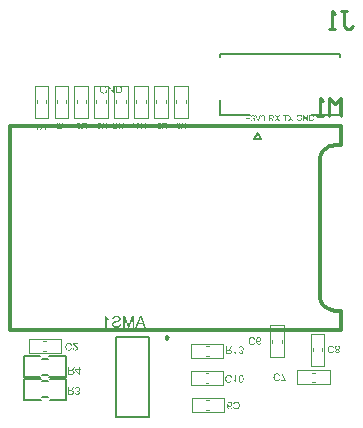
<source format=gbo>
G04*
G04 #@! TF.GenerationSoftware,Altium Limited,Altium Designer,21.9.2 (33)*
G04*
G04 Layer_Color=32896*
%FSLAX25Y25*%
%MOIN*%
G70*
G04*
G04 #@! TF.SameCoordinates,353233E6-1857-4CDD-983F-46C35F824410*
G04*
G04*
G04 #@! TF.FilePolarity,Positive*
G04*
G01*
G75*
%ADD10C,0.01000*%
%ADD13C,0.00787*%
%ADD14C,0.00400*%
%ADD15C,0.01181*%
%ADD16C,0.00500*%
%ADD18C,0.00700*%
%ADD63C,0.00984*%
G36*
X-2671Y137515D02*
X-2642D01*
X-2573Y137508D01*
X-2497Y137497D01*
X-2417Y137479D01*
X-2329Y137457D01*
X-2245Y137428D01*
X-2242D01*
X-2235Y137424D01*
X-2224Y137421D01*
X-2209Y137413D01*
X-2169Y137391D01*
X-2118Y137366D01*
X-2063Y137330D01*
X-2005Y137286D01*
X-1951Y137239D01*
X-1900Y137180D01*
X-1892Y137173D01*
X-1878Y137151D01*
X-1856Y137118D01*
X-1827Y137071D01*
X-1798Y137013D01*
X-1765Y136940D01*
X-1732Y136860D01*
X-1707Y136769D01*
X-2009Y136689D01*
Y136693D01*
X-2013Y136696D01*
X-2016Y136707D01*
X-2020Y136722D01*
X-2031Y136755D01*
X-2045Y136798D01*
X-2067Y136849D01*
X-2093Y136896D01*
X-2118Y136947D01*
X-2151Y136991D01*
X-2155Y136995D01*
X-2166Y137009D01*
X-2187Y137028D01*
X-2213Y137053D01*
X-2245Y137082D01*
X-2289Y137111D01*
X-2337Y137140D01*
X-2391Y137166D01*
X-2398Y137169D01*
X-2417Y137177D01*
X-2449Y137188D01*
X-2493Y137202D01*
X-2544Y137213D01*
X-2602Y137224D01*
X-2668Y137231D01*
X-2737Y137235D01*
X-2777D01*
X-2795Y137231D01*
X-2817D01*
X-2872Y137228D01*
X-2933Y137217D01*
X-3003Y137206D01*
X-3068Y137188D01*
X-3134Y137162D01*
X-3141Y137159D01*
X-3163Y137151D01*
X-3192Y137133D01*
X-3228Y137115D01*
X-3272Y137086D01*
X-3319Y137057D01*
X-3363Y137020D01*
X-3403Y136980D01*
X-3407Y136977D01*
X-3421Y136962D01*
X-3440Y136936D01*
X-3461Y136907D01*
X-3487Y136871D01*
X-3512Y136827D01*
X-3538Y136780D01*
X-3563Y136729D01*
Y136725D01*
X-3567Y136718D01*
X-3571Y136707D01*
X-3578Y136689D01*
X-3585Y136667D01*
X-3592Y136642D01*
X-3603Y136612D01*
X-3610Y136580D01*
X-3629Y136503D01*
X-3643Y136416D01*
X-3654Y136325D01*
X-3658Y136223D01*
Y136219D01*
Y136208D01*
Y136190D01*
X-3654Y136168D01*
Y136139D01*
X-3651Y136103D01*
X-3647Y136066D01*
X-3643Y136027D01*
X-3629Y135935D01*
X-3610Y135841D01*
X-3581Y135746D01*
X-3545Y135655D01*
Y135652D01*
X-3538Y135644D01*
X-3534Y135633D01*
X-3523Y135619D01*
X-3498Y135579D01*
X-3458Y135528D01*
X-3410Y135473D01*
X-3352Y135419D01*
X-3283Y135368D01*
X-3207Y135320D01*
X-3203D01*
X-3196Y135317D01*
X-3185Y135309D01*
X-3167Y135302D01*
X-3148Y135295D01*
X-3123Y135288D01*
X-3064Y135266D01*
X-2992Y135248D01*
X-2912Y135229D01*
X-2824Y135215D01*
X-2733Y135211D01*
X-2697D01*
X-2675Y135215D01*
X-2653D01*
X-2599Y135222D01*
X-2533Y135229D01*
X-2464Y135244D01*
X-2387Y135266D01*
X-2311Y135291D01*
X-2307D01*
X-2300Y135295D01*
X-2293Y135299D01*
X-2278Y135306D01*
X-2238Y135324D01*
X-2195Y135346D01*
X-2144Y135371D01*
X-2089Y135400D01*
X-2038Y135433D01*
X-1994Y135470D01*
Y135943D01*
X-2737D01*
Y136241D01*
X-1667D01*
Y135306D01*
X-1670Y135302D01*
X-1678Y135299D01*
X-1692Y135288D01*
X-1711Y135273D01*
X-1732Y135258D01*
X-1758Y135240D01*
X-1791Y135218D01*
X-1823Y135197D01*
X-1900Y135149D01*
X-1987Y135098D01*
X-2078Y135051D01*
X-2176Y135011D01*
X-2180D01*
X-2187Y135007D01*
X-2202Y135004D01*
X-2220Y134996D01*
X-2245Y134989D01*
X-2275Y134978D01*
X-2307Y134971D01*
X-2340Y134964D01*
X-2420Y134945D01*
X-2511Y134927D01*
X-2609Y134916D01*
X-2712Y134913D01*
X-2748D01*
X-2773Y134916D01*
X-2806D01*
X-2846Y134920D01*
X-2890Y134927D01*
X-2937Y134931D01*
X-3043Y134953D01*
X-3156Y134978D01*
X-3272Y135018D01*
X-3330Y135040D01*
X-3388Y135069D01*
X-3392Y135073D01*
X-3403Y135076D01*
X-3418Y135087D01*
X-3440Y135098D01*
X-3465Y135117D01*
X-3490Y135135D01*
X-3560Y135186D01*
X-3632Y135251D01*
X-3709Y135331D01*
X-3782Y135422D01*
X-3847Y135528D01*
Y135531D01*
X-3854Y135542D01*
X-3862Y135557D01*
X-3873Y135582D01*
X-3884Y135608D01*
X-3895Y135644D01*
X-3909Y135681D01*
X-3924Y135724D01*
X-3938Y135772D01*
X-3953Y135826D01*
X-3964Y135881D01*
X-3974Y135939D01*
X-3993Y136066D01*
X-4000Y136201D01*
Y136205D01*
Y136219D01*
Y136238D01*
X-3996Y136263D01*
Y136296D01*
X-3993Y136336D01*
X-3985Y136376D01*
X-3982Y136423D01*
X-3971Y136474D01*
X-3964Y136529D01*
X-3934Y136645D01*
X-3898Y136765D01*
X-3847Y136885D01*
X-3844Y136889D01*
X-3840Y136900D01*
X-3833Y136915D01*
X-3818Y136936D01*
X-3804Y136966D01*
X-3785Y136995D01*
X-3734Y137064D01*
X-3672Y137144D01*
X-3596Y137220D01*
X-3509Y137297D01*
X-3458Y137330D01*
X-3407Y137362D01*
X-3403Y137366D01*
X-3392Y137370D01*
X-3378Y137377D01*
X-3356Y137388D01*
X-3327Y137399D01*
X-3294Y137413D01*
X-3258Y137428D01*
X-3214Y137442D01*
X-3167Y137457D01*
X-3115Y137468D01*
X-3061Y137483D01*
X-3003Y137493D01*
X-2875Y137512D01*
X-2810Y137519D01*
X-2693D01*
X-2671Y137515D01*
D02*
G37*
G36*
X805Y134956D02*
X459D01*
X-859Y136933D01*
Y134956D01*
X-1179D01*
Y137475D01*
X-837D01*
X484Y135495D01*
Y137475D01*
X805D01*
Y134956D01*
D02*
G37*
G36*
X2399Y137472D02*
X2472Y137468D01*
X2545Y137461D01*
X2617Y137450D01*
X2679Y137439D01*
X2683D01*
X2690Y137435D01*
X2701D01*
X2716Y137428D01*
X2756Y137417D01*
X2807Y137399D01*
X2865Y137373D01*
X2927Y137340D01*
X2989Y137304D01*
X3047Y137257D01*
X3051Y137253D01*
X3054Y137250D01*
X3065Y137239D01*
X3080Y137228D01*
X3116Y137191D01*
X3160Y137140D01*
X3207Y137078D01*
X3258Y137006D01*
X3306Y136922D01*
X3345Y136827D01*
Y136824D01*
X3349Y136816D01*
X3356Y136802D01*
X3360Y136780D01*
X3371Y136755D01*
X3378Y136725D01*
X3385Y136693D01*
X3396Y136653D01*
X3407Y136612D01*
X3415Y136565D01*
X3433Y136463D01*
X3444Y136350D01*
X3447Y136227D01*
Y136223D01*
Y136216D01*
Y136198D01*
Y136179D01*
X3444Y136154D01*
Y136125D01*
X3440Y136056D01*
X3429Y135976D01*
X3418Y135892D01*
X3400Y135804D01*
X3378Y135717D01*
Y135713D01*
X3375Y135706D01*
X3371Y135695D01*
X3367Y135681D01*
X3353Y135641D01*
X3331Y135590D01*
X3309Y135531D01*
X3280Y135473D01*
X3244Y135411D01*
X3207Y135353D01*
X3204Y135346D01*
X3189Y135328D01*
X3167Y135302D01*
X3138Y135269D01*
X3105Y135233D01*
X3065Y135197D01*
X3025Y135157D01*
X2978Y135124D01*
X2971Y135120D01*
X2956Y135109D01*
X2930Y135095D01*
X2894Y135076D01*
X2850Y135055D01*
X2799Y135036D01*
X2741Y135015D01*
X2676Y134996D01*
X2668D01*
X2657Y134993D01*
X2647Y134989D01*
X2610Y134985D01*
X2559Y134978D01*
X2501Y134971D01*
X2432Y134964D01*
X2355Y134960D01*
X2272Y134956D01*
X1365D01*
Y137475D01*
X2334D01*
X2399Y137472D01*
D02*
G37*
G36*
X62662Y127881D02*
X62685D01*
X62741Y127875D01*
X62802Y127866D01*
X62866Y127851D01*
X62936Y127834D01*
X63003Y127811D01*
X63006D01*
X63011Y127808D01*
X63020Y127805D01*
X63032Y127799D01*
X63064Y127782D01*
X63104Y127761D01*
X63148Y127732D01*
X63195Y127697D01*
X63238Y127659D01*
X63279Y127613D01*
X63285Y127607D01*
X63297Y127590D01*
X63314Y127564D01*
X63337Y127526D01*
X63361Y127479D01*
X63387Y127421D01*
X63413Y127357D01*
X63433Y127284D01*
X63192Y127220D01*
Y127223D01*
X63189Y127226D01*
X63186Y127235D01*
X63183Y127246D01*
X63174Y127272D01*
X63163Y127307D01*
X63145Y127348D01*
X63125Y127386D01*
X63104Y127427D01*
X63078Y127462D01*
X63075Y127464D01*
X63067Y127476D01*
X63049Y127491D01*
X63029Y127511D01*
X63003Y127534D01*
X62968Y127558D01*
X62930Y127581D01*
X62886Y127601D01*
X62880Y127604D01*
X62866Y127610D01*
X62840Y127619D01*
X62805Y127630D01*
X62764Y127639D01*
X62717Y127648D01*
X62665Y127654D01*
X62610Y127657D01*
X62578D01*
X62563Y127654D01*
X62546D01*
X62502Y127651D01*
X62453Y127642D01*
X62397Y127633D01*
X62345Y127619D01*
X62293Y127598D01*
X62287Y127595D01*
X62269Y127590D01*
X62246Y127575D01*
X62217Y127560D01*
X62182Y127537D01*
X62144Y127514D01*
X62109Y127485D01*
X62077Y127453D01*
X62074Y127450D01*
X62063Y127438D01*
X62048Y127418D01*
X62031Y127395D01*
X62010Y127366D01*
X61990Y127331D01*
X61970Y127293D01*
X61949Y127252D01*
Y127249D01*
X61946Y127243D01*
X61943Y127235D01*
X61938Y127220D01*
X61932Y127203D01*
X61926Y127182D01*
X61917Y127159D01*
X61911Y127133D01*
X61897Y127072D01*
X61885Y127002D01*
X61876Y126929D01*
X61874Y126848D01*
Y126845D01*
Y126836D01*
Y126821D01*
X61876Y126804D01*
Y126781D01*
X61879Y126752D01*
X61882Y126723D01*
X61885Y126690D01*
X61897Y126618D01*
X61911Y126542D01*
X61935Y126466D01*
X61964Y126394D01*
Y126391D01*
X61970Y126385D01*
X61972Y126376D01*
X61981Y126365D01*
X62002Y126332D01*
X62034Y126292D01*
X62071Y126248D01*
X62118Y126205D01*
X62173Y126164D01*
X62234Y126126D01*
X62237D01*
X62243Y126123D01*
X62252Y126117D01*
X62266Y126111D01*
X62281Y126105D01*
X62301Y126100D01*
X62348Y126082D01*
X62406Y126068D01*
X62470Y126053D01*
X62540Y126041D01*
X62613Y126039D01*
X62642D01*
X62659Y126041D01*
X62677D01*
X62720Y126047D01*
X62773Y126053D01*
X62828Y126065D01*
X62889Y126082D01*
X62950Y126103D01*
X62953D01*
X62959Y126105D01*
X62965Y126109D01*
X62976Y126114D01*
X63008Y126129D01*
X63043Y126146D01*
X63084Y126167D01*
X63128Y126190D01*
X63169Y126216D01*
X63203Y126245D01*
Y126623D01*
X62610D01*
Y126862D01*
X63465D01*
Y126114D01*
X63462Y126111D01*
X63457Y126109D01*
X63445Y126100D01*
X63430Y126088D01*
X63413Y126076D01*
X63393Y126062D01*
X63366Y126044D01*
X63340Y126027D01*
X63279Y125989D01*
X63209Y125948D01*
X63137Y125911D01*
X63058Y125879D01*
X63055D01*
X63049Y125876D01*
X63038Y125873D01*
X63023Y125867D01*
X63003Y125861D01*
X62979Y125852D01*
X62953Y125847D01*
X62927Y125841D01*
X62863Y125826D01*
X62790Y125812D01*
X62712Y125803D01*
X62630Y125800D01*
X62601D01*
X62581Y125803D01*
X62555D01*
X62523Y125806D01*
X62488Y125812D01*
X62450Y125815D01*
X62365Y125832D01*
X62275Y125852D01*
X62182Y125884D01*
X62135Y125902D01*
X62089Y125925D01*
X62086Y125928D01*
X62077Y125931D01*
X62066Y125940D01*
X62048Y125948D01*
X62028Y125963D01*
X62007Y125978D01*
X61952Y126018D01*
X61894Y126071D01*
X61833Y126135D01*
X61775Y126207D01*
X61722Y126292D01*
Y126295D01*
X61716Y126303D01*
X61711Y126315D01*
X61702Y126335D01*
X61693Y126356D01*
X61684Y126385D01*
X61673Y126414D01*
X61661Y126449D01*
X61650Y126487D01*
X61638Y126530D01*
X61629Y126574D01*
X61620Y126621D01*
X61606Y126723D01*
X61600Y126830D01*
Y126833D01*
Y126845D01*
Y126859D01*
X61603Y126880D01*
Y126906D01*
X61606Y126938D01*
X61612Y126970D01*
X61615Y127008D01*
X61623Y127048D01*
X61629Y127092D01*
X61652Y127185D01*
X61681Y127281D01*
X61722Y127377D01*
X61725Y127380D01*
X61728Y127389D01*
X61734Y127401D01*
X61746Y127418D01*
X61757Y127441D01*
X61772Y127464D01*
X61812Y127520D01*
X61862Y127584D01*
X61923Y127645D01*
X61993Y127706D01*
X62034Y127732D01*
X62074Y127758D01*
X62077Y127761D01*
X62086Y127764D01*
X62098Y127770D01*
X62115Y127779D01*
X62138Y127787D01*
X62164Y127799D01*
X62194Y127811D01*
X62229Y127822D01*
X62266Y127834D01*
X62307Y127843D01*
X62351Y127855D01*
X62397Y127863D01*
X62499Y127878D01*
X62552Y127884D01*
X62645D01*
X62662Y127881D01*
D02*
G37*
G36*
X65441Y125835D02*
X65165D01*
X64111Y127415D01*
Y125835D01*
X63855D01*
Y127849D01*
X64129D01*
X65185Y126266D01*
Y127849D01*
X65441D01*
Y125835D01*
D02*
G37*
G36*
X66716Y127846D02*
X66774Y127843D01*
X66832Y127837D01*
X66890Y127828D01*
X66940Y127820D01*
X66943D01*
X66949Y127817D01*
X66957D01*
X66969Y127811D01*
X67001Y127802D01*
X67042Y127787D01*
X67088Y127767D01*
X67138Y127741D01*
X67187Y127712D01*
X67234Y127674D01*
X67237Y127671D01*
X67240Y127668D01*
X67248Y127659D01*
X67260Y127651D01*
X67289Y127622D01*
X67324Y127581D01*
X67362Y127531D01*
X67402Y127473D01*
X67440Y127406D01*
X67472Y127331D01*
Y127328D01*
X67475Y127322D01*
X67481Y127310D01*
X67484Y127293D01*
X67493Y127272D01*
X67499Y127249D01*
X67504Y127223D01*
X67513Y127191D01*
X67522Y127159D01*
X67528Y127121D01*
X67542Y127040D01*
X67551Y126950D01*
X67554Y126850D01*
Y126848D01*
Y126842D01*
Y126827D01*
Y126813D01*
X67551Y126792D01*
Y126769D01*
X67548Y126714D01*
X67539Y126650D01*
X67531Y126583D01*
X67516Y126513D01*
X67499Y126443D01*
Y126440D01*
X67496Y126434D01*
X67493Y126426D01*
X67490Y126414D01*
X67478Y126382D01*
X67461Y126341D01*
X67443Y126295D01*
X67420Y126248D01*
X67391Y126199D01*
X67362Y126152D01*
X67359Y126146D01*
X67347Y126132D01*
X67330Y126111D01*
X67307Y126085D01*
X67280Y126056D01*
X67248Y126027D01*
X67216Y125995D01*
X67178Y125969D01*
X67173Y125966D01*
X67161Y125957D01*
X67141Y125945D01*
X67111Y125931D01*
X67077Y125914D01*
X67036Y125899D01*
X66989Y125882D01*
X66937Y125867D01*
X66931D01*
X66922Y125864D01*
X66914Y125861D01*
X66885Y125858D01*
X66844Y125852D01*
X66797Y125847D01*
X66742Y125841D01*
X66681Y125838D01*
X66614Y125835D01*
X65889D01*
Y127849D01*
X66663D01*
X66716Y127846D01*
D02*
G37*
G36*
X59856Y126656D02*
X60610Y125600D01*
X60281D01*
X59771Y126316D01*
X59768Y126319D01*
X59763Y126328D01*
X59757Y126339D01*
X59745Y126354D01*
X59719Y126394D01*
X59690Y126438D01*
X59687Y126435D01*
X59678Y126424D01*
X59667Y126406D01*
X59652Y126383D01*
X59620Y126336D01*
X59605Y126316D01*
X59594Y126298D01*
X59085Y125600D01*
X58764D01*
X59541Y126642D01*
X58855Y127614D01*
X59172D01*
X59539Y127096D01*
Y127093D01*
X59544Y127090D01*
X59550Y127081D01*
X59559Y127070D01*
X59576Y127041D01*
X59603Y127006D01*
X59629Y126965D01*
X59655Y126924D01*
X59678Y126886D01*
X59699Y126851D01*
X59702Y126857D01*
X59710Y126869D01*
X59725Y126892D01*
X59745Y126921D01*
X59768Y126953D01*
X59798Y126994D01*
X59827Y127035D01*
X59862Y127078D01*
X60263Y127614D01*
X60554D01*
X59856Y126656D01*
D02*
G37*
G36*
X58695Y127375D02*
X58031D01*
Y125600D01*
X57763D01*
Y127375D01*
X57100D01*
Y127614D01*
X58695D01*
Y127375D01*
D02*
G37*
G36*
X55313Y126756D02*
X56067Y125700D01*
X55738D01*
X55229Y126416D01*
X55226Y126419D01*
X55220Y126427D01*
X55214Y126439D01*
X55202Y126454D01*
X55176Y126494D01*
X55147Y126538D01*
X55144Y126535D01*
X55135Y126523D01*
X55124Y126506D01*
X55109Y126483D01*
X55077Y126436D01*
X55063Y126416D01*
X55051Y126398D01*
X54542Y125700D01*
X54222D01*
X54999Y126742D01*
X54312Y127714D01*
X54629D01*
X54996Y127196D01*
Y127193D01*
X55001Y127190D01*
X55007Y127181D01*
X55016Y127170D01*
X55034Y127140D01*
X55060Y127105D01*
X55086Y127065D01*
X55112Y127024D01*
X55135Y126986D01*
X55156Y126951D01*
X55159Y126957D01*
X55167Y126969D01*
X55182Y126992D01*
X55202Y127021D01*
X55226Y127053D01*
X55255Y127094D01*
X55284Y127135D01*
X55319Y127178D01*
X55720Y127714D01*
X56011D01*
X55313Y126756D01*
D02*
G37*
G36*
X53357Y127711D02*
X53384D01*
X53445Y127708D01*
X53509Y127699D01*
X53579Y127690D01*
X53643Y127676D01*
X53675Y127667D01*
X53701Y127658D01*
X53704D01*
X53707Y127655D01*
X53724Y127647D01*
X53750Y127635D01*
X53782Y127615D01*
X53817Y127589D01*
X53855Y127554D01*
X53890Y127513D01*
X53925Y127466D01*
Y127463D01*
X53928Y127461D01*
X53939Y127443D01*
X53951Y127414D01*
X53969Y127376D01*
X53983Y127332D01*
X53998Y127280D01*
X54006Y127225D01*
X54009Y127164D01*
Y127161D01*
Y127155D01*
Y127143D01*
X54006Y127129D01*
Y127108D01*
X54003Y127088D01*
X53992Y127039D01*
X53974Y126980D01*
X53951Y126919D01*
X53916Y126858D01*
X53893Y126829D01*
X53870Y126800D01*
X53867Y126797D01*
X53864Y126794D01*
X53855Y126785D01*
X53843Y126777D01*
X53829Y126765D01*
X53811Y126753D01*
X53788Y126739D01*
X53765Y126721D01*
X53736Y126707D01*
X53704Y126692D01*
X53669Y126675D01*
X53631Y126660D01*
X53587Y126649D01*
X53544Y126634D01*
X53494Y126625D01*
X53442Y126617D01*
X53448Y126614D01*
X53459Y126608D01*
X53477Y126596D01*
X53500Y126585D01*
X53552Y126553D01*
X53579Y126532D01*
X53602Y126515D01*
X53608Y126509D01*
X53622Y126494D01*
X53645Y126471D01*
X53675Y126442D01*
X53707Y126401D01*
X53744Y126358D01*
X53782Y126305D01*
X53823Y126247D01*
X54169Y125700D01*
X53838D01*
X53573Y126119D01*
Y126122D01*
X53567Y126128D01*
X53561Y126137D01*
X53552Y126148D01*
X53532Y126180D01*
X53506Y126221D01*
X53474Y126265D01*
X53442Y126311D01*
X53410Y126355D01*
X53381Y126395D01*
X53378Y126398D01*
X53369Y126410D01*
X53355Y126427D01*
X53334Y126448D01*
X53290Y126491D01*
X53267Y126512D01*
X53244Y126529D01*
X53241Y126532D01*
X53235Y126535D01*
X53224Y126541D01*
X53206Y126550D01*
X53189Y126558D01*
X53168Y126567D01*
X53122Y126582D01*
X53119D01*
X53113Y126585D01*
X53101D01*
X53087Y126588D01*
X53066Y126591D01*
X53043D01*
X53011Y126593D01*
X52668D01*
Y125700D01*
X52400D01*
Y127714D01*
X53334D01*
X53357Y127711D01*
D02*
G37*
G36*
X50541Y127655D02*
X50579Y127649D01*
X50626Y127640D01*
X50678Y127625D01*
X50731Y127608D01*
X50783Y127585D01*
X50786D01*
X50789Y127582D01*
X50806Y127573D01*
X50832Y127556D01*
X50862Y127535D01*
X50896Y127506D01*
X50931Y127474D01*
X50966Y127436D01*
X50995Y127393D01*
X50998Y127387D01*
X51007Y127372D01*
X51019Y127346D01*
X51033Y127314D01*
X51048Y127276D01*
X51059Y127233D01*
X51068Y127183D01*
X51071Y127134D01*
Y127128D01*
Y127110D01*
X51068Y127087D01*
X51062Y127055D01*
X51054Y127017D01*
X51039Y126976D01*
X51022Y126936D01*
X50998Y126895D01*
X50995Y126889D01*
X50987Y126877D01*
X50969Y126857D01*
X50946Y126834D01*
X50917Y126808D01*
X50882Y126778D01*
X50841Y126752D01*
X50792Y126726D01*
X50795D01*
X50800Y126723D01*
X50809Y126720D01*
X50821Y126717D01*
X50853Y126706D01*
X50893Y126688D01*
X50940Y126665D01*
X50987Y126636D01*
X51030Y126598D01*
X51071Y126555D01*
X51074Y126549D01*
X51086Y126531D01*
X51103Y126502D01*
X51121Y126464D01*
X51138Y126418D01*
X51155Y126362D01*
X51167Y126298D01*
X51170Y126229D01*
Y126226D01*
Y126217D01*
Y126202D01*
X51167Y126185D01*
X51164Y126162D01*
X51158Y126135D01*
X51152Y126106D01*
X51147Y126074D01*
X51123Y126005D01*
X51106Y125967D01*
X51089Y125932D01*
X51065Y125894D01*
X51039Y125856D01*
X51010Y125818D01*
X50975Y125783D01*
X50972Y125780D01*
X50966Y125775D01*
X50955Y125766D01*
X50940Y125754D01*
X50923Y125740D01*
X50899Y125725D01*
X50873Y125708D01*
X50841Y125693D01*
X50809Y125676D01*
X50771Y125658D01*
X50734Y125644D01*
X50690Y125629D01*
X50643Y125618D01*
X50594Y125609D01*
X50544Y125603D01*
X50489Y125600D01*
X50463D01*
X50445Y125603D01*
X50422Y125606D01*
X50396Y125609D01*
X50367Y125615D01*
X50335Y125620D01*
X50265Y125638D01*
X50192Y125667D01*
X50154Y125684D01*
X50120Y125705D01*
X50085Y125731D01*
X50050Y125757D01*
X50047Y125760D01*
X50041Y125766D01*
X50032Y125775D01*
X50024Y125786D01*
X50009Y125801D01*
X49994Y125821D01*
X49977Y125841D01*
X49959Y125868D01*
X49942Y125897D01*
X49924Y125926D01*
X49893Y125996D01*
X49866Y126077D01*
X49858Y126121D01*
X49852Y126168D01*
X50099Y126199D01*
Y126197D01*
X50102Y126191D01*
X50105Y126179D01*
X50108Y126164D01*
X50111Y126147D01*
X50117Y126127D01*
X50131Y126083D01*
X50151Y126031D01*
X50178Y125981D01*
X50207Y125935D01*
X50242Y125894D01*
X50248Y125891D01*
X50259Y125879D01*
X50282Y125865D01*
X50311Y125850D01*
X50346Y125833D01*
X50390Y125818D01*
X50440Y125807D01*
X50492Y125804D01*
X50509D01*
X50521Y125807D01*
X50553Y125810D01*
X50594Y125818D01*
X50640Y125833D01*
X50690Y125853D01*
X50739Y125882D01*
X50786Y125923D01*
X50792Y125929D01*
X50806Y125946D01*
X50824Y125972D01*
X50847Y126007D01*
X50870Y126051D01*
X50888Y126101D01*
X50902Y126159D01*
X50908Y126223D01*
Y126226D01*
Y126232D01*
Y126240D01*
X50905Y126252D01*
X50902Y126284D01*
X50893Y126322D01*
X50882Y126368D01*
X50862Y126415D01*
X50832Y126461D01*
X50795Y126505D01*
X50789Y126511D01*
X50774Y126523D01*
X50751Y126540D01*
X50719Y126560D01*
X50678Y126581D01*
X50629Y126598D01*
X50573Y126610D01*
X50512Y126616D01*
X50486D01*
X50466Y126613D01*
X50440Y126610D01*
X50410Y126604D01*
X50376Y126598D01*
X50338Y126589D01*
X50367Y126808D01*
X50381D01*
X50393Y126805D01*
X50431D01*
X50463Y126811D01*
X50501Y126816D01*
X50544Y126825D01*
X50594Y126840D01*
X50640Y126860D01*
X50690Y126886D01*
X50693D01*
X50696Y126889D01*
X50710Y126901D01*
X50731Y126921D01*
X50754Y126947D01*
X50777Y126985D01*
X50797Y127029D01*
X50812Y127078D01*
X50818Y127107D01*
Y127139D01*
Y127142D01*
Y127145D01*
Y127163D01*
X50812Y127186D01*
X50806Y127218D01*
X50795Y127253D01*
X50780Y127291D01*
X50757Y127329D01*
X50725Y127364D01*
X50722Y127366D01*
X50707Y127378D01*
X50687Y127393D01*
X50661Y127410D01*
X50626Y127425D01*
X50585Y127439D01*
X50538Y127451D01*
X50486Y127454D01*
X50463D01*
X50437Y127448D01*
X50402Y127442D01*
X50364Y127430D01*
X50326Y127416D01*
X50285Y127393D01*
X50248Y127364D01*
X50245Y127360D01*
X50233Y127346D01*
X50216Y127326D01*
X50195Y127296D01*
X50175Y127259D01*
X50154Y127212D01*
X50137Y127157D01*
X50125Y127093D01*
X49878Y127137D01*
Y127139D01*
X49881Y127148D01*
X49884Y127160D01*
X49887Y127177D01*
X49893Y127198D01*
X49901Y127221D01*
X49919Y127276D01*
X49948Y127340D01*
X49983Y127404D01*
X50026Y127465D01*
X50082Y127521D01*
X50085Y127524D01*
X50090Y127526D01*
X50099Y127532D01*
X50111Y127541D01*
X50125Y127553D01*
X50146Y127564D01*
X50166Y127576D01*
X50192Y127590D01*
X50250Y127614D01*
X50317Y127637D01*
X50396Y127652D01*
X50437Y127657D01*
X50509D01*
X50541Y127655D01*
D02*
G37*
G36*
X47099D02*
X47137Y127649D01*
X47183Y127640D01*
X47236Y127625D01*
X47288Y127608D01*
X47340Y127585D01*
X47343D01*
X47346Y127582D01*
X47364Y127573D01*
X47390Y127556D01*
X47419Y127535D01*
X47454Y127506D01*
X47489Y127474D01*
X47524Y127436D01*
X47553Y127393D01*
X47556Y127387D01*
X47565Y127372D01*
X47576Y127346D01*
X47591Y127314D01*
X47605Y127276D01*
X47617Y127233D01*
X47626Y127183D01*
X47629Y127134D01*
Y127128D01*
Y127110D01*
X47626Y127087D01*
X47620Y127055D01*
X47611Y127017D01*
X47596Y126976D01*
X47579Y126936D01*
X47556Y126895D01*
X47553Y126889D01*
X47544Y126877D01*
X47527Y126857D01*
X47503Y126834D01*
X47474Y126808D01*
X47439Y126778D01*
X47399Y126752D01*
X47349Y126726D01*
X47352D01*
X47358Y126723D01*
X47367Y126720D01*
X47378Y126717D01*
X47410Y126706D01*
X47451Y126688D01*
X47498Y126665D01*
X47544Y126636D01*
X47588Y126598D01*
X47629Y126555D01*
X47631Y126549D01*
X47643Y126531D01*
X47660Y126502D01*
X47678Y126464D01*
X47695Y126418D01*
X47713Y126362D01*
X47725Y126298D01*
X47728Y126229D01*
Y126226D01*
Y126217D01*
Y126202D01*
X47725Y126185D01*
X47722Y126162D01*
X47716Y126135D01*
X47710Y126106D01*
X47704Y126074D01*
X47681Y126005D01*
X47663Y125967D01*
X47646Y125932D01*
X47623Y125894D01*
X47596Y125856D01*
X47567Y125818D01*
X47532Y125783D01*
X47530Y125780D01*
X47524Y125775D01*
X47512Y125766D01*
X47498Y125754D01*
X47480Y125740D01*
X47457Y125725D01*
X47431Y125708D01*
X47399Y125693D01*
X47367Y125676D01*
X47329Y125658D01*
X47291Y125644D01*
X47247Y125629D01*
X47201Y125618D01*
X47151Y125609D01*
X47102Y125603D01*
X47047Y125600D01*
X47020D01*
X47003Y125603D01*
X46980Y125606D01*
X46953Y125609D01*
X46924Y125615D01*
X46892Y125620D01*
X46822Y125638D01*
X46750Y125667D01*
X46712Y125684D01*
X46677Y125705D01*
X46642Y125731D01*
X46607Y125757D01*
X46604Y125760D01*
X46598Y125766D01*
X46590Y125775D01*
X46581Y125786D01*
X46566Y125801D01*
X46552Y125821D01*
X46534Y125841D01*
X46517Y125868D01*
X46499Y125897D01*
X46482Y125926D01*
X46450Y125996D01*
X46424Y126077D01*
X46415Y126121D01*
X46409Y126168D01*
X46657Y126199D01*
Y126197D01*
X46659Y126191D01*
X46662Y126179D01*
X46665Y126164D01*
X46668Y126147D01*
X46674Y126127D01*
X46689Y126083D01*
X46709Y126031D01*
X46735Y125981D01*
X46764Y125935D01*
X46799Y125894D01*
X46805Y125891D01*
X46817Y125879D01*
X46840Y125865D01*
X46869Y125850D01*
X46904Y125833D01*
X46948Y125818D01*
X46997Y125807D01*
X47049Y125804D01*
X47067D01*
X47078Y125807D01*
X47111Y125810D01*
X47151Y125818D01*
X47198Y125833D01*
X47247Y125853D01*
X47297Y125882D01*
X47343Y125923D01*
X47349Y125929D01*
X47364Y125946D01*
X47381Y125972D01*
X47405Y126007D01*
X47428Y126051D01*
X47445Y126101D01*
X47460Y126159D01*
X47466Y126223D01*
Y126226D01*
Y126232D01*
Y126240D01*
X47463Y126252D01*
X47460Y126284D01*
X47451Y126322D01*
X47439Y126368D01*
X47419Y126415D01*
X47390Y126461D01*
X47352Y126505D01*
X47346Y126511D01*
X47332Y126523D01*
X47308Y126540D01*
X47276Y126560D01*
X47236Y126581D01*
X47186Y126598D01*
X47131Y126610D01*
X47070Y126616D01*
X47044D01*
X47023Y126613D01*
X46997Y126610D01*
X46968Y126604D01*
X46933Y126598D01*
X46895Y126589D01*
X46924Y126808D01*
X46939D01*
X46951Y126805D01*
X46988D01*
X47020Y126811D01*
X47058Y126816D01*
X47102Y126825D01*
X47151Y126840D01*
X47198Y126860D01*
X47247Y126886D01*
X47250D01*
X47253Y126889D01*
X47268Y126901D01*
X47288Y126921D01*
X47311Y126947D01*
X47335Y126985D01*
X47355Y127029D01*
X47370Y127078D01*
X47375Y127107D01*
Y127139D01*
Y127142D01*
Y127145D01*
Y127163D01*
X47370Y127186D01*
X47364Y127218D01*
X47352Y127253D01*
X47337Y127291D01*
X47314Y127329D01*
X47282Y127364D01*
X47279Y127366D01*
X47265Y127378D01*
X47244Y127393D01*
X47218Y127410D01*
X47183Y127425D01*
X47142Y127439D01*
X47096Y127451D01*
X47044Y127454D01*
X47020D01*
X46994Y127448D01*
X46959Y127442D01*
X46921Y127430D01*
X46884Y127416D01*
X46843Y127393D01*
X46805Y127364D01*
X46802Y127360D01*
X46790Y127346D01*
X46773Y127326D01*
X46753Y127296D01*
X46732Y127259D01*
X46712Y127212D01*
X46694Y127157D01*
X46683Y127093D01*
X46435Y127137D01*
Y127139D01*
X46438Y127148D01*
X46441Y127160D01*
X46444Y127177D01*
X46450Y127198D01*
X46459Y127221D01*
X46476Y127276D01*
X46505Y127340D01*
X46540Y127404D01*
X46584Y127465D01*
X46639Y127521D01*
X46642Y127524D01*
X46648Y127526D01*
X46657Y127532D01*
X46668Y127541D01*
X46683Y127553D01*
X46703Y127564D01*
X46723Y127576D01*
X46750Y127590D01*
X46808Y127614D01*
X46875Y127637D01*
X46953Y127652D01*
X46994Y127657D01*
X47067D01*
X47099Y127655D01*
D02*
G37*
G36*
X45580Y126744D02*
X46127D01*
Y126514D01*
X45580D01*
Y125961D01*
X45347D01*
Y126514D01*
X44800D01*
Y126744D01*
X45347D01*
Y127291D01*
X45580D01*
Y126744D01*
D02*
G37*
G36*
X48924Y125635D02*
X48644D01*
X47864Y127649D01*
X48155D01*
X48679Y126185D01*
Y126182D01*
X48682Y126176D01*
X48685Y126168D01*
X48691Y126156D01*
X48694Y126138D01*
X48699Y126121D01*
X48714Y126077D01*
X48731Y126028D01*
X48749Y125972D01*
X48784Y125856D01*
Y125859D01*
X48787Y125865D01*
X48790Y125873D01*
X48792Y125885D01*
X48801Y125917D01*
X48816Y125961D01*
X48830Y126010D01*
X48848Y126066D01*
X48868Y126124D01*
X48891Y126185D01*
X49439Y127649D01*
X49709D01*
X48924Y125635D01*
D02*
G37*
G36*
X1119Y125208D02*
X1168Y125205D01*
X1215Y125197D01*
X1259Y125188D01*
X1299Y125176D01*
X1337Y125165D01*
X1372Y125150D01*
X1404Y125136D01*
X1433Y125121D01*
X1456Y125107D01*
X1477Y125095D01*
X1494Y125083D01*
X1509Y125075D01*
X1517Y125066D01*
X1523Y125063D01*
X1526Y125060D01*
X1555Y125031D01*
X1581Y124999D01*
X1608Y124964D01*
X1628Y124929D01*
X1663Y124859D01*
X1686Y124789D01*
X1695Y124757D01*
X1704Y124725D01*
X1710Y124699D01*
X1715Y124676D01*
X1718Y124655D01*
Y124641D01*
X1721Y124632D01*
Y124629D01*
X1468Y124603D01*
X1462Y124670D01*
X1451Y124728D01*
X1433Y124780D01*
X1413Y124821D01*
X1395Y124856D01*
X1378Y124880D01*
X1366Y124894D01*
X1360Y124900D01*
X1317Y124935D01*
X1270Y124961D01*
X1221Y124981D01*
X1177Y124993D01*
X1136Y125002D01*
X1101Y125005D01*
X1090Y125007D01*
X1072D01*
X1011Y125005D01*
X956Y124993D01*
X909Y124976D01*
X869Y124958D01*
X837Y124938D01*
X816Y124923D01*
X802Y124911D01*
X796Y124906D01*
X761Y124865D01*
X735Y124824D01*
X714Y124784D01*
X703Y124743D01*
X694Y124711D01*
X691Y124682D01*
X688Y124664D01*
Y124661D01*
Y124658D01*
X694Y124606D01*
X706Y124551D01*
X726Y124501D01*
X746Y124455D01*
X770Y124417D01*
X790Y124385D01*
X796Y124373D01*
X802Y124364D01*
X807Y124362D01*
Y124359D01*
X831Y124327D01*
X860Y124295D01*
X892Y124260D01*
X927Y124225D01*
X1000Y124155D01*
X1072Y124085D01*
X1110Y124053D01*
X1142Y124024D01*
X1174Y123998D01*
X1200Y123975D01*
X1221Y123957D01*
X1238Y123942D01*
X1250Y123934D01*
X1253Y123931D01*
X1326Y123870D01*
X1392Y123811D01*
X1448Y123759D01*
X1491Y123715D01*
X1529Y123678D01*
X1555Y123652D01*
X1570Y123634D01*
X1576Y123631D01*
Y123628D01*
X1616Y123579D01*
X1649Y123532D01*
X1678Y123486D01*
X1701Y123445D01*
X1718Y123410D01*
X1730Y123384D01*
X1736Y123366D01*
X1739Y123363D01*
Y123361D01*
X1750Y123328D01*
X1756Y123299D01*
X1762Y123270D01*
X1765Y123244D01*
X1768Y123221D01*
Y123203D01*
Y123192D01*
Y123189D01*
X432D01*
Y123427D01*
X1424D01*
X1390Y123477D01*
X1372Y123497D01*
X1357Y123518D01*
X1343Y123535D01*
X1331Y123547D01*
X1323Y123555D01*
X1320Y123558D01*
X1305Y123573D01*
X1288Y123587D01*
X1247Y123625D01*
X1200Y123669D01*
X1151Y123713D01*
X1104Y123750D01*
X1084Y123768D01*
X1067Y123785D01*
X1052Y123797D01*
X1040Y123806D01*
X1034Y123811D01*
X1032Y123814D01*
X985Y123855D01*
X938Y123893D01*
X898Y123931D01*
X860Y123963D01*
X825Y123995D01*
X796Y124024D01*
X767Y124050D01*
X744Y124073D01*
X720Y124097D01*
X703Y124114D01*
X688Y124129D01*
X674Y124143D01*
X659Y124161D01*
X653Y124167D01*
X612Y124216D01*
X578Y124260D01*
X549Y124303D01*
X525Y124338D01*
X508Y124370D01*
X496Y124393D01*
X490Y124408D01*
X487Y124414D01*
X470Y124458D01*
X458Y124501D01*
X447Y124542D01*
X441Y124577D01*
X438Y124609D01*
X435Y124632D01*
Y124647D01*
Y124653D01*
X438Y124696D01*
X444Y124737D01*
X450Y124778D01*
X461Y124813D01*
X490Y124882D01*
X519Y124938D01*
X537Y124964D01*
X551Y124984D01*
X566Y125005D01*
X581Y125019D01*
X592Y125031D01*
X598Y125042D01*
X604Y125045D01*
X607Y125048D01*
X639Y125077D01*
X674Y125104D01*
X711Y125124D01*
X749Y125141D01*
X825Y125171D01*
X901Y125191D01*
X933Y125197D01*
X965Y125203D01*
X994Y125205D01*
X1017Y125208D01*
X1037Y125211D01*
X1067D01*
X1119Y125208D01*
D02*
G37*
G36*
X2556Y125162D02*
X2588Y125115D01*
X2626Y125069D01*
X2661Y125028D01*
X2696Y124993D01*
X2722Y124964D01*
X2734Y124955D01*
X2743Y124946D01*
X2746Y124943D01*
X2748Y124941D01*
X2810Y124891D01*
X2871Y124845D01*
X2929Y124804D01*
X2987Y124772D01*
X3036Y124743D01*
X3057Y124731D01*
X3074Y124722D01*
X3089Y124714D01*
X3101Y124711D01*
X3106Y124705D01*
X3109D01*
Y124466D01*
X3066Y124484D01*
X3022Y124504D01*
X2978Y124524D01*
X2938Y124545D01*
X2903Y124562D01*
X2874Y124577D01*
X2856Y124589D01*
X2853Y124591D01*
X2850D01*
X2798Y124623D01*
X2751Y124655D01*
X2711Y124685D01*
X2679Y124711D01*
X2650Y124731D01*
X2632Y124749D01*
X2617Y124760D01*
X2615Y124763D01*
Y123189D01*
X2367D01*
Y125211D01*
X2527D01*
X2556Y125162D01*
D02*
G37*
G36*
X5225Y123189D02*
X4957D01*
Y124082D01*
X4614D01*
X4582Y124079D01*
X4558D01*
X4538Y124076D01*
X4524Y124073D01*
X4512D01*
X4506Y124071D01*
X4503D01*
X4457Y124056D01*
X4436Y124047D01*
X4419Y124039D01*
X4401Y124030D01*
X4390Y124024D01*
X4384Y124021D01*
X4381Y124018D01*
X4358Y124001D01*
X4334Y123980D01*
X4291Y123937D01*
X4270Y123916D01*
X4256Y123899D01*
X4247Y123887D01*
X4244Y123884D01*
X4215Y123844D01*
X4183Y123800D01*
X4151Y123753D01*
X4119Y123710D01*
X4093Y123669D01*
X4073Y123637D01*
X4064Y123625D01*
X4058Y123617D01*
X4052Y123611D01*
Y123608D01*
X3787Y123189D01*
X3456D01*
X3802Y123736D01*
X3843Y123794D01*
X3880Y123846D01*
X3918Y123890D01*
X3950Y123931D01*
X3979Y123960D01*
X4003Y123983D01*
X4017Y123998D01*
X4023Y124004D01*
X4046Y124021D01*
X4073Y124041D01*
X4125Y124073D01*
X4148Y124085D01*
X4166Y124097D01*
X4177Y124102D01*
X4183Y124105D01*
X4131Y124114D01*
X4081Y124123D01*
X4038Y124137D01*
X3994Y124149D01*
X3956Y124164D01*
X3921Y124181D01*
X3889Y124196D01*
X3860Y124210D01*
X3837Y124228D01*
X3813Y124242D01*
X3796Y124254D01*
X3782Y124266D01*
X3770Y124274D01*
X3761Y124283D01*
X3758Y124286D01*
X3755Y124289D01*
X3732Y124318D01*
X3709Y124347D01*
X3674Y124408D01*
X3650Y124469D01*
X3633Y124527D01*
X3621Y124577D01*
X3619Y124597D01*
Y124618D01*
X3616Y124632D01*
Y124644D01*
Y124650D01*
Y124653D01*
X3619Y124714D01*
X3627Y124769D01*
X3642Y124821D01*
X3656Y124865D01*
X3674Y124903D01*
X3686Y124932D01*
X3697Y124949D01*
X3700Y124952D01*
Y124955D01*
X3735Y125002D01*
X3770Y125042D01*
X3808Y125077D01*
X3843Y125104D01*
X3875Y125124D01*
X3901Y125136D01*
X3918Y125144D01*
X3921Y125147D01*
X3924D01*
X3950Y125156D01*
X3982Y125165D01*
X4046Y125179D01*
X4116Y125188D01*
X4180Y125197D01*
X4241Y125200D01*
X4267D01*
X4291Y125203D01*
X5225D01*
Y123189D01*
D02*
G37*
G36*
X8729Y125162D02*
X8761Y125115D01*
X8799Y125069D01*
X8833Y125028D01*
X8868Y124993D01*
X8895Y124964D01*
X8906Y124955D01*
X8915Y124946D01*
X8918Y124943D01*
X8921Y124941D01*
X8982Y124891D01*
X9043Y124845D01*
X9101Y124804D01*
X9159Y124772D01*
X9209Y124743D01*
X9229Y124731D01*
X9247Y124722D01*
X9261Y124714D01*
X9273Y124711D01*
X9279Y124705D01*
X9282D01*
Y124466D01*
X9238Y124484D01*
X9194Y124504D01*
X9151Y124524D01*
X9110Y124545D01*
X9075Y124562D01*
X9046Y124577D01*
X9029Y124589D01*
X9025Y124591D01*
X9023D01*
X8970Y124623D01*
X8924Y124655D01*
X8883Y124685D01*
X8851Y124711D01*
X8822Y124731D01*
X8804Y124749D01*
X8790Y124760D01*
X8787Y124763D01*
Y123189D01*
X8540D01*
Y125211D01*
X8700D01*
X8729Y125162D01*
D02*
G37*
G36*
X7163D02*
X7195Y125115D01*
X7233Y125069D01*
X7268Y125028D01*
X7303Y124993D01*
X7329Y124964D01*
X7341Y124955D01*
X7349Y124946D01*
X7352Y124943D01*
X7355Y124941D01*
X7416Y124891D01*
X7477Y124845D01*
X7536Y124804D01*
X7594Y124772D01*
X7643Y124743D01*
X7664Y124731D01*
X7681Y124722D01*
X7696Y124714D01*
X7707Y124711D01*
X7713Y124705D01*
X7716D01*
Y124466D01*
X7672Y124484D01*
X7629Y124504D01*
X7585Y124524D01*
X7544Y124545D01*
X7509Y124562D01*
X7480Y124577D01*
X7463Y124589D01*
X7460Y124591D01*
X7457D01*
X7405Y124623D01*
X7358Y124655D01*
X7317Y124685D01*
X7285Y124711D01*
X7256Y124731D01*
X7239Y124749D01*
X7224Y124760D01*
X7221Y124763D01*
Y123189D01*
X6974D01*
Y125211D01*
X7134D01*
X7163Y125162D01*
D02*
G37*
G36*
X11397Y123189D02*
X11129D01*
Y124082D01*
X10786D01*
X10754Y124079D01*
X10731D01*
X10710Y124076D01*
X10696Y124073D01*
X10684D01*
X10678Y124071D01*
X10676D01*
X10629Y124056D01*
X10609Y124047D01*
X10591Y124039D01*
X10574Y124030D01*
X10562Y124024D01*
X10556Y124021D01*
X10553Y124018D01*
X10530Y124001D01*
X10507Y123980D01*
X10463Y123937D01*
X10443Y123916D01*
X10428Y123899D01*
X10419Y123887D01*
X10417Y123884D01*
X10387Y123844D01*
X10355Y123800D01*
X10323Y123753D01*
X10291Y123710D01*
X10265Y123669D01*
X10245Y123637D01*
X10236Y123625D01*
X10230Y123617D01*
X10225Y123611D01*
Y123608D01*
X9960Y123189D01*
X9628D01*
X9974Y123736D01*
X10015Y123794D01*
X10053Y123846D01*
X10091Y123890D01*
X10123Y123931D01*
X10152Y123960D01*
X10175Y123983D01*
X10189Y123998D01*
X10195Y124004D01*
X10219Y124021D01*
X10245Y124041D01*
X10297Y124073D01*
X10321Y124085D01*
X10338Y124097D01*
X10350Y124102D01*
X10355Y124105D01*
X10303Y124114D01*
X10254Y124123D01*
X10210Y124137D01*
X10166Y124149D01*
X10128Y124164D01*
X10093Y124181D01*
X10062Y124196D01*
X10032Y124210D01*
X10009Y124228D01*
X9986Y124242D01*
X9968Y124254D01*
X9954Y124266D01*
X9942Y124274D01*
X9933Y124283D01*
X9931Y124286D01*
X9928Y124289D01*
X9904Y124318D01*
X9881Y124347D01*
X9846Y124408D01*
X9823Y124469D01*
X9805Y124527D01*
X9794Y124577D01*
X9791Y124597D01*
Y124618D01*
X9788Y124632D01*
Y124644D01*
Y124650D01*
Y124653D01*
X9791Y124714D01*
X9800Y124769D01*
X9814Y124821D01*
X9829Y124865D01*
X9846Y124903D01*
X9858Y124932D01*
X9870Y124949D01*
X9872Y124952D01*
Y124955D01*
X9907Y125002D01*
X9942Y125042D01*
X9980Y125077D01*
X10015Y125104D01*
X10047Y125124D01*
X10073Y125136D01*
X10091Y125144D01*
X10093Y125147D01*
X10096D01*
X10123Y125156D01*
X10155Y125165D01*
X10219Y125179D01*
X10289Y125188D01*
X10352Y125197D01*
X10414Y125200D01*
X10440D01*
X10463Y125203D01*
X11397D01*
Y123189D01*
D02*
G37*
G36*
X22317Y125226D02*
X22363Y125220D01*
X22410Y125211D01*
X22451Y125200D01*
X22529Y125168D01*
X22564Y125153D01*
X22593Y125136D01*
X22622Y125115D01*
X22646Y125101D01*
X22669Y125083D01*
X22686Y125069D01*
X22701Y125057D01*
X22709Y125048D01*
X22715Y125042D01*
X22718Y125040D01*
X22750Y125005D01*
X22776Y124964D01*
X22803Y124926D01*
X22823Y124885D01*
X22840Y124842D01*
X22855Y124801D01*
X22875Y124725D01*
X22884Y124687D01*
X22890Y124655D01*
X22893Y124623D01*
X22896Y124597D01*
X22899Y124577D01*
Y124562D01*
Y124551D01*
Y124548D01*
X22896Y124493D01*
X22890Y124443D01*
X22884Y124393D01*
X22873Y124347D01*
X22858Y124306D01*
X22843Y124266D01*
X22829Y124231D01*
X22811Y124199D01*
X22797Y124170D01*
X22782Y124143D01*
X22768Y124123D01*
X22753Y124102D01*
X22741Y124088D01*
X22736Y124079D01*
X22730Y124073D01*
X22727Y124071D01*
X22695Y124039D01*
X22660Y124012D01*
X22625Y123986D01*
X22587Y123966D01*
X22552Y123948D01*
X22517Y123934D01*
X22451Y123913D01*
X22421Y123905D01*
X22392Y123899D01*
X22369Y123896D01*
X22346Y123893D01*
X22328Y123890D01*
X22305D01*
X22250Y123893D01*
X22197Y123902D01*
X22151Y123913D01*
X22107Y123928D01*
X22075Y123940D01*
X22049Y123951D01*
X22031Y123960D01*
X22026Y123963D01*
X21979Y123992D01*
X21938Y124024D01*
X21903Y124056D01*
X21874Y124085D01*
X21854Y124114D01*
X21836Y124135D01*
X21825Y124149D01*
X21822Y124155D01*
Y124132D01*
Y124117D01*
Y124108D01*
Y124105D01*
X21825Y124047D01*
X21828Y123992D01*
X21834Y123942D01*
X21839Y123896D01*
X21848Y123858D01*
X21854Y123829D01*
X21857Y123817D01*
Y123809D01*
X21860Y123806D01*
Y123803D01*
X21874Y123750D01*
X21889Y123704D01*
X21903Y123663D01*
X21918Y123628D01*
X21930Y123602D01*
X21941Y123582D01*
X21947Y123567D01*
X21950Y123564D01*
X21973Y123532D01*
X21996Y123506D01*
X22020Y123483D01*
X22043Y123462D01*
X22061Y123445D01*
X22078Y123433D01*
X22090Y123427D01*
X22093Y123424D01*
X22125Y123407D01*
X22160Y123395D01*
X22192Y123387D01*
X22223Y123381D01*
X22250Y123378D01*
X22270Y123375D01*
X22290D01*
X22337Y123378D01*
X22381Y123387D01*
X22419Y123398D01*
X22451Y123413D01*
X22474Y123424D01*
X22494Y123436D01*
X22506Y123445D01*
X22509Y123448D01*
X22538Y123480D01*
X22561Y123518D01*
X22581Y123558D01*
X22596Y123599D01*
X22608Y123634D01*
X22616Y123666D01*
X22619Y123678D01*
Y123684D01*
X22622Y123689D01*
Y123692D01*
X22861Y123672D01*
X22843Y123587D01*
X22820Y123515D01*
X22791Y123451D01*
X22762Y123398D01*
X22733Y123358D01*
X22718Y123340D01*
X22707Y123326D01*
X22698Y123317D01*
X22689Y123308D01*
X22686Y123305D01*
X22683Y123302D01*
X22654Y123279D01*
X22622Y123259D01*
X22558Y123227D01*
X22494Y123203D01*
X22433Y123189D01*
X22378Y123177D01*
X22354Y123174D01*
X22334D01*
X22320Y123171D01*
X22296D01*
X22215Y123177D01*
X22142Y123189D01*
X22075Y123209D01*
X22020Y123232D01*
X21996Y123241D01*
X21973Y123253D01*
X21956Y123264D01*
X21938Y123273D01*
X21927Y123279D01*
X21918Y123285D01*
X21912Y123291D01*
X21909D01*
X21851Y123340D01*
X21799Y123395D01*
X21758Y123454D01*
X21723Y123509D01*
X21694Y123558D01*
X21682Y123582D01*
X21674Y123599D01*
X21668Y123617D01*
X21662Y123628D01*
X21659Y123634D01*
Y123637D01*
X21644Y123681D01*
X21630Y123730D01*
X21610Y123829D01*
X21595Y123934D01*
X21586Y124033D01*
X21580Y124076D01*
X21577Y124120D01*
Y124158D01*
X21575Y124190D01*
Y124216D01*
Y124236D01*
Y124251D01*
Y124254D01*
Y124321D01*
X21577Y124385D01*
X21583Y124443D01*
X21589Y124498D01*
X21595Y124548D01*
X21601Y124594D01*
X21610Y124638D01*
X21618Y124676D01*
X21627Y124708D01*
X21633Y124737D01*
X21642Y124763D01*
X21647Y124784D01*
X21653Y124798D01*
X21659Y124810D01*
X21662Y124815D01*
Y124818D01*
X21697Y124888D01*
X21735Y124949D01*
X21778Y125002D01*
X21816Y125045D01*
X21854Y125077D01*
X21883Y125101D01*
X21895Y125109D01*
X21903Y125115D01*
X21906Y125121D01*
X21909D01*
X21970Y125156D01*
X22031Y125182D01*
X22093Y125203D01*
X22148Y125214D01*
X22197Y125223D01*
X22218Y125226D01*
X22232D01*
X22247Y125229D01*
X22267D01*
X22317Y125226D01*
D02*
G37*
G36*
X24825Y123206D02*
X24557D01*
Y124100D01*
X24214D01*
X24182Y124097D01*
X24159D01*
X24138Y124094D01*
X24124Y124091D01*
X24112D01*
X24106Y124088D01*
X24103D01*
X24057Y124073D01*
X24036Y124065D01*
X24019Y124056D01*
X24002Y124047D01*
X23990Y124041D01*
X23984Y124039D01*
X23981Y124036D01*
X23958Y124018D01*
X23935Y123998D01*
X23891Y123954D01*
X23871Y123934D01*
X23856Y123916D01*
X23847Y123905D01*
X23844Y123902D01*
X23815Y123861D01*
X23783Y123817D01*
X23751Y123771D01*
X23719Y123727D01*
X23693Y123686D01*
X23673Y123654D01*
X23664Y123643D01*
X23658Y123634D01*
X23652Y123628D01*
Y123625D01*
X23388Y123206D01*
X23056D01*
X23402Y123753D01*
X23443Y123811D01*
X23481Y123864D01*
X23518Y123907D01*
X23550Y123948D01*
X23580Y123977D01*
X23603Y124001D01*
X23617Y124015D01*
X23623Y124021D01*
X23647Y124039D01*
X23673Y124059D01*
X23725Y124091D01*
X23748Y124102D01*
X23766Y124114D01*
X23777Y124120D01*
X23783Y124123D01*
X23731Y124132D01*
X23681Y124140D01*
X23638Y124155D01*
X23594Y124167D01*
X23556Y124181D01*
X23521Y124199D01*
X23489Y124213D01*
X23460Y124228D01*
X23437Y124245D01*
X23414Y124260D01*
X23396Y124271D01*
X23382Y124283D01*
X23370Y124292D01*
X23361Y124300D01*
X23358Y124303D01*
X23356Y124306D01*
X23332Y124335D01*
X23309Y124364D01*
X23274Y124425D01*
X23251Y124487D01*
X23233Y124545D01*
X23222Y124594D01*
X23219Y124615D01*
Y124635D01*
X23216Y124650D01*
Y124661D01*
Y124667D01*
Y124670D01*
X23219Y124731D01*
X23227Y124786D01*
X23242Y124839D01*
X23257Y124882D01*
X23274Y124920D01*
X23286Y124949D01*
X23297Y124967D01*
X23300Y124970D01*
Y124973D01*
X23335Y125019D01*
X23370Y125060D01*
X23408Y125095D01*
X23443Y125121D01*
X23475Y125141D01*
X23501Y125153D01*
X23518Y125162D01*
X23521Y125165D01*
X23524D01*
X23550Y125173D01*
X23583Y125182D01*
X23647Y125197D01*
X23716Y125205D01*
X23780Y125214D01*
X23842Y125217D01*
X23868D01*
X23891Y125220D01*
X24825D01*
Y123206D01*
D02*
G37*
G36*
X-4086Y125226D02*
X-4031Y125220D01*
X-3978Y125208D01*
X-3929Y125194D01*
X-3885Y125173D01*
X-3842Y125156D01*
X-3804Y125133D01*
X-3769Y125112D01*
X-3740Y125092D01*
X-3711Y125069D01*
X-3687Y125051D01*
X-3670Y125034D01*
X-3655Y125016D01*
X-3644Y125005D01*
X-3638Y124999D01*
X-3635Y124996D01*
X-3597Y124943D01*
X-3565Y124882D01*
X-3536Y124818D01*
X-3510Y124751D01*
X-3489Y124682D01*
X-3472Y124612D01*
X-3458Y124539D01*
X-3446Y124472D01*
X-3437Y124405D01*
X-3431Y124344D01*
X-3426Y124289D01*
X-3422Y124242D01*
Y124202D01*
X-3420Y124172D01*
Y124161D01*
Y124152D01*
Y124149D01*
Y124146D01*
X-3422Y124053D01*
X-3428Y123966D01*
X-3437Y123884D01*
X-3452Y123809D01*
X-3466Y123742D01*
X-3481Y123681D01*
X-3498Y123625D01*
X-3519Y123576D01*
X-3536Y123535D01*
X-3554Y123497D01*
X-3568Y123468D01*
X-3585Y123442D01*
X-3597Y123422D01*
X-3606Y123410D01*
X-3612Y123401D01*
X-3615Y123398D01*
X-3652Y123358D01*
X-3693Y123323D01*
X-3734Y123293D01*
X-3775Y123267D01*
X-3818Y123244D01*
X-3859Y123227D01*
X-3900Y123212D01*
X-3940Y123200D01*
X-3976Y123192D01*
X-4010Y123183D01*
X-4039Y123177D01*
X-4066Y123174D01*
X-4089D01*
X-4104Y123171D01*
X-4118D01*
X-4185Y123174D01*
X-4246Y123186D01*
X-4301Y123197D01*
X-4351Y123215D01*
X-4389Y123230D01*
X-4418Y123244D01*
X-4429Y123247D01*
X-4438Y123253D01*
X-4441Y123256D01*
X-4444D01*
X-4493Y123291D01*
X-4540Y123331D01*
X-4578Y123372D01*
X-4610Y123413D01*
X-4636Y123451D01*
X-4654Y123480D01*
X-4659Y123491D01*
X-4665Y123500D01*
X-4668Y123503D01*
Y123506D01*
X-4697Y123567D01*
X-4718Y123631D01*
X-4732Y123689D01*
X-4741Y123745D01*
X-4750Y123791D01*
Y123809D01*
X-4752Y123826D01*
Y123841D01*
Y123849D01*
Y123855D01*
Y123858D01*
X-4750Y123910D01*
X-4744Y123960D01*
X-4735Y124009D01*
X-4726Y124053D01*
X-4712Y124094D01*
X-4697Y124135D01*
X-4683Y124170D01*
X-4665Y124202D01*
X-4648Y124231D01*
X-4633Y124257D01*
X-4619Y124277D01*
X-4604Y124297D01*
X-4595Y124312D01*
X-4586Y124321D01*
X-4581Y124327D01*
X-4578Y124329D01*
X-4546Y124362D01*
X-4511Y124391D01*
X-4473Y124414D01*
X-4438Y124434D01*
X-4403Y124455D01*
X-4368Y124469D01*
X-4301Y124490D01*
X-4272Y124498D01*
X-4243Y124504D01*
X-4220Y124507D01*
X-4197Y124510D01*
X-4179Y124513D01*
X-4156D01*
X-4104Y124510D01*
X-4054Y124501D01*
X-4008Y124493D01*
X-3967Y124481D01*
X-3932Y124466D01*
X-3906Y124458D01*
X-3888Y124449D01*
X-3885Y124446D01*
X-3882D01*
X-3836Y124417D01*
X-3795Y124385D01*
X-3757Y124353D01*
X-3728Y124318D01*
X-3702Y124289D01*
X-3681Y124266D01*
X-3670Y124248D01*
X-3667Y124245D01*
Y124297D01*
X-3670Y124350D01*
X-3673Y124396D01*
X-3679Y124443D01*
X-3681Y124484D01*
X-3687Y124522D01*
X-3693Y124557D01*
X-3702Y124589D01*
X-3708Y124618D01*
X-3714Y124641D01*
X-3719Y124661D01*
X-3722Y124679D01*
X-3728Y124690D01*
X-3731Y124699D01*
X-3734Y124705D01*
Y124708D01*
X-3763Y124766D01*
X-3792Y124818D01*
X-3824Y124859D01*
X-3853Y124894D01*
X-3879Y124923D01*
X-3900Y124943D01*
X-3914Y124955D01*
X-3920Y124958D01*
X-3955Y124981D01*
X-3990Y124996D01*
X-4025Y125007D01*
X-4060Y125016D01*
X-4086Y125022D01*
X-4109Y125025D01*
X-4130D01*
X-4182Y125019D01*
X-4231Y125007D01*
X-4272Y124990D01*
X-4310Y124973D01*
X-4339Y124952D01*
X-4360Y124935D01*
X-4371Y124923D01*
X-4377Y124917D01*
X-4397Y124891D01*
X-4418Y124859D01*
X-4435Y124824D01*
X-4447Y124789D01*
X-4459Y124757D01*
X-4467Y124731D01*
X-4470Y124714D01*
X-4473Y124711D01*
Y124708D01*
X-4720Y124728D01*
X-4703Y124810D01*
X-4677Y124882D01*
X-4648Y124946D01*
X-4616Y124999D01*
X-4584Y125040D01*
X-4572Y125057D01*
X-4558Y125072D01*
X-4549Y125080D01*
X-4540Y125089D01*
X-4537Y125092D01*
X-4534Y125095D01*
X-4505Y125118D01*
X-4473Y125138D01*
X-4409Y125173D01*
X-4345Y125197D01*
X-4284Y125211D01*
X-4229Y125223D01*
X-4205Y125226D01*
X-4185D01*
X-4168Y125229D01*
X-4144D01*
X-4086Y125226D01*
D02*
G37*
G36*
X-1505Y123206D02*
X-1773D01*
Y124100D01*
X-2116D01*
X-2148Y124097D01*
X-2171D01*
X-2192Y124094D01*
X-2206Y124091D01*
X-2218D01*
X-2224Y124088D01*
X-2227D01*
X-2273Y124073D01*
X-2293Y124065D01*
X-2311Y124056D01*
X-2328Y124047D01*
X-2340Y124041D01*
X-2346Y124039D01*
X-2349Y124036D01*
X-2372Y124018D01*
X-2395Y123998D01*
X-2439Y123954D01*
X-2459Y123934D01*
X-2474Y123916D01*
X-2483Y123905D01*
X-2486Y123902D01*
X-2515Y123861D01*
X-2547Y123817D01*
X-2579Y123771D01*
X-2611Y123727D01*
X-2637Y123686D01*
X-2657Y123654D01*
X-2666Y123643D01*
X-2672Y123634D01*
X-2678Y123628D01*
Y123625D01*
X-2942Y123206D01*
X-3274D01*
X-2928Y123753D01*
X-2887Y123811D01*
X-2849Y123864D01*
X-2811Y123907D01*
X-2779Y123948D01*
X-2750Y123977D01*
X-2727Y124001D01*
X-2712Y124015D01*
X-2707Y124021D01*
X-2683Y124039D01*
X-2657Y124059D01*
X-2605Y124091D01*
X-2582Y124102D01*
X-2564Y124114D01*
X-2552Y124120D01*
X-2547Y124123D01*
X-2599Y124132D01*
X-2648Y124140D01*
X-2692Y124155D01*
X-2736Y124167D01*
X-2774Y124181D01*
X-2809Y124199D01*
X-2841Y124213D01*
X-2870Y124228D01*
X-2893Y124245D01*
X-2916Y124260D01*
X-2934Y124271D01*
X-2948Y124283D01*
X-2960Y124292D01*
X-2969Y124300D01*
X-2971Y124303D01*
X-2974Y124306D01*
X-2998Y124335D01*
X-3021Y124364D01*
X-3056Y124425D01*
X-3079Y124487D01*
X-3097Y124545D01*
X-3108Y124594D01*
X-3111Y124615D01*
Y124635D01*
X-3114Y124650D01*
Y124661D01*
Y124667D01*
Y124670D01*
X-3111Y124731D01*
X-3102Y124786D01*
X-3088Y124839D01*
X-3073Y124882D01*
X-3056Y124920D01*
X-3044Y124949D01*
X-3033Y124967D01*
X-3030Y124970D01*
Y124973D01*
X-2995Y125019D01*
X-2960Y125060D01*
X-2922Y125095D01*
X-2887Y125121D01*
X-2855Y125141D01*
X-2829Y125153D01*
X-2811Y125162D01*
X-2809Y125165D01*
X-2806D01*
X-2779Y125173D01*
X-2747Y125182D01*
X-2683Y125197D01*
X-2614Y125205D01*
X-2550Y125214D01*
X-2488Y125217D01*
X-2462D01*
X-2439Y125220D01*
X-1505D01*
Y123206D01*
D02*
G37*
G36*
X39770Y49959D02*
X39719Y49886D01*
X39671Y49820D01*
X39624Y49766D01*
X39584Y49715D01*
X39548Y49679D01*
X39518Y49649D01*
X39500Y49631D01*
X39493Y49624D01*
X39464Y49602D01*
X39431Y49577D01*
X39366Y49536D01*
X39336Y49522D01*
X39315Y49507D01*
X39300Y49500D01*
X39293Y49496D01*
X39358Y49485D01*
X39420Y49475D01*
X39475Y49456D01*
X39529Y49442D01*
X39577Y49424D01*
X39620Y49402D01*
X39661Y49384D01*
X39697Y49365D01*
X39726Y49344D01*
X39755Y49325D01*
X39777Y49311D01*
X39795Y49296D01*
X39810Y49285D01*
X39821Y49274D01*
X39824Y49271D01*
X39828Y49267D01*
X39857Y49231D01*
X39886Y49194D01*
X39930Y49118D01*
X39959Y49042D01*
X39981Y48969D01*
X39995Y48907D01*
X39999Y48881D01*
Y48856D01*
X40003Y48838D01*
Y48823D01*
Y48816D01*
Y48812D01*
X39999Y48736D01*
X39988Y48667D01*
X39970Y48601D01*
X39952Y48546D01*
X39930Y48499D01*
X39915Y48463D01*
X39901Y48441D01*
X39897Y48437D01*
Y48434D01*
X39853Y48375D01*
X39810Y48324D01*
X39762Y48281D01*
X39719Y48248D01*
X39679Y48223D01*
X39646Y48208D01*
X39624Y48197D01*
X39620Y48193D01*
X39617D01*
X39584Y48182D01*
X39544Y48171D01*
X39464Y48153D01*
X39377Y48142D01*
X39296Y48131D01*
X39220Y48128D01*
X39187D01*
X39158Y48124D01*
X37990D01*
Y50643D01*
X38325D01*
Y49526D01*
X38754D01*
X38794Y49529D01*
X38823D01*
X38849Y49533D01*
X38867Y49536D01*
X38881D01*
X38889Y49540D01*
X38892D01*
X38951Y49558D01*
X38976Y49569D01*
X38998Y49580D01*
X39020Y49591D01*
X39034Y49598D01*
X39042Y49602D01*
X39045Y49606D01*
X39074Y49628D01*
X39104Y49653D01*
X39158Y49708D01*
X39184Y49733D01*
X39202Y49755D01*
X39213Y49769D01*
X39216Y49773D01*
X39253Y49824D01*
X39293Y49879D01*
X39333Y49937D01*
X39373Y49992D01*
X39406Y50042D01*
X39431Y50082D01*
X39442Y50097D01*
X39449Y50108D01*
X39457Y50115D01*
Y50119D01*
X39788Y50643D01*
X40203D01*
X39770Y49959D01*
D02*
G37*
G36*
X43228Y50683D02*
X43290Y50676D01*
X43351Y50665D01*
X43410Y50650D01*
X43464Y50632D01*
X43512Y50614D01*
X43559Y50592D01*
X43599Y50570D01*
X43639Y50552D01*
X43672Y50530D01*
X43701Y50512D01*
X43723Y50494D01*
X43741Y50479D01*
X43755Y50468D01*
X43763Y50461D01*
X43766Y50457D01*
X43810Y50414D01*
X43846Y50366D01*
X43879Y50319D01*
X43908Y50272D01*
X43930Y50228D01*
X43952Y50181D01*
X43981Y50093D01*
X43988Y50053D01*
X43996Y50017D01*
X44003Y49984D01*
X44007Y49955D01*
X44010Y49933D01*
Y49915D01*
Y49904D01*
Y49900D01*
X44007Y49813D01*
X43992Y49733D01*
X43970Y49664D01*
X43948Y49606D01*
X43927Y49558D01*
X43905Y49522D01*
X43890Y49500D01*
X43887Y49493D01*
X43836Y49438D01*
X43781Y49391D01*
X43723Y49354D01*
X43665Y49325D01*
X43613Y49303D01*
X43573Y49289D01*
X43559Y49285D01*
X43548Y49282D01*
X43541Y49278D01*
X43537D01*
X43599Y49245D01*
X43650Y49213D01*
X43694Y49176D01*
X43730Y49143D01*
X43759Y49114D01*
X43781Y49089D01*
X43792Y49074D01*
X43795Y49067D01*
X43825Y49016D01*
X43846Y48965D01*
X43865Y48914D01*
X43876Y48867D01*
X43883Y48827D01*
X43887Y48798D01*
Y48776D01*
Y48768D01*
X43883Y48707D01*
X43872Y48645D01*
X43857Y48590D01*
X43839Y48543D01*
X43821Y48503D01*
X43806Y48470D01*
X43795Y48452D01*
X43792Y48445D01*
X43755Y48390D01*
X43712Y48343D01*
X43668Y48303D01*
X43624Y48266D01*
X43588Y48241D01*
X43555Y48219D01*
X43533Y48208D01*
X43530Y48204D01*
X43526D01*
X43461Y48175D01*
X43395Y48153D01*
X43330Y48135D01*
X43271Y48124D01*
X43224Y48117D01*
X43184Y48113D01*
X43093D01*
X43042Y48120D01*
X42944Y48139D01*
X42860Y48168D01*
X42787Y48197D01*
X42755Y48215D01*
X42729Y48230D01*
X42704Y48244D01*
X42685Y48259D01*
X42671Y48270D01*
X42660Y48277D01*
X42653Y48281D01*
X42649Y48284D01*
X42580Y48353D01*
X42525Y48430D01*
X42481Y48510D01*
X42445Y48590D01*
X42423Y48659D01*
X42412Y48688D01*
X42405Y48714D01*
X42401Y48736D01*
X42398Y48750D01*
X42394Y48761D01*
Y48765D01*
X42704Y48819D01*
X42718Y48739D01*
X42740Y48670D01*
X42765Y48612D01*
X42791Y48565D01*
X42816Y48528D01*
X42838Y48503D01*
X42853Y48485D01*
X42856Y48481D01*
X42904Y48445D01*
X42955Y48415D01*
X43002Y48397D01*
X43049Y48383D01*
X43093Y48375D01*
X43126Y48368D01*
X43155D01*
X43220Y48372D01*
X43279Y48386D01*
X43330Y48404D01*
X43373Y48423D01*
X43406Y48445D01*
X43431Y48463D01*
X43450Y48477D01*
X43453Y48481D01*
X43493Y48525D01*
X43523Y48572D01*
X43541Y48619D01*
X43555Y48663D01*
X43563Y48703D01*
X43570Y48732D01*
Y48754D01*
Y48757D01*
Y48761D01*
Y48801D01*
X43563Y48838D01*
X43544Y48899D01*
X43519Y48954D01*
X43490Y49001D01*
X43461Y49034D01*
X43435Y49060D01*
X43417Y49074D01*
X43413Y49078D01*
X43410D01*
X43348Y49111D01*
X43290Y49136D01*
X43228Y49154D01*
X43173Y49165D01*
X43126Y49172D01*
X43086Y49180D01*
X43038D01*
X43024Y49176D01*
X43006D01*
X42969Y49449D01*
X43017Y49438D01*
X43060Y49431D01*
X43097Y49424D01*
X43129Y49420D01*
X43155Y49416D01*
X43188D01*
X43264Y49424D01*
X43333Y49438D01*
X43395Y49460D01*
X43446Y49485D01*
X43486Y49511D01*
X43515Y49533D01*
X43533Y49547D01*
X43541Y49555D01*
X43588Y49609D01*
X43624Y49668D01*
X43650Y49726D01*
X43665Y49784D01*
X43675Y49831D01*
X43679Y49871D01*
X43683Y49886D01*
Y49897D01*
Y49904D01*
Y49908D01*
X43675Y49988D01*
X43657Y50061D01*
X43635Y50122D01*
X43606Y50177D01*
X43577Y50221D01*
X43555Y50254D01*
X43537Y50275D01*
X43530Y50283D01*
X43472Y50334D01*
X43410Y50370D01*
X43348Y50396D01*
X43290Y50414D01*
X43239Y50425D01*
X43199Y50428D01*
X43184Y50432D01*
X43162D01*
X43097Y50428D01*
X43035Y50414D01*
X42980Y50396D01*
X42937Y50374D01*
X42900Y50355D01*
X42871Y50337D01*
X42856Y50323D01*
X42849Y50319D01*
X42805Y50268D01*
X42769Y50210D01*
X42736Y50148D01*
X42711Y50082D01*
X42693Y50028D01*
X42685Y50002D01*
X42682Y49981D01*
X42678Y49962D01*
X42674Y49948D01*
X42671Y49940D01*
Y49937D01*
X42361Y49977D01*
X42369Y50035D01*
X42380Y50090D01*
X42412Y50192D01*
X42452Y50279D01*
X42474Y50315D01*
X42496Y50352D01*
X42518Y50385D01*
X42540Y50410D01*
X42558Y50436D01*
X42576Y50454D01*
X42587Y50468D01*
X42598Y50479D01*
X42605Y50486D01*
X42609Y50490D01*
X42653Y50523D01*
X42696Y50556D01*
X42740Y50581D01*
X42787Y50603D01*
X42878Y50639D01*
X42966Y50661D01*
X43006Y50669D01*
X43042Y50676D01*
X43075Y50679D01*
X43104Y50683D01*
X43126Y50687D01*
X43159D01*
X43228Y50683D01*
D02*
G37*
G36*
X41564Y48113D02*
X41364D01*
X41328Y48175D01*
X41288Y48233D01*
X41240Y48292D01*
X41197Y48343D01*
X41153Y48386D01*
X41120Y48423D01*
X41106Y48434D01*
X41095Y48445D01*
X41091Y48448D01*
X41087Y48452D01*
X41011Y48514D01*
X40935Y48572D01*
X40862Y48623D01*
X40789Y48663D01*
X40727Y48699D01*
X40701Y48714D01*
X40680Y48725D01*
X40661Y48736D01*
X40647Y48739D01*
X40640Y48747D01*
X40636D01*
Y49045D01*
X40691Y49023D01*
X40745Y48998D01*
X40800Y48972D01*
X40851Y48947D01*
X40894Y48925D01*
X40931Y48907D01*
X40953Y48892D01*
X40956Y48889D01*
X40960D01*
X41026Y48849D01*
X41084Y48809D01*
X41135Y48772D01*
X41175Y48739D01*
X41211Y48714D01*
X41233Y48692D01*
X41251Y48678D01*
X41255Y48674D01*
Y50643D01*
X41564D01*
Y48113D01*
D02*
G37*
G36*
X18368Y123106D02*
X18100D01*
Y124000D01*
X17757D01*
X17725Y123997D01*
X17702D01*
X17681Y123994D01*
X17667Y123991D01*
X17655D01*
X17649Y123988D01*
X17646D01*
X17600Y123973D01*
X17579Y123965D01*
X17562Y123956D01*
X17544Y123947D01*
X17533Y123941D01*
X17527Y123939D01*
X17524Y123936D01*
X17501Y123918D01*
X17478Y123898D01*
X17434Y123854D01*
X17413Y123834D01*
X17399Y123816D01*
X17390Y123805D01*
X17387Y123802D01*
X17358Y123761D01*
X17326Y123717D01*
X17294Y123671D01*
X17262Y123627D01*
X17236Y123586D01*
X17216Y123554D01*
X17207Y123543D01*
X17201Y123534D01*
X17195Y123528D01*
Y123525D01*
X16930Y123106D01*
X16599D01*
X16945Y123653D01*
X16986Y123712D01*
X17023Y123764D01*
X17061Y123808D01*
X17093Y123848D01*
X17122Y123877D01*
X17146Y123901D01*
X17160Y123915D01*
X17166Y123921D01*
X17189Y123939D01*
X17216Y123959D01*
X17268Y123991D01*
X17291Y124003D01*
X17309Y124014D01*
X17320Y124020D01*
X17326Y124023D01*
X17274Y124032D01*
X17224Y124040D01*
X17181Y124055D01*
X17137Y124066D01*
X17099Y124081D01*
X17064Y124099D01*
X17032Y124113D01*
X17003Y124128D01*
X16980Y124145D01*
X16957Y124160D01*
X16939Y124171D01*
X16925Y124183D01*
X16913Y124192D01*
X16904Y124200D01*
X16901Y124203D01*
X16898Y124206D01*
X16875Y124235D01*
X16852Y124264D01*
X16817Y124326D01*
X16794Y124387D01*
X16776Y124445D01*
X16765Y124494D01*
X16762Y124515D01*
Y124535D01*
X16759Y124550D01*
Y124561D01*
Y124567D01*
Y124570D01*
X16762Y124631D01*
X16770Y124686D01*
X16785Y124739D01*
X16800Y124782D01*
X16817Y124820D01*
X16829Y124849D01*
X16840Y124867D01*
X16843Y124870D01*
Y124873D01*
X16878Y124919D01*
X16913Y124960D01*
X16951Y124995D01*
X16986Y125021D01*
X17018Y125041D01*
X17044Y125053D01*
X17061Y125062D01*
X17064Y125065D01*
X17067D01*
X17093Y125073D01*
X17125Y125082D01*
X17189Y125097D01*
X17259Y125105D01*
X17323Y125114D01*
X17384Y125117D01*
X17411D01*
X17434Y125120D01*
X18368D01*
Y123106D01*
D02*
G37*
G36*
X15833Y125126D02*
X15880Y125123D01*
X15961Y125105D01*
X15999Y125094D01*
X16034Y125082D01*
X16066Y125068D01*
X16095Y125053D01*
X16118Y125039D01*
X16142Y125024D01*
X16162Y125012D01*
X16177Y125001D01*
X16188Y124992D01*
X16197Y124983D01*
X16203Y124980D01*
X16206Y124977D01*
X16232Y124948D01*
X16258Y124919D01*
X16279Y124887D01*
X16296Y124855D01*
X16325Y124794D01*
X16343Y124736D01*
X16354Y124686D01*
X16357Y124663D01*
X16360Y124646D01*
X16363Y124628D01*
Y124617D01*
Y124611D01*
Y124608D01*
X16360Y124555D01*
X16351Y124506D01*
X16340Y124462D01*
X16325Y124425D01*
X16314Y124395D01*
X16302Y124372D01*
X16293Y124360D01*
X16290Y124355D01*
X16258Y124320D01*
X16223Y124288D01*
X16185Y124259D01*
X16148Y124235D01*
X16113Y124218D01*
X16086Y124206D01*
X16075Y124200D01*
X16066Y124197D01*
X16063Y124195D01*
X16060D01*
X16127Y124174D01*
X16183Y124148D01*
X16232Y124116D01*
X16273Y124087D01*
X16305Y124058D01*
X16328Y124035D01*
X16340Y124020D01*
X16345Y124017D01*
Y124014D01*
X16377Y123962D01*
X16404Y123907D01*
X16421Y123854D01*
X16433Y123802D01*
X16439Y123755D01*
X16442Y123735D01*
Y123717D01*
X16444Y123706D01*
Y123694D01*
Y123688D01*
Y123685D01*
X16442Y123639D01*
X16436Y123592D01*
X16427Y123549D01*
X16415Y123505D01*
X16386Y123432D01*
X16372Y123397D01*
X16354Y123368D01*
X16337Y123339D01*
X16322Y123316D01*
X16305Y123295D01*
X16293Y123278D01*
X16282Y123263D01*
X16273Y123255D01*
X16267Y123249D01*
X16264Y123246D01*
X16229Y123214D01*
X16191Y123188D01*
X16150Y123164D01*
X16110Y123144D01*
X16072Y123129D01*
X16031Y123115D01*
X15953Y123095D01*
X15918Y123086D01*
X15886Y123080D01*
X15857Y123077D01*
X15830Y123074D01*
X15810Y123071D01*
X15781D01*
X15726Y123074D01*
X15676Y123080D01*
X15627Y123089D01*
X15580Y123098D01*
X15539Y123112D01*
X15499Y123127D01*
X15461Y123141D01*
X15429Y123159D01*
X15400Y123176D01*
X15374Y123191D01*
X15353Y123205D01*
X15333Y123220D01*
X15318Y123229D01*
X15310Y123237D01*
X15304Y123243D01*
X15301Y123246D01*
X15269Y123281D01*
X15240Y123316D01*
X15216Y123351D01*
X15196Y123389D01*
X15176Y123423D01*
X15161Y123461D01*
X15141Y123528D01*
X15132Y123560D01*
X15126Y123589D01*
X15123Y123616D01*
X15120Y123636D01*
X15118Y123653D01*
Y123668D01*
Y123677D01*
Y123679D01*
X15120Y123746D01*
X15132Y123808D01*
X15149Y123863D01*
X15167Y123909D01*
X15184Y123947D01*
X15202Y123976D01*
X15213Y123994D01*
X15216Y123997D01*
Y124000D01*
X15257Y124046D01*
X15301Y124087D01*
X15347Y124119D01*
X15391Y124148D01*
X15432Y124168D01*
X15467Y124183D01*
X15478Y124189D01*
X15487Y124192D01*
X15493Y124195D01*
X15496D01*
X15443Y124218D01*
X15400Y124244D01*
X15362Y124270D01*
X15330Y124296D01*
X15307Y124320D01*
X15289Y124337D01*
X15278Y124349D01*
X15275Y124355D01*
X15248Y124395D01*
X15231Y124436D01*
X15216Y124477D01*
X15208Y124518D01*
X15202Y124550D01*
X15199Y124576D01*
Y124593D01*
Y124596D01*
Y124599D01*
X15202Y124640D01*
X15205Y124678D01*
X15225Y124750D01*
X15251Y124814D01*
X15280Y124870D01*
X15310Y124913D01*
X15324Y124931D01*
X15336Y124948D01*
X15347Y124960D01*
X15356Y124969D01*
X15359Y124972D01*
X15362Y124975D01*
X15394Y125001D01*
X15426Y125027D01*
X15461Y125047D01*
X15496Y125065D01*
X15566Y125091D01*
X15635Y125108D01*
X15665Y125117D01*
X15694Y125120D01*
X15720Y125123D01*
X15743Y125126D01*
X15761Y125129D01*
X15787D01*
X15833Y125126D01*
D02*
G37*
G36*
X-10325Y124062D02*
X-10558Y124030D01*
X-10578Y124062D01*
X-10604Y124088D01*
X-10627Y124115D01*
X-10651Y124135D01*
X-10674Y124150D01*
X-10691Y124164D01*
X-10703Y124170D01*
X-10706Y124173D01*
X-10744Y124190D01*
X-10782Y124205D01*
X-10817Y124214D01*
X-10852Y124222D01*
X-10881Y124225D01*
X-10904Y124228D01*
X-10959D01*
X-10994Y124222D01*
X-11055Y124208D01*
X-11108Y124187D01*
X-11154Y124167D01*
X-11189Y124144D01*
X-11215Y124123D01*
X-11230Y124109D01*
X-11236Y124106D01*
Y124103D01*
X-11276Y124053D01*
X-11305Y124001D01*
X-11326Y123946D01*
X-11340Y123890D01*
X-11349Y123844D01*
X-11352Y123824D01*
Y123806D01*
X-11355Y123792D01*
Y123780D01*
Y123774D01*
Y123771D01*
Y123730D01*
X-11349Y123693D01*
X-11335Y123620D01*
X-11314Y123559D01*
X-11294Y123509D01*
X-11270Y123468D01*
X-11250Y123436D01*
X-11241Y123428D01*
X-11236Y123419D01*
X-11233Y123416D01*
X-11230Y123413D01*
X-11207Y123390D01*
X-11183Y123370D01*
X-11131Y123335D01*
X-11081Y123311D01*
X-11032Y123297D01*
X-10991Y123285D01*
X-10956Y123282D01*
X-10945Y123279D01*
X-10927D01*
X-10872Y123282D01*
X-10822Y123294D01*
X-10779Y123309D01*
X-10744Y123326D01*
X-10712Y123343D01*
X-10689Y123358D01*
X-10677Y123370D01*
X-10671Y123372D01*
X-10636Y123413D01*
X-10607Y123457D01*
X-10584Y123506D01*
X-10566Y123550D01*
X-10555Y123594D01*
X-10546Y123626D01*
X-10543Y123640D01*
X-10540Y123649D01*
Y123655D01*
Y123658D01*
X-10281Y123637D01*
X-10287Y123591D01*
X-10296Y123547D01*
X-10322Y123466D01*
X-10354Y123396D01*
X-10371Y123364D01*
X-10389Y123338D01*
X-10403Y123311D01*
X-10421Y123288D01*
X-10435Y123271D01*
X-10450Y123256D01*
X-10462Y123245D01*
X-10467Y123233D01*
X-10473Y123230D01*
X-10476Y123227D01*
X-10511Y123201D01*
X-10546Y123178D01*
X-10584Y123157D01*
X-10622Y123140D01*
X-10694Y123114D01*
X-10767Y123096D01*
X-10799Y123087D01*
X-10831Y123084D01*
X-10857Y123082D01*
X-10881Y123079D01*
X-10901Y123076D01*
X-10927D01*
X-10988Y123079D01*
X-11046Y123087D01*
X-11102Y123099D01*
X-11151Y123114D01*
X-11198Y123134D01*
X-11241Y123154D01*
X-11282Y123175D01*
X-11317Y123198D01*
X-11349Y123221D01*
X-11378Y123242D01*
X-11401Y123265D01*
X-11422Y123282D01*
X-11436Y123297D01*
X-11448Y123309D01*
X-11454Y123317D01*
X-11457Y123320D01*
X-11486Y123358D01*
X-11509Y123399D01*
X-11532Y123436D01*
X-11550Y123477D01*
X-11579Y123556D01*
X-11597Y123632D01*
X-11602Y123663D01*
X-11608Y123696D01*
X-11611Y123722D01*
X-11614Y123745D01*
X-11617Y123765D01*
Y123780D01*
Y123789D01*
Y123792D01*
X-11614Y123844D01*
X-11608Y123893D01*
X-11599Y123943D01*
X-11588Y123986D01*
X-11573Y124027D01*
X-11559Y124068D01*
X-11541Y124103D01*
X-11527Y124135D01*
X-11509Y124164D01*
X-11492Y124190D01*
X-11477Y124211D01*
X-11463Y124231D01*
X-11451Y124246D01*
X-11442Y124254D01*
X-11436Y124260D01*
X-11434Y124263D01*
X-11399Y124295D01*
X-11364Y124324D01*
X-11326Y124347D01*
X-11288Y124368D01*
X-11250Y124388D01*
X-11212Y124403D01*
X-11142Y124423D01*
X-11111Y124432D01*
X-11081Y124438D01*
X-11055Y124441D01*
X-11032Y124443D01*
X-11014Y124446D01*
X-10950D01*
X-10915Y124441D01*
X-10846Y124426D01*
X-10782Y124406D01*
X-10723Y124382D01*
X-10677Y124359D01*
X-10656Y124347D01*
X-10639Y124339D01*
X-10625Y124330D01*
X-10616Y124324D01*
X-10610Y124321D01*
X-10607Y124318D01*
X-10715Y124862D01*
X-11521D01*
Y125098D01*
X-10520D01*
X-10325Y124062D01*
D02*
G37*
G36*
X-8355Y123111D02*
X-8622D01*
Y124004D01*
X-8966D01*
X-8998Y124001D01*
X-9021D01*
X-9042Y123998D01*
X-9056Y123995D01*
X-9068D01*
X-9074Y123992D01*
X-9076D01*
X-9123Y123978D01*
X-9143Y123969D01*
X-9161Y123960D01*
X-9178Y123952D01*
X-9190Y123946D01*
X-9196Y123943D01*
X-9199Y123940D01*
X-9222Y123923D01*
X-9245Y123902D01*
X-9289Y123858D01*
X-9309Y123838D01*
X-9324Y123821D01*
X-9332Y123809D01*
X-9335Y123806D01*
X-9364Y123765D01*
X-9397Y123722D01*
X-9428Y123675D01*
X-9460Y123632D01*
X-9487Y123591D01*
X-9507Y123559D01*
X-9516Y123547D01*
X-9522Y123538D01*
X-9527Y123532D01*
Y123530D01*
X-9792Y123111D01*
X-10124D01*
X-9778Y123658D01*
X-9737Y123716D01*
X-9699Y123768D01*
X-9661Y123812D01*
X-9629Y123853D01*
X-9600Y123882D01*
X-9577Y123905D01*
X-9562Y123920D01*
X-9556Y123925D01*
X-9533Y123943D01*
X-9507Y123963D01*
X-9455Y123995D01*
X-9431Y124007D01*
X-9414Y124019D01*
X-9402Y124024D01*
X-9397Y124027D01*
X-9449Y124036D01*
X-9498Y124045D01*
X-9542Y124059D01*
X-9586Y124071D01*
X-9623Y124085D01*
X-9658Y124103D01*
X-9690Y124118D01*
X-9719Y124132D01*
X-9743Y124150D01*
X-9766Y124164D01*
X-9783Y124176D01*
X-9798Y124187D01*
X-9810Y124196D01*
X-9818Y124205D01*
X-9821Y124208D01*
X-9824Y124211D01*
X-9848Y124240D01*
X-9871Y124269D01*
X-9906Y124330D01*
X-9929Y124391D01*
X-9946Y124449D01*
X-9958Y124499D01*
X-9961Y124519D01*
Y124539D01*
X-9964Y124554D01*
Y124566D01*
Y124571D01*
Y124574D01*
X-9961Y124635D01*
X-9952Y124691D01*
X-9938Y124743D01*
X-9923Y124787D01*
X-9906Y124825D01*
X-9894Y124854D01*
X-9883Y124871D01*
X-9880Y124874D01*
Y124877D01*
X-9845Y124924D01*
X-9810Y124964D01*
X-9772Y124999D01*
X-9737Y125025D01*
X-9705Y125046D01*
X-9679Y125057D01*
X-9661Y125066D01*
X-9658Y125069D01*
X-9656D01*
X-9629Y125078D01*
X-9597Y125086D01*
X-9533Y125101D01*
X-9463Y125110D01*
X-9399Y125119D01*
X-9338Y125121D01*
X-9312D01*
X-9289Y125124D01*
X-8355D01*
Y123111D01*
D02*
G37*
G36*
X-12646Y43075D02*
X-12697Y43002D01*
X-12744Y42937D01*
X-12791Y42882D01*
X-12831Y42831D01*
X-12868Y42795D01*
X-12897Y42766D01*
X-12915Y42748D01*
X-12922Y42740D01*
X-12952Y42718D01*
X-12984Y42693D01*
X-13050Y42653D01*
X-13079Y42638D01*
X-13101Y42624D01*
X-13115Y42617D01*
X-13123Y42613D01*
X-13057Y42602D01*
X-12995Y42591D01*
X-12941Y42573D01*
X-12886Y42558D01*
X-12839Y42540D01*
X-12795Y42518D01*
X-12755Y42500D01*
X-12719Y42482D01*
X-12689Y42460D01*
X-12660Y42442D01*
X-12638Y42427D01*
X-12620Y42413D01*
X-12606Y42402D01*
X-12595Y42391D01*
X-12591Y42387D01*
X-12587Y42384D01*
X-12558Y42347D01*
X-12529Y42311D01*
X-12485Y42234D01*
X-12456Y42158D01*
X-12435Y42085D01*
X-12420Y42023D01*
X-12416Y41998D01*
Y41972D01*
X-12413Y41954D01*
Y41939D01*
Y41932D01*
Y41928D01*
X-12416Y41852D01*
X-12427Y41783D01*
X-12445Y41717D01*
X-12464Y41663D01*
X-12485Y41616D01*
X-12500Y41579D01*
X-12515Y41557D01*
X-12518Y41554D01*
Y41550D01*
X-12562Y41492D01*
X-12606Y41441D01*
X-12653Y41397D01*
X-12697Y41364D01*
X-12737Y41339D01*
X-12769Y41324D01*
X-12791Y41313D01*
X-12795Y41310D01*
X-12799D01*
X-12831Y41299D01*
X-12871Y41288D01*
X-12952Y41270D01*
X-13039Y41259D01*
X-13119Y41248D01*
X-13195Y41244D01*
X-13228D01*
X-13257Y41241D01*
X-14426D01*
Y43759D01*
X-14091D01*
Y42642D01*
X-13661D01*
X-13621Y42646D01*
X-13592D01*
X-13567Y42649D01*
X-13548Y42653D01*
X-13534D01*
X-13527Y42656D01*
X-13523D01*
X-13465Y42675D01*
X-13439Y42686D01*
X-13417Y42697D01*
X-13396Y42707D01*
X-13381Y42715D01*
X-13374Y42718D01*
X-13370Y42722D01*
X-13341Y42744D01*
X-13312Y42769D01*
X-13257Y42824D01*
X-13232Y42849D01*
X-13214Y42871D01*
X-13203Y42886D01*
X-13199Y42889D01*
X-13163Y42940D01*
X-13123Y42995D01*
X-13082Y43053D01*
X-13043Y43108D01*
X-13010Y43159D01*
X-12984Y43199D01*
X-12973Y43213D01*
X-12966Y43224D01*
X-12959Y43232D01*
Y43235D01*
X-12628Y43759D01*
X-12212D01*
X-12646Y43075D01*
D02*
G37*
G36*
X-10717Y43155D02*
X-10374D01*
Y42871D01*
X-10717D01*
Y41241D01*
X-10968D01*
X-12122Y42871D01*
Y43155D01*
X-11026D01*
Y43759D01*
X-10717D01*
Y43155D01*
D02*
G37*
G36*
X-12851Y36359D02*
X-12902Y36286D01*
X-12949Y36220D01*
X-12997Y36166D01*
X-13037Y36115D01*
X-13073Y36079D01*
X-13102Y36049D01*
X-13121Y36031D01*
X-13128Y36024D01*
X-13157Y36002D01*
X-13190Y35976D01*
X-13255Y35936D01*
X-13284Y35922D01*
X-13306Y35907D01*
X-13321Y35900D01*
X-13328Y35897D01*
X-13262Y35886D01*
X-13201Y35875D01*
X-13146Y35856D01*
X-13091Y35842D01*
X-13044Y35824D01*
X-13000Y35802D01*
X-12960Y35784D01*
X-12924Y35765D01*
X-12895Y35744D01*
X-12866Y35725D01*
X-12844Y35711D01*
X-12826Y35696D01*
X-12811Y35685D01*
X-12800Y35674D01*
X-12797Y35671D01*
X-12793Y35667D01*
X-12764Y35631D01*
X-12735Y35594D01*
X-12691Y35518D01*
X-12662Y35441D01*
X-12640Y35369D01*
X-12626Y35307D01*
X-12622Y35281D01*
Y35256D01*
X-12618Y35238D01*
Y35223D01*
Y35216D01*
Y35212D01*
X-12622Y35136D01*
X-12633Y35067D01*
X-12651Y35001D01*
X-12669Y34946D01*
X-12691Y34899D01*
X-12706Y34863D01*
X-12720Y34841D01*
X-12724Y34837D01*
Y34834D01*
X-12767Y34775D01*
X-12811Y34724D01*
X-12858Y34681D01*
X-12902Y34648D01*
X-12942Y34622D01*
X-12975Y34608D01*
X-12997Y34597D01*
X-13000Y34593D01*
X-13004D01*
X-13037Y34582D01*
X-13077Y34571D01*
X-13157Y34553D01*
X-13244Y34542D01*
X-13324Y34532D01*
X-13401Y34528D01*
X-13434D01*
X-13463Y34524D01*
X-14631D01*
Y37043D01*
X-14296D01*
Y35926D01*
X-13867D01*
X-13827Y35929D01*
X-13798D01*
X-13772Y35933D01*
X-13754Y35936D01*
X-13739D01*
X-13732Y35940D01*
X-13728D01*
X-13670Y35958D01*
X-13645Y35969D01*
X-13623Y35980D01*
X-13601Y35991D01*
X-13586Y35998D01*
X-13579Y36002D01*
X-13576Y36006D01*
X-13546Y36028D01*
X-13517Y36053D01*
X-13463Y36108D01*
X-13437Y36133D01*
X-13419Y36155D01*
X-13408Y36169D01*
X-13404Y36173D01*
X-13368Y36224D01*
X-13328Y36279D01*
X-13288Y36337D01*
X-13248Y36391D01*
X-13215Y36443D01*
X-13190Y36483D01*
X-13179Y36497D01*
X-13171Y36508D01*
X-13164Y36515D01*
Y36519D01*
X-12833Y37043D01*
X-12418D01*
X-12851Y36359D01*
D02*
G37*
G36*
X-11351Y37083D02*
X-11290Y37076D01*
X-11228Y37065D01*
X-11169Y37050D01*
X-11115Y37032D01*
X-11068Y37014D01*
X-11020Y36992D01*
X-10980Y36970D01*
X-10940Y36952D01*
X-10907Y36930D01*
X-10878Y36912D01*
X-10856Y36894D01*
X-10838Y36879D01*
X-10824Y36868D01*
X-10816Y36861D01*
X-10813Y36857D01*
X-10769Y36814D01*
X-10733Y36766D01*
X-10700Y36719D01*
X-10671Y36672D01*
X-10649Y36628D01*
X-10627Y36581D01*
X-10598Y36493D01*
X-10591Y36453D01*
X-10583Y36417D01*
X-10576Y36384D01*
X-10572Y36355D01*
X-10569Y36333D01*
Y36315D01*
Y36304D01*
Y36301D01*
X-10572Y36213D01*
X-10587Y36133D01*
X-10609Y36064D01*
X-10631Y36006D01*
X-10653Y35958D01*
X-10674Y35922D01*
X-10689Y35900D01*
X-10693Y35893D01*
X-10744Y35838D01*
X-10798Y35791D01*
X-10856Y35754D01*
X-10915Y35725D01*
X-10966Y35704D01*
X-11006Y35689D01*
X-11020Y35685D01*
X-11031Y35682D01*
X-11038Y35678D01*
X-11042D01*
X-10980Y35645D01*
X-10929Y35612D01*
X-10886Y35576D01*
X-10849Y35543D01*
X-10820Y35514D01*
X-10798Y35489D01*
X-10787Y35474D01*
X-10784Y35467D01*
X-10755Y35416D01*
X-10733Y35365D01*
X-10714Y35314D01*
X-10704Y35267D01*
X-10696Y35227D01*
X-10693Y35198D01*
Y35176D01*
Y35168D01*
X-10696Y35107D01*
X-10707Y35045D01*
X-10722Y34990D01*
X-10740Y34943D01*
X-10758Y34903D01*
X-10773Y34870D01*
X-10784Y34852D01*
X-10787Y34844D01*
X-10824Y34790D01*
X-10867Y34743D01*
X-10911Y34703D01*
X-10955Y34666D01*
X-10991Y34641D01*
X-11024Y34619D01*
X-11046Y34608D01*
X-11049Y34604D01*
X-11053D01*
X-11118Y34575D01*
X-11184Y34553D01*
X-11250Y34535D01*
X-11308Y34524D01*
X-11355Y34517D01*
X-11395Y34513D01*
X-11486D01*
X-11537Y34521D01*
X-11635Y34539D01*
X-11719Y34568D01*
X-11792Y34597D01*
X-11825Y34615D01*
X-11850Y34630D01*
X-11876Y34644D01*
X-11894Y34659D01*
X-11908Y34670D01*
X-11919Y34677D01*
X-11927Y34681D01*
X-11930Y34684D01*
X-11999Y34754D01*
X-12054Y34830D01*
X-12098Y34910D01*
X-12134Y34990D01*
X-12156Y35059D01*
X-12167Y35088D01*
X-12174Y35114D01*
X-12178Y35136D01*
X-12181Y35150D01*
X-12185Y35161D01*
Y35165D01*
X-11876Y35219D01*
X-11861Y35139D01*
X-11839Y35070D01*
X-11814Y35012D01*
X-11788Y34965D01*
X-11763Y34928D01*
X-11741Y34903D01*
X-11726Y34885D01*
X-11723Y34881D01*
X-11675Y34844D01*
X-11625Y34815D01*
X-11577Y34797D01*
X-11530Y34783D01*
X-11486Y34775D01*
X-11453Y34768D01*
X-11424D01*
X-11359Y34772D01*
X-11300Y34786D01*
X-11250Y34804D01*
X-11206Y34823D01*
X-11173Y34844D01*
X-11148Y34863D01*
X-11129Y34877D01*
X-11126Y34881D01*
X-11086Y34925D01*
X-11057Y34972D01*
X-11038Y35019D01*
X-11024Y35063D01*
X-11017Y35103D01*
X-11009Y35132D01*
Y35154D01*
Y35157D01*
Y35161D01*
Y35201D01*
X-11017Y35238D01*
X-11035Y35300D01*
X-11060Y35354D01*
X-11089Y35401D01*
X-11118Y35434D01*
X-11144Y35460D01*
X-11162Y35474D01*
X-11166Y35478D01*
X-11169D01*
X-11231Y35511D01*
X-11290Y35536D01*
X-11351Y35554D01*
X-11406Y35565D01*
X-11453Y35572D01*
X-11493Y35580D01*
X-11541D01*
X-11555Y35576D01*
X-11574D01*
X-11610Y35849D01*
X-11563Y35838D01*
X-11519Y35831D01*
X-11483Y35824D01*
X-11450Y35820D01*
X-11424Y35816D01*
X-11391D01*
X-11315Y35824D01*
X-11246Y35838D01*
X-11184Y35860D01*
X-11133Y35886D01*
X-11093Y35911D01*
X-11064Y35933D01*
X-11046Y35947D01*
X-11038Y35955D01*
X-10991Y36009D01*
X-10955Y36068D01*
X-10929Y36126D01*
X-10915Y36184D01*
X-10904Y36231D01*
X-10900Y36271D01*
X-10897Y36286D01*
Y36297D01*
Y36304D01*
Y36308D01*
X-10904Y36388D01*
X-10922Y36461D01*
X-10944Y36522D01*
X-10973Y36577D01*
X-11002Y36621D01*
X-11024Y36654D01*
X-11042Y36675D01*
X-11049Y36683D01*
X-11108Y36734D01*
X-11169Y36770D01*
X-11231Y36795D01*
X-11290Y36814D01*
X-11341Y36825D01*
X-11381Y36828D01*
X-11395Y36832D01*
X-11417D01*
X-11483Y36828D01*
X-11544Y36814D01*
X-11599Y36795D01*
X-11643Y36774D01*
X-11679Y36755D01*
X-11708Y36737D01*
X-11723Y36723D01*
X-11730Y36719D01*
X-11774Y36668D01*
X-11810Y36610D01*
X-11843Y36548D01*
X-11868Y36483D01*
X-11887Y36428D01*
X-11894Y36402D01*
X-11897Y36381D01*
X-11901Y36362D01*
X-11905Y36348D01*
X-11908Y36340D01*
Y36337D01*
X-12218Y36377D01*
X-12211Y36435D01*
X-12200Y36490D01*
X-12167Y36592D01*
X-12127Y36679D01*
X-12105Y36715D01*
X-12083Y36752D01*
X-12061Y36785D01*
X-12039Y36810D01*
X-12021Y36836D01*
X-12003Y36854D01*
X-11992Y36868D01*
X-11981Y36879D01*
X-11974Y36887D01*
X-11970Y36890D01*
X-11927Y36923D01*
X-11883Y36956D01*
X-11839Y36981D01*
X-11792Y37003D01*
X-11701Y37039D01*
X-11614Y37061D01*
X-11574Y37069D01*
X-11537Y37076D01*
X-11504Y37080D01*
X-11475Y37083D01*
X-11453Y37087D01*
X-11421D01*
X-11351Y37083D01*
D02*
G37*
G36*
X-17670Y125208D02*
X-17620Y125205D01*
X-17574Y125197D01*
X-17530Y125188D01*
X-17489Y125176D01*
X-17451Y125165D01*
X-17417Y125150D01*
X-17384Y125136D01*
X-17355Y125121D01*
X-17332Y125107D01*
X-17312Y125095D01*
X-17294Y125083D01*
X-17280Y125075D01*
X-17271Y125066D01*
X-17265Y125063D01*
X-17262Y125060D01*
X-17233Y125031D01*
X-17207Y124999D01*
X-17181Y124964D01*
X-17161Y124929D01*
X-17126Y124859D01*
X-17102Y124789D01*
X-17094Y124757D01*
X-17085Y124725D01*
X-17079Y124699D01*
X-17073Y124676D01*
X-17070Y124655D01*
Y124641D01*
X-17067Y124632D01*
Y124629D01*
X-17321Y124603D01*
X-17326Y124670D01*
X-17338Y124728D01*
X-17355Y124780D01*
X-17376Y124821D01*
X-17393Y124856D01*
X-17411Y124880D01*
X-17422Y124894D01*
X-17428Y124900D01*
X-17472Y124935D01*
X-17518Y124961D01*
X-17568Y124981D01*
X-17612Y124993D01*
X-17652Y125002D01*
X-17687Y125005D01*
X-17699Y125007D01*
X-17716D01*
X-17777Y125005D01*
X-17833Y124993D01*
X-17879Y124976D01*
X-17920Y124958D01*
X-17952Y124938D01*
X-17972Y124923D01*
X-17987Y124911D01*
X-17993Y124906D01*
X-18028Y124865D01*
X-18054Y124824D01*
X-18074Y124784D01*
X-18086Y124743D01*
X-18095Y124711D01*
X-18098Y124682D01*
X-18100Y124664D01*
Y124661D01*
Y124658D01*
X-18095Y124606D01*
X-18083Y124551D01*
X-18063Y124501D01*
X-18042Y124455D01*
X-18019Y124417D01*
X-17999Y124385D01*
X-17993Y124373D01*
X-17987Y124364D01*
X-17981Y124362D01*
Y124359D01*
X-17958Y124327D01*
X-17929Y124295D01*
X-17897Y124260D01*
X-17862Y124225D01*
X-17789Y124155D01*
X-17716Y124085D01*
X-17679Y124053D01*
X-17646Y124024D01*
X-17614Y123998D01*
X-17588Y123975D01*
X-17568Y123957D01*
X-17550Y123942D01*
X-17539Y123934D01*
X-17536Y123931D01*
X-17463Y123870D01*
X-17396Y123811D01*
X-17341Y123759D01*
X-17297Y123715D01*
X-17259Y123678D01*
X-17233Y123652D01*
X-17219Y123634D01*
X-17213Y123631D01*
Y123628D01*
X-17172Y123579D01*
X-17140Y123532D01*
X-17111Y123486D01*
X-17088Y123445D01*
X-17070Y123410D01*
X-17059Y123384D01*
X-17053Y123366D01*
X-17050Y123363D01*
Y123361D01*
X-17038Y123328D01*
X-17032Y123299D01*
X-17027Y123270D01*
X-17024Y123244D01*
X-17021Y123221D01*
Y123203D01*
Y123192D01*
Y123189D01*
X-18357D01*
Y123427D01*
X-17364D01*
X-17399Y123477D01*
X-17417Y123497D01*
X-17431Y123518D01*
X-17446Y123535D01*
X-17457Y123547D01*
X-17466Y123555D01*
X-17469Y123558D01*
X-17483Y123573D01*
X-17501Y123587D01*
X-17542Y123625D01*
X-17588Y123669D01*
X-17638Y123713D01*
X-17684Y123750D01*
X-17705Y123768D01*
X-17722Y123785D01*
X-17737Y123797D01*
X-17748Y123806D01*
X-17754Y123811D01*
X-17757Y123814D01*
X-17804Y123855D01*
X-17850Y123893D01*
X-17891Y123931D01*
X-17929Y123963D01*
X-17964Y123995D01*
X-17993Y124024D01*
X-18022Y124050D01*
X-18045Y124073D01*
X-18068Y124097D01*
X-18086Y124114D01*
X-18100Y124129D01*
X-18115Y124143D01*
X-18129Y124161D01*
X-18135Y124167D01*
X-18176Y124216D01*
X-18211Y124260D01*
X-18240Y124303D01*
X-18263Y124338D01*
X-18281Y124370D01*
X-18293Y124393D01*
X-18298Y124408D01*
X-18301Y124414D01*
X-18319Y124458D01*
X-18330Y124501D01*
X-18342Y124542D01*
X-18348Y124577D01*
X-18351Y124609D01*
X-18354Y124632D01*
Y124647D01*
Y124653D01*
X-18351Y124696D01*
X-18345Y124737D01*
X-18339Y124778D01*
X-18327Y124813D01*
X-18298Y124882D01*
X-18269Y124938D01*
X-18252Y124964D01*
X-18237Y124984D01*
X-18223Y125005D01*
X-18208Y125019D01*
X-18196Y125031D01*
X-18191Y125042D01*
X-18185Y125045D01*
X-18182Y125048D01*
X-18150Y125077D01*
X-18115Y125104D01*
X-18077Y125124D01*
X-18039Y125141D01*
X-17964Y125171D01*
X-17888Y125191D01*
X-17856Y125197D01*
X-17824Y125203D01*
X-17795Y125205D01*
X-17772Y125208D01*
X-17751Y125211D01*
X-17722D01*
X-17670Y125208D01*
D02*
G37*
G36*
X-15129Y123189D02*
X-15397D01*
Y124082D01*
X-15740D01*
X-15772Y124079D01*
X-15796D01*
X-15816Y124076D01*
X-15831Y124073D01*
X-15842D01*
X-15848Y124071D01*
X-15851D01*
X-15898Y124056D01*
X-15918Y124047D01*
X-15935Y124039D01*
X-15953Y124030D01*
X-15965Y124024D01*
X-15970Y124021D01*
X-15973Y124018D01*
X-15996Y124001D01*
X-16020Y123980D01*
X-16063Y123937D01*
X-16084Y123916D01*
X-16098Y123899D01*
X-16107Y123887D01*
X-16110Y123884D01*
X-16139Y123844D01*
X-16171Y123800D01*
X-16203Y123753D01*
X-16235Y123710D01*
X-16261Y123669D01*
X-16282Y123637D01*
X-16290Y123625D01*
X-16296Y123617D01*
X-16302Y123611D01*
Y123608D01*
X-16567Y123189D01*
X-16899D01*
X-16552Y123736D01*
X-16511Y123794D01*
X-16474Y123846D01*
X-16436Y123890D01*
X-16404Y123931D01*
X-16375Y123960D01*
X-16352Y123983D01*
X-16337Y123998D01*
X-16331Y124004D01*
X-16308Y124021D01*
X-16282Y124041D01*
X-16229Y124073D01*
X-16206Y124085D01*
X-16188Y124097D01*
X-16177Y124102D01*
X-16171Y124105D01*
X-16223Y124114D01*
X-16273Y124123D01*
X-16317Y124137D01*
X-16360Y124149D01*
X-16398Y124164D01*
X-16433Y124181D01*
X-16465Y124196D01*
X-16494Y124210D01*
X-16517Y124228D01*
X-16541Y124242D01*
X-16558Y124254D01*
X-16573Y124266D01*
X-16584Y124274D01*
X-16593Y124283D01*
X-16596Y124286D01*
X-16599Y124289D01*
X-16622Y124318D01*
X-16645Y124347D01*
X-16680Y124408D01*
X-16704Y124469D01*
X-16721Y124527D01*
X-16733Y124577D01*
X-16736Y124597D01*
Y124618D01*
X-16738Y124632D01*
Y124644D01*
Y124650D01*
Y124653D01*
X-16736Y124714D01*
X-16727Y124769D01*
X-16712Y124821D01*
X-16698Y124865D01*
X-16680Y124903D01*
X-16669Y124932D01*
X-16657Y124949D01*
X-16654Y124952D01*
Y124955D01*
X-16619Y125002D01*
X-16584Y125042D01*
X-16546Y125077D01*
X-16511Y125104D01*
X-16479Y125124D01*
X-16453Y125136D01*
X-16436Y125144D01*
X-16433Y125147D01*
X-16430D01*
X-16404Y125156D01*
X-16372Y125165D01*
X-16308Y125179D01*
X-16238Y125188D01*
X-16174Y125197D01*
X-16113Y125200D01*
X-16087D01*
X-16063Y125203D01*
X-15129D01*
Y123189D01*
D02*
G37*
G36*
X-24740Y124862D02*
X-24708Y124815D01*
X-24670Y124769D01*
X-24635Y124728D01*
X-24600Y124693D01*
X-24574Y124664D01*
X-24562Y124655D01*
X-24553Y124646D01*
X-24551Y124644D01*
X-24548Y124641D01*
X-24487Y124591D01*
X-24425Y124545D01*
X-24367Y124504D01*
X-24309Y124472D01*
X-24260Y124443D01*
X-24239Y124431D01*
X-24222Y124422D01*
X-24207Y124414D01*
X-24195Y124411D01*
X-24190Y124405D01*
X-24187D01*
Y124166D01*
X-24230Y124184D01*
X-24274Y124204D01*
X-24318Y124224D01*
X-24358Y124245D01*
X-24393Y124262D01*
X-24422Y124277D01*
X-24440Y124288D01*
X-24443Y124291D01*
X-24446D01*
X-24498Y124323D01*
X-24545Y124355D01*
X-24585Y124384D01*
X-24617Y124411D01*
X-24646Y124431D01*
X-24664Y124449D01*
X-24679Y124460D01*
X-24681Y124463D01*
Y122889D01*
X-24929D01*
Y124911D01*
X-24769D01*
X-24740Y124862D01*
D02*
G37*
G36*
X-22071Y122889D02*
X-22339D01*
Y123782D01*
X-22682D01*
X-22714Y123779D01*
X-22738D01*
X-22758Y123776D01*
X-22772Y123773D01*
X-22784D01*
X-22790Y123770D01*
X-22793D01*
X-22839Y123756D01*
X-22860Y123747D01*
X-22877Y123739D01*
X-22895Y123730D01*
X-22906Y123724D01*
X-22912Y123721D01*
X-22915Y123718D01*
X-22938Y123701D01*
X-22962Y123680D01*
X-23005Y123637D01*
X-23026Y123616D01*
X-23040Y123599D01*
X-23049Y123587D01*
X-23052Y123584D01*
X-23081Y123544D01*
X-23113Y123500D01*
X-23145Y123453D01*
X-23177Y123410D01*
X-23203Y123369D01*
X-23224Y123337D01*
X-23232Y123325D01*
X-23238Y123317D01*
X-23244Y123311D01*
Y123308D01*
X-23509Y122889D01*
X-23841D01*
X-23494Y123436D01*
X-23453Y123494D01*
X-23416Y123546D01*
X-23378Y123590D01*
X-23346Y123631D01*
X-23317Y123660D01*
X-23293Y123683D01*
X-23279Y123698D01*
X-23273Y123704D01*
X-23250Y123721D01*
X-23224Y123741D01*
X-23171Y123773D01*
X-23148Y123785D01*
X-23130Y123797D01*
X-23119Y123802D01*
X-23113Y123805D01*
X-23165Y123814D01*
X-23215Y123823D01*
X-23258Y123837D01*
X-23302Y123849D01*
X-23340Y123864D01*
X-23375Y123881D01*
X-23407Y123896D01*
X-23436Y123910D01*
X-23459Y123928D01*
X-23483Y123942D01*
X-23500Y123954D01*
X-23515Y123966D01*
X-23526Y123974D01*
X-23535Y123983D01*
X-23538Y123986D01*
X-23541Y123989D01*
X-23564Y124018D01*
X-23587Y124047D01*
X-23622Y124108D01*
X-23645Y124169D01*
X-23663Y124227D01*
X-23675Y124277D01*
X-23677Y124297D01*
Y124318D01*
X-23680Y124332D01*
Y124344D01*
Y124350D01*
Y124353D01*
X-23677Y124414D01*
X-23669Y124469D01*
X-23654Y124521D01*
X-23640Y124565D01*
X-23622Y124603D01*
X-23611Y124632D01*
X-23599Y124649D01*
X-23596Y124652D01*
Y124655D01*
X-23561Y124702D01*
X-23526Y124742D01*
X-23488Y124777D01*
X-23453Y124804D01*
X-23421Y124824D01*
X-23395Y124836D01*
X-23378Y124844D01*
X-23375Y124847D01*
X-23372D01*
X-23346Y124856D01*
X-23314Y124865D01*
X-23250Y124879D01*
X-23180Y124888D01*
X-23116Y124897D01*
X-23055Y124900D01*
X-23029D01*
X-23005Y124902D01*
X-22071D01*
Y122889D01*
D02*
G37*
G36*
X39098Y41100D02*
X39167Y41092D01*
X39233Y41085D01*
X39295Y41070D01*
X39353Y41052D01*
X39408Y41034D01*
X39459Y41016D01*
X39506Y40994D01*
X39546Y40976D01*
X39586Y40957D01*
X39615Y40939D01*
X39644Y40921D01*
X39662Y40907D01*
X39681Y40899D01*
X39688Y40892D01*
X39691Y40888D01*
X39742Y40845D01*
X39786Y40801D01*
X39826Y40750D01*
X39866Y40699D01*
X39932Y40597D01*
X39983Y40495D01*
X40005Y40448D01*
X40023Y40404D01*
X40037Y40364D01*
X40048Y40331D01*
X40059Y40302D01*
X40066Y40281D01*
X40070Y40266D01*
Y40262D01*
X39735Y40179D01*
X39721Y40237D01*
X39702Y40291D01*
X39684Y40342D01*
X39666Y40390D01*
X39644Y40433D01*
X39622Y40470D01*
X39597Y40506D01*
X39575Y40539D01*
X39557Y40568D01*
X39535Y40590D01*
X39517Y40612D01*
X39502Y40630D01*
X39488Y40641D01*
X39477Y40652D01*
X39473Y40655D01*
X39470Y40659D01*
X39433Y40688D01*
X39393Y40710D01*
X39313Y40750D01*
X39237Y40779D01*
X39160Y40797D01*
X39095Y40812D01*
X39069Y40816D01*
X39044D01*
X39022Y40819D01*
X38996D01*
X38913Y40816D01*
X38833Y40801D01*
X38760Y40783D01*
X38694Y40761D01*
X38643Y40739D01*
X38621Y40728D01*
X38603Y40721D01*
X38589Y40714D01*
X38578Y40706D01*
X38570Y40703D01*
X38567D01*
X38498Y40652D01*
X38439Y40597D01*
X38388Y40535D01*
X38348Y40477D01*
X38316Y40426D01*
X38294Y40382D01*
X38287Y40364D01*
X38279Y40353D01*
X38276Y40346D01*
Y40342D01*
X38246Y40248D01*
X38225Y40153D01*
X38206Y40058D01*
X38195Y39971D01*
X38192Y39931D01*
X38188Y39895D01*
Y39862D01*
X38185Y39836D01*
Y39815D01*
Y39796D01*
Y39785D01*
Y39782D01*
X38188Y39687D01*
X38195Y39600D01*
X38210Y39520D01*
X38225Y39447D01*
X38236Y39385D01*
X38243Y39360D01*
X38250Y39338D01*
X38254Y39320D01*
X38257Y39309D01*
X38261Y39301D01*
Y39298D01*
X38297Y39214D01*
X38337Y39138D01*
X38381Y39076D01*
X38428Y39021D01*
X38469Y38977D01*
X38501Y38948D01*
X38527Y38930D01*
X38530Y38923D01*
X38534D01*
X38610Y38875D01*
X38694Y38839D01*
X38774Y38814D01*
X38851Y38799D01*
X38920Y38788D01*
X38949Y38784D01*
X38974D01*
X38993Y38781D01*
X39022D01*
X39113Y38784D01*
X39197Y38799D01*
X39266Y38821D01*
X39327Y38843D01*
X39375Y38868D01*
X39411Y38886D01*
X39433Y38901D01*
X39440Y38908D01*
X39499Y38963D01*
X39553Y39025D01*
X39597Y39090D01*
X39633Y39156D01*
X39662Y39214D01*
X39673Y39243D01*
X39681Y39265D01*
X39688Y39283D01*
X39695Y39298D01*
X39699Y39305D01*
Y39309D01*
X40026Y39232D01*
X40005Y39167D01*
X39983Y39108D01*
X39954Y39054D01*
X39928Y38999D01*
X39899Y38952D01*
X39866Y38908D01*
X39837Y38864D01*
X39808Y38828D01*
X39779Y38799D01*
X39753Y38770D01*
X39728Y38744D01*
X39710Y38726D01*
X39691Y38708D01*
X39677Y38697D01*
X39670Y38693D01*
X39666Y38690D01*
X39615Y38657D01*
X39564Y38624D01*
X39513Y38599D01*
X39459Y38577D01*
X39349Y38544D01*
X39251Y38522D01*
X39204Y38511D01*
X39164Y38508D01*
X39124Y38504D01*
X39091Y38500D01*
X39065Y38497D01*
X39029D01*
X38909Y38504D01*
X38792Y38522D01*
X38691Y38544D01*
X38643Y38559D01*
X38600Y38573D01*
X38559Y38588D01*
X38523Y38602D01*
X38494Y38613D01*
X38465Y38624D01*
X38447Y38635D01*
X38432Y38642D01*
X38421Y38646D01*
X38418Y38650D01*
X38319Y38712D01*
X38236Y38784D01*
X38163Y38857D01*
X38101Y38930D01*
X38054Y38996D01*
X38035Y39025D01*
X38021Y39050D01*
X38006Y39068D01*
X37999Y39083D01*
X37995Y39094D01*
X37992Y39097D01*
X37941Y39210D01*
X37904Y39327D01*
X37879Y39443D01*
X37861Y39549D01*
X37853Y39596D01*
X37850Y39643D01*
X37846Y39680D01*
Y39716D01*
X37842Y39742D01*
Y39764D01*
Y39778D01*
Y39782D01*
X37850Y39913D01*
X37864Y40040D01*
X37882Y40153D01*
X37897Y40208D01*
X37908Y40255D01*
X37919Y40299D01*
X37933Y40339D01*
X37944Y40375D01*
X37952Y40404D01*
X37962Y40426D01*
X37966Y40444D01*
X37973Y40455D01*
Y40459D01*
X38028Y40568D01*
X38090Y40666D01*
X38155Y40750D01*
X38188Y40783D01*
X38217Y40816D01*
X38246Y40845D01*
X38276Y40870D01*
X38301Y40892D01*
X38323Y40907D01*
X38337Y40921D01*
X38352Y40932D01*
X38359Y40936D01*
X38363Y40939D01*
X38414Y40968D01*
X38465Y40994D01*
X38574Y41034D01*
X38683Y41063D01*
X38789Y41081D01*
X38840Y41089D01*
X38883Y41096D01*
X38923Y41100D01*
X38956D01*
X38985Y41103D01*
X39025D01*
X39098Y41100D01*
D02*
G37*
G36*
X41519Y38530D02*
X41319D01*
X41282Y38592D01*
X41242Y38650D01*
X41195Y38708D01*
X41151Y38759D01*
X41107Y38803D01*
X41075Y38839D01*
X41060Y38850D01*
X41049Y38861D01*
X41046Y38864D01*
X41042Y38868D01*
X40966Y38930D01*
X40889Y38988D01*
X40816Y39039D01*
X40743Y39079D01*
X40682Y39116D01*
X40656Y39130D01*
X40634Y39141D01*
X40616Y39152D01*
X40602Y39156D01*
X40594Y39163D01*
X40591D01*
Y39461D01*
X40645Y39440D01*
X40700Y39414D01*
X40754Y39389D01*
X40805Y39363D01*
X40849Y39341D01*
X40885Y39323D01*
X40907Y39309D01*
X40911Y39305D01*
X40915D01*
X40980Y39265D01*
X41038Y39225D01*
X41089Y39189D01*
X41129Y39156D01*
X41166Y39130D01*
X41188Y39108D01*
X41206Y39094D01*
X41209Y39090D01*
Y41059D01*
X41519D01*
Y38530D01*
D02*
G37*
G36*
X43233Y41096D02*
X43324Y41081D01*
X43401Y41056D01*
X43466Y41030D01*
X43521Y41005D01*
X43539Y40990D01*
X43557Y40979D01*
X43572Y40972D01*
X43583Y40965D01*
X43586Y40957D01*
X43590D01*
X43655Y40896D01*
X43710Y40830D01*
X43757Y40757D01*
X43794Y40692D01*
X43823Y40630D01*
X43837Y40604D01*
X43845Y40579D01*
X43852Y40561D01*
X43859Y40546D01*
X43863Y40539D01*
Y40535D01*
X43881Y40481D01*
X43896Y40426D01*
X43918Y40310D01*
X43936Y40189D01*
X43947Y40073D01*
X43950Y40022D01*
X43954Y39975D01*
Y39931D01*
X43958Y39891D01*
Y39862D01*
Y39836D01*
Y39822D01*
Y39818D01*
Y39749D01*
X43954Y39683D01*
Y39625D01*
X43950Y39567D01*
X43943Y39516D01*
X43939Y39465D01*
X43936Y39421D01*
X43929Y39381D01*
X43925Y39345D01*
X43918Y39312D01*
X43914Y39287D01*
X43910Y39265D01*
X43907Y39247D01*
X43903Y39236D01*
X43899Y39228D01*
Y39225D01*
X43878Y39145D01*
X43852Y39072D01*
X43823Y39010D01*
X43801Y38956D01*
X43776Y38908D01*
X43761Y38875D01*
X43747Y38857D01*
X43743Y38850D01*
X43703Y38795D01*
X43663Y38748D01*
X43619Y38708D01*
X43579Y38672D01*
X43543Y38646D01*
X43514Y38628D01*
X43495Y38617D01*
X43492Y38613D01*
X43488D01*
X43430Y38584D01*
X43368Y38566D01*
X43310Y38552D01*
X43255Y38541D01*
X43208Y38533D01*
X43168Y38530D01*
X43135D01*
X43037Y38537D01*
X42946Y38552D01*
X42869Y38577D01*
X42804Y38602D01*
X42749Y38632D01*
X42727Y38642D01*
X42709Y38657D01*
X42695Y38664D01*
X42684Y38672D01*
X42680Y38679D01*
X42676D01*
X42611Y38737D01*
X42556Y38806D01*
X42509Y38875D01*
X42472Y38941D01*
X42443Y39003D01*
X42429Y39028D01*
X42421Y39054D01*
X42414Y39072D01*
X42407Y39087D01*
X42403Y39094D01*
Y39097D01*
X42389Y39152D01*
X42374Y39207D01*
X42352Y39327D01*
X42334Y39447D01*
X42323Y39560D01*
X42320Y39614D01*
X42316Y39662D01*
Y39705D01*
X42312Y39745D01*
Y39775D01*
Y39800D01*
Y39815D01*
Y39818D01*
X42316Y39946D01*
X42323Y40066D01*
X42334Y40175D01*
X42352Y40277D01*
X42371Y40372D01*
X42392Y40455D01*
X42414Y40532D01*
X42436Y40597D01*
X42458Y40655D01*
X42483Y40706D01*
X42502Y40750D01*
X42520Y40783D01*
X42538Y40812D01*
X42549Y40830D01*
X42556Y40841D01*
X42560Y40845D01*
X42600Y40888D01*
X42644Y40928D01*
X42691Y40965D01*
X42738Y40994D01*
X42786Y41019D01*
X42833Y41041D01*
X42880Y41056D01*
X42924Y41070D01*
X42968Y41081D01*
X43008Y41089D01*
X43044Y41096D01*
X43073Y41100D01*
X43099Y41103D01*
X43135D01*
X43233Y41096D01*
D02*
G37*
G36*
X39444Y32167D02*
X39503Y32159D01*
X39561Y32149D01*
X39612Y32134D01*
X39710Y32094D01*
X39754Y32076D01*
X39790Y32054D01*
X39827Y32028D01*
X39856Y32010D01*
X39885Y31988D01*
X39907Y31970D01*
X39925Y31956D01*
X39936Y31945D01*
X39943Y31937D01*
X39947Y31934D01*
X39987Y31890D01*
X40019Y31839D01*
X40052Y31792D01*
X40078Y31741D01*
X40099Y31686D01*
X40118Y31635D01*
X40143Y31541D01*
X40154Y31493D01*
X40161Y31453D01*
X40165Y31413D01*
X40169Y31381D01*
X40172Y31355D01*
Y31337D01*
Y31322D01*
Y31319D01*
X40169Y31249D01*
X40161Y31188D01*
X40154Y31126D01*
X40139Y31067D01*
X40121Y31016D01*
X40103Y30966D01*
X40085Y30922D01*
X40063Y30882D01*
X40045Y30845D01*
X40027Y30813D01*
X40009Y30787D01*
X39990Y30762D01*
X39976Y30744D01*
X39968Y30733D01*
X39961Y30725D01*
X39957Y30722D01*
X39917Y30682D01*
X39874Y30649D01*
X39830Y30616D01*
X39783Y30591D01*
X39739Y30569D01*
X39696Y30551D01*
X39612Y30525D01*
X39575Y30514D01*
X39539Y30507D01*
X39510Y30503D01*
X39481Y30500D01*
X39459Y30496D01*
X39430D01*
X39361Y30500D01*
X39295Y30511D01*
X39237Y30525D01*
X39182Y30543D01*
X39142Y30558D01*
X39109Y30572D01*
X39088Y30583D01*
X39080Y30587D01*
X39022Y30623D01*
X38971Y30663D01*
X38927Y30703D01*
X38891Y30740D01*
X38866Y30776D01*
X38844Y30802D01*
X38829Y30820D01*
X38826Y30827D01*
Y30798D01*
Y30780D01*
Y30769D01*
Y30765D01*
X38829Y30692D01*
X38833Y30623D01*
X38840Y30562D01*
X38847Y30503D01*
X38858Y30456D01*
X38866Y30419D01*
X38869Y30405D01*
Y30394D01*
X38873Y30390D01*
Y30387D01*
X38891Y30321D01*
X38909Y30263D01*
X38927Y30212D01*
X38946Y30168D01*
X38960Y30136D01*
X38975Y30110D01*
X38982Y30092D01*
X38986Y30088D01*
X39015Y30048D01*
X39044Y30016D01*
X39073Y29986D01*
X39102Y29961D01*
X39124Y29939D01*
X39146Y29924D01*
X39160Y29917D01*
X39164Y29914D01*
X39204Y29892D01*
X39248Y29877D01*
X39288Y29866D01*
X39328Y29859D01*
X39361Y29855D01*
X39386Y29852D01*
X39412D01*
X39470Y29855D01*
X39524Y29866D01*
X39572Y29881D01*
X39612Y29899D01*
X39641Y29914D01*
X39666Y29928D01*
X39681Y29939D01*
X39685Y29943D01*
X39721Y29983D01*
X39750Y30030D01*
X39775Y30081D01*
X39794Y30132D01*
X39808Y30176D01*
X39819Y30216D01*
X39823Y30230D01*
Y30237D01*
X39827Y30245D01*
Y30248D01*
X40125Y30223D01*
X40103Y30117D01*
X40074Y30026D01*
X40038Y29946D01*
X40001Y29881D01*
X39965Y29830D01*
X39947Y29808D01*
X39932Y29790D01*
X39921Y29779D01*
X39910Y29768D01*
X39907Y29764D01*
X39903Y29761D01*
X39867Y29732D01*
X39827Y29706D01*
X39746Y29666D01*
X39666Y29637D01*
X39590Y29619D01*
X39521Y29604D01*
X39492Y29601D01*
X39466D01*
X39448Y29597D01*
X39419D01*
X39317Y29604D01*
X39226Y29619D01*
X39142Y29644D01*
X39073Y29673D01*
X39044Y29684D01*
X39015Y29699D01*
X38993Y29713D01*
X38971Y29724D01*
X38956Y29732D01*
X38946Y29739D01*
X38938Y29746D01*
X38935D01*
X38862Y29808D01*
X38796Y29877D01*
X38745Y29950D01*
X38702Y30019D01*
X38665Y30081D01*
X38651Y30110D01*
X38640Y30132D01*
X38633Y30154D01*
X38625Y30168D01*
X38622Y30176D01*
Y30179D01*
X38603Y30234D01*
X38585Y30296D01*
X38560Y30419D01*
X38542Y30551D01*
X38531Y30674D01*
X38523Y30729D01*
X38520Y30784D01*
Y30831D01*
X38516Y30871D01*
Y30904D01*
Y30929D01*
Y30947D01*
Y30951D01*
Y31035D01*
X38520Y31115D01*
X38527Y31188D01*
X38534Y31257D01*
X38542Y31319D01*
X38549Y31377D01*
X38560Y31431D01*
X38571Y31479D01*
X38582Y31519D01*
X38589Y31555D01*
X38600Y31588D01*
X38607Y31613D01*
X38614Y31632D01*
X38622Y31646D01*
X38625Y31653D01*
Y31657D01*
X38669Y31745D01*
X38716Y31821D01*
X38771Y31886D01*
X38818Y31941D01*
X38866Y31981D01*
X38902Y32010D01*
X38917Y32021D01*
X38927Y32028D01*
X38931Y32036D01*
X38935D01*
X39011Y32079D01*
X39088Y32112D01*
X39164Y32138D01*
X39233Y32152D01*
X39295Y32163D01*
X39320Y32167D01*
X39339D01*
X39357Y32170D01*
X39382D01*
X39444Y32167D01*
D02*
G37*
G36*
X41617Y32196D02*
X41734Y32178D01*
X41836Y32156D01*
X41883Y32141D01*
X41927Y32127D01*
X41967Y32112D01*
X42003Y32098D01*
X42032Y32087D01*
X42061Y32076D01*
X42080Y32065D01*
X42094Y32057D01*
X42105Y32054D01*
X42109Y32050D01*
X42207Y31988D01*
X42291Y31916D01*
X42364Y31843D01*
X42426Y31770D01*
X42473Y31704D01*
X42491Y31675D01*
X42505Y31650D01*
X42520Y31632D01*
X42527Y31617D01*
X42531Y31606D01*
X42535Y31602D01*
X42586Y31490D01*
X42622Y31373D01*
X42647Y31257D01*
X42666Y31151D01*
X42673Y31104D01*
X42677Y31056D01*
X42680Y31020D01*
Y30984D01*
X42684Y30958D01*
Y30936D01*
Y30922D01*
Y30918D01*
X42677Y30787D01*
X42662Y30660D01*
X42644Y30547D01*
X42629Y30492D01*
X42618Y30445D01*
X42608Y30401D01*
X42593Y30361D01*
X42582Y30325D01*
X42575Y30296D01*
X42564Y30274D01*
X42560Y30256D01*
X42553Y30245D01*
Y30241D01*
X42498Y30132D01*
X42436Y30034D01*
X42371Y29950D01*
X42338Y29917D01*
X42309Y29884D01*
X42280Y29855D01*
X42251Y29830D01*
X42225Y29808D01*
X42203Y29793D01*
X42189Y29779D01*
X42174Y29768D01*
X42167Y29764D01*
X42163Y29761D01*
X42112Y29732D01*
X42061Y29706D01*
X41952Y29666D01*
X41843Y29637D01*
X41737Y29619D01*
X41686Y29611D01*
X41643Y29604D01*
X41603Y29601D01*
X41570D01*
X41541Y29597D01*
X41501D01*
X41428Y29601D01*
X41359Y29608D01*
X41293Y29615D01*
X41232Y29630D01*
X41173Y29648D01*
X41119Y29666D01*
X41068Y29684D01*
X41020Y29706D01*
X40980Y29724D01*
X40940Y29743D01*
X40911Y29761D01*
X40882Y29779D01*
X40864Y29793D01*
X40846Y29801D01*
X40838Y29808D01*
X40835Y29812D01*
X40784Y29855D01*
X40740Y29899D01*
X40700Y29950D01*
X40660Y30001D01*
X40595Y30103D01*
X40544Y30205D01*
X40522Y30252D01*
X40503Y30296D01*
X40489Y30336D01*
X40478Y30369D01*
X40467Y30398D01*
X40460Y30419D01*
X40456Y30434D01*
Y30438D01*
X40791Y30521D01*
X40806Y30463D01*
X40824Y30409D01*
X40842Y30358D01*
X40860Y30310D01*
X40882Y30267D01*
X40904Y30230D01*
X40929Y30194D01*
X40951Y30161D01*
X40969Y30132D01*
X40991Y30110D01*
X41010Y30088D01*
X41024Y30070D01*
X41039Y30059D01*
X41050Y30048D01*
X41053Y30045D01*
X41057Y30041D01*
X41093Y30012D01*
X41133Y29990D01*
X41213Y29950D01*
X41290Y29921D01*
X41366Y29903D01*
X41432Y29888D01*
X41457Y29884D01*
X41483D01*
X41504Y29881D01*
X41530D01*
X41614Y29884D01*
X41694Y29899D01*
X41767Y29917D01*
X41832Y29939D01*
X41883Y29961D01*
X41905Y29972D01*
X41923Y29979D01*
X41938Y29986D01*
X41949Y29994D01*
X41956Y29997D01*
X41960D01*
X42029Y30048D01*
X42087Y30103D01*
X42138Y30165D01*
X42178Y30223D01*
X42211Y30274D01*
X42232Y30318D01*
X42240Y30336D01*
X42247Y30347D01*
X42251Y30354D01*
Y30358D01*
X42280Y30452D01*
X42302Y30547D01*
X42320Y30642D01*
X42331Y30729D01*
X42334Y30769D01*
X42338Y30805D01*
Y30838D01*
X42342Y30864D01*
Y30885D01*
Y30904D01*
Y30915D01*
Y30918D01*
X42338Y31013D01*
X42331Y31100D01*
X42316Y31180D01*
X42302Y31253D01*
X42291Y31315D01*
X42283Y31340D01*
X42276Y31362D01*
X42273Y31381D01*
X42269Y31391D01*
X42265Y31399D01*
Y31402D01*
X42229Y31486D01*
X42189Y31563D01*
X42145Y31624D01*
X42098Y31679D01*
X42058Y31723D01*
X42025Y31752D01*
X42000Y31770D01*
X41996Y31777D01*
X41992D01*
X41916Y31825D01*
X41832Y31861D01*
X41752Y31886D01*
X41676Y31901D01*
X41607Y31912D01*
X41577Y31916D01*
X41552D01*
X41534Y31919D01*
X41504D01*
X41414Y31916D01*
X41330Y31901D01*
X41261Y31879D01*
X41199Y31857D01*
X41151Y31832D01*
X41115Y31814D01*
X41093Y31799D01*
X41086Y31792D01*
X41028Y31737D01*
X40973Y31675D01*
X40929Y31610D01*
X40893Y31544D01*
X40864Y31486D01*
X40853Y31457D01*
X40846Y31435D01*
X40838Y31417D01*
X40831Y31402D01*
X40828Y31395D01*
Y31391D01*
X40500Y31468D01*
X40522Y31533D01*
X40544Y31592D01*
X40573Y31646D01*
X40598Y31701D01*
X40627Y31748D01*
X40660Y31792D01*
X40689Y31835D01*
X40718Y31872D01*
X40747Y31901D01*
X40773Y31930D01*
X40798Y31956D01*
X40817Y31974D01*
X40835Y31992D01*
X40849Y32003D01*
X40857Y32007D01*
X40860Y32010D01*
X40911Y32043D01*
X40962Y32076D01*
X41013Y32101D01*
X41068Y32123D01*
X41177Y32156D01*
X41275Y32178D01*
X41322Y32189D01*
X41363Y32192D01*
X41403Y32196D01*
X41435Y32199D01*
X41461Y32203D01*
X41497D01*
X41617Y32196D01*
D02*
G37*
G36*
X73172Y50899D02*
X73241Y50892D01*
X73307Y50885D01*
X73369Y50870D01*
X73427Y50852D01*
X73481Y50834D01*
X73532Y50816D01*
X73580Y50794D01*
X73620Y50776D01*
X73660Y50757D01*
X73689Y50739D01*
X73718Y50721D01*
X73736Y50707D01*
X73754Y50699D01*
X73762Y50692D01*
X73765Y50688D01*
X73816Y50645D01*
X73860Y50601D01*
X73900Y50550D01*
X73940Y50499D01*
X74006Y50397D01*
X74056Y50295D01*
X74078Y50248D01*
X74097Y50204D01*
X74111Y50164D01*
X74122Y50131D01*
X74133Y50102D01*
X74140Y50081D01*
X74144Y50066D01*
Y50062D01*
X73809Y49979D01*
X73794Y50037D01*
X73776Y50091D01*
X73758Y50142D01*
X73740Y50190D01*
X73718Y50233D01*
X73696Y50270D01*
X73671Y50306D01*
X73649Y50339D01*
X73630Y50368D01*
X73609Y50390D01*
X73590Y50412D01*
X73576Y50430D01*
X73561Y50441D01*
X73550Y50452D01*
X73547Y50455D01*
X73543Y50459D01*
X73507Y50488D01*
X73467Y50510D01*
X73387Y50550D01*
X73310Y50579D01*
X73234Y50597D01*
X73168Y50612D01*
X73143Y50616D01*
X73117D01*
X73096Y50619D01*
X73070D01*
X72986Y50616D01*
X72906Y50601D01*
X72833Y50583D01*
X72768Y50561D01*
X72717Y50539D01*
X72695Y50528D01*
X72677Y50521D01*
X72662Y50514D01*
X72651Y50506D01*
X72644Y50503D01*
X72641D01*
X72571Y50452D01*
X72513Y50397D01*
X72462Y50335D01*
X72422Y50277D01*
X72389Y50226D01*
X72368Y50182D01*
X72360Y50164D01*
X72353Y50153D01*
X72349Y50146D01*
Y50142D01*
X72320Y50048D01*
X72298Y49953D01*
X72280Y49858D01*
X72269Y49771D01*
X72265Y49731D01*
X72262Y49695D01*
Y49662D01*
X72258Y49636D01*
Y49615D01*
Y49596D01*
Y49585D01*
Y49582D01*
X72262Y49487D01*
X72269Y49400D01*
X72284Y49320D01*
X72298Y49247D01*
X72309Y49185D01*
X72316Y49160D01*
X72324Y49138D01*
X72327Y49119D01*
X72331Y49109D01*
X72335Y49101D01*
Y49098D01*
X72371Y49014D01*
X72411Y48937D01*
X72455Y48876D01*
X72502Y48821D01*
X72542Y48777D01*
X72575Y48748D01*
X72600Y48730D01*
X72604Y48723D01*
X72608D01*
X72684Y48675D01*
X72768Y48639D01*
X72848Y48614D01*
X72924Y48599D01*
X72993Y48588D01*
X73023Y48584D01*
X73048D01*
X73066Y48581D01*
X73096D01*
X73186Y48584D01*
X73270Y48599D01*
X73339Y48621D01*
X73401Y48643D01*
X73448Y48668D01*
X73485Y48686D01*
X73507Y48701D01*
X73514Y48708D01*
X73572Y48763D01*
X73627Y48825D01*
X73671Y48890D01*
X73707Y48956D01*
X73736Y49014D01*
X73747Y49043D01*
X73754Y49065D01*
X73762Y49083D01*
X73769Y49098D01*
X73773Y49105D01*
Y49109D01*
X74100Y49032D01*
X74078Y48967D01*
X74056Y48908D01*
X74027Y48854D01*
X74002Y48799D01*
X73973Y48752D01*
X73940Y48708D01*
X73911Y48665D01*
X73882Y48628D01*
X73853Y48599D01*
X73827Y48570D01*
X73802Y48544D01*
X73783Y48526D01*
X73765Y48508D01*
X73751Y48497D01*
X73743Y48493D01*
X73740Y48490D01*
X73689Y48457D01*
X73638Y48424D01*
X73587Y48399D01*
X73532Y48377D01*
X73423Y48344D01*
X73325Y48322D01*
X73277Y48311D01*
X73237Y48308D01*
X73197Y48304D01*
X73165Y48300D01*
X73139Y48297D01*
X73103D01*
X72983Y48304D01*
X72866Y48322D01*
X72764Y48344D01*
X72717Y48359D01*
X72673Y48373D01*
X72633Y48388D01*
X72597Y48402D01*
X72568Y48413D01*
X72539Y48424D01*
X72520Y48435D01*
X72506Y48443D01*
X72495Y48446D01*
X72491Y48450D01*
X72393Y48512D01*
X72309Y48584D01*
X72236Y48657D01*
X72175Y48730D01*
X72127Y48796D01*
X72109Y48825D01*
X72095Y48850D01*
X72080Y48868D01*
X72073Y48883D01*
X72069Y48894D01*
X72065Y48897D01*
X72014Y49010D01*
X71978Y49127D01*
X71952Y49243D01*
X71934Y49349D01*
X71927Y49396D01*
X71923Y49444D01*
X71920Y49480D01*
Y49516D01*
X71916Y49542D01*
Y49564D01*
Y49578D01*
Y49582D01*
X71923Y49713D01*
X71938Y49840D01*
X71956Y49953D01*
X71971Y50008D01*
X71982Y50055D01*
X71992Y50099D01*
X72007Y50139D01*
X72018Y50175D01*
X72025Y50204D01*
X72036Y50226D01*
X72040Y50244D01*
X72047Y50255D01*
Y50259D01*
X72102Y50368D01*
X72164Y50466D01*
X72229Y50550D01*
X72262Y50583D01*
X72291Y50616D01*
X72320Y50645D01*
X72349Y50670D01*
X72375Y50692D01*
X72397Y50707D01*
X72411Y50721D01*
X72426Y50732D01*
X72433Y50736D01*
X72437Y50739D01*
X72488Y50768D01*
X72539Y50794D01*
X72648Y50834D01*
X72757Y50863D01*
X72862Y50881D01*
X72913Y50889D01*
X72957Y50896D01*
X72997Y50899D01*
X73030D01*
X73059Y50903D01*
X73099D01*
X73172Y50899D01*
D02*
G37*
G36*
X75323D02*
X75385Y50892D01*
X75447Y50881D01*
X75505Y50870D01*
X75556Y50852D01*
X75607Y50834D01*
X75654Y50816D01*
X75694Y50794D01*
X75731Y50772D01*
X75764Y50754D01*
X75789Y50736D01*
X75814Y50718D01*
X75833Y50707D01*
X75844Y50696D01*
X75851Y50688D01*
X75855Y50685D01*
X75895Y50641D01*
X75931Y50597D01*
X75960Y50554D01*
X75986Y50506D01*
X76011Y50463D01*
X76029Y50415D01*
X76055Y50332D01*
X76066Y50292D01*
X76073Y50255D01*
X76077Y50222D01*
X76080Y50197D01*
X76084Y50175D01*
Y50157D01*
Y50146D01*
Y50142D01*
X76080Y50059D01*
X76066Y49982D01*
X76044Y49913D01*
X76022Y49855D01*
X76000Y49808D01*
X75978Y49771D01*
X75964Y49749D01*
X75960Y49746D01*
Y49742D01*
X75909Y49684D01*
X75855Y49633D01*
X75796Y49593D01*
X75742Y49556D01*
X75691Y49531D01*
X75647Y49513D01*
X75633Y49505D01*
X75622Y49502D01*
X75614Y49498D01*
X75611D01*
X75676Y49469D01*
X75731Y49436D01*
X75778Y49403D01*
X75818Y49371D01*
X75847Y49342D01*
X75869Y49320D01*
X75884Y49305D01*
X75887Y49298D01*
X75920Y49247D01*
X75942Y49196D01*
X75960Y49145D01*
X75971Y49094D01*
X75978Y49054D01*
X75982Y49021D01*
Y48999D01*
Y48996D01*
Y48992D01*
X75978Y48941D01*
X75975Y48894D01*
X75949Y48803D01*
X75916Y48723D01*
X75880Y48654D01*
X75844Y48599D01*
X75826Y48577D01*
X75811Y48555D01*
X75796Y48541D01*
X75785Y48530D01*
X75782Y48526D01*
X75778Y48523D01*
X75738Y48490D01*
X75698Y48457D01*
X75654Y48432D01*
X75611Y48410D01*
X75523Y48377D01*
X75436Y48355D01*
X75400Y48344D01*
X75363Y48341D01*
X75330Y48337D01*
X75301Y48333D01*
X75279Y48330D01*
X75247D01*
X75188Y48333D01*
X75130Y48337D01*
X75028Y48359D01*
X74981Y48373D01*
X74937Y48388D01*
X74897Y48406D01*
X74861Y48424D01*
X74832Y48443D01*
X74803Y48461D01*
X74777Y48475D01*
X74759Y48490D01*
X74744Y48501D01*
X74734Y48512D01*
X74726Y48515D01*
X74722Y48519D01*
X74690Y48555D01*
X74657Y48592D01*
X74632Y48632D01*
X74610Y48672D01*
X74573Y48748D01*
X74551Y48821D01*
X74537Y48883D01*
X74533Y48912D01*
X74530Y48934D01*
X74526Y48956D01*
Y48970D01*
Y48978D01*
Y48981D01*
X74530Y49047D01*
X74541Y49109D01*
X74555Y49163D01*
X74573Y49211D01*
X74588Y49247D01*
X74602Y49276D01*
X74613Y49291D01*
X74617Y49298D01*
X74657Y49342D01*
X74701Y49382D01*
X74748Y49418D01*
X74795Y49447D01*
X74839Y49469D01*
X74872Y49483D01*
X74886Y49491D01*
X74897Y49494D01*
X74901Y49498D01*
X74905D01*
X74821Y49524D01*
X74752Y49556D01*
X74690Y49596D01*
X74639Y49633D01*
X74599Y49669D01*
X74570Y49698D01*
X74555Y49716D01*
X74548Y49720D01*
Y49724D01*
X74508Y49789D01*
X74475Y49858D01*
X74453Y49924D01*
X74439Y49990D01*
X74431Y50048D01*
X74428Y50073D01*
Y50095D01*
X74424Y50110D01*
Y50124D01*
Y50131D01*
Y50135D01*
X74428Y50193D01*
X74435Y50252D01*
X74446Y50306D01*
X74461Y50361D01*
X74497Y50452D01*
X74515Y50495D01*
X74537Y50532D01*
X74559Y50568D01*
X74577Y50597D01*
X74599Y50623D01*
X74613Y50645D01*
X74628Y50663D01*
X74639Y50674D01*
X74646Y50681D01*
X74650Y50685D01*
X74693Y50725D01*
X74741Y50757D01*
X74792Y50787D01*
X74843Y50812D01*
X74890Y50830D01*
X74941Y50849D01*
X75039Y50874D01*
X75083Y50885D01*
X75123Y50892D01*
X75159Y50896D01*
X75192Y50899D01*
X75218Y50903D01*
X75254D01*
X75323Y50899D01*
D02*
G37*
G36*
X55174Y41600D02*
X55243Y41592D01*
X55308Y41585D01*
X55370Y41570D01*
X55428Y41552D01*
X55483Y41534D01*
X55534Y41516D01*
X55581Y41494D01*
X55621Y41476D01*
X55661Y41458D01*
X55691Y41439D01*
X55720Y41421D01*
X55738Y41407D01*
X55756Y41399D01*
X55763Y41392D01*
X55767Y41388D01*
X55818Y41345D01*
X55862Y41301D01*
X55902Y41250D01*
X55942Y41199D01*
X56007Y41097D01*
X56058Y40995D01*
X56080Y40948D01*
X56098Y40904D01*
X56113Y40864D01*
X56124Y40831D01*
X56135Y40802D01*
X56142Y40780D01*
X56146Y40766D01*
Y40762D01*
X55811Y40679D01*
X55796Y40737D01*
X55778Y40791D01*
X55760Y40842D01*
X55742Y40890D01*
X55720Y40933D01*
X55698Y40970D01*
X55672Y41006D01*
X55651Y41039D01*
X55632Y41068D01*
X55611Y41090D01*
X55592Y41112D01*
X55578Y41130D01*
X55563Y41141D01*
X55552Y41152D01*
X55549Y41155D01*
X55545Y41159D01*
X55509Y41188D01*
X55469Y41210D01*
X55388Y41250D01*
X55312Y41279D01*
X55236Y41297D01*
X55170Y41312D01*
X55145Y41316D01*
X55119D01*
X55097Y41319D01*
X55072D01*
X54988Y41316D01*
X54908Y41301D01*
X54835Y41283D01*
X54770Y41261D01*
X54719Y41239D01*
X54697Y41228D01*
X54679Y41221D01*
X54664Y41214D01*
X54653Y41206D01*
X54646Y41203D01*
X54642D01*
X54573Y41152D01*
X54515Y41097D01*
X54464Y41035D01*
X54424Y40977D01*
X54391Y40926D01*
X54369Y40882D01*
X54362Y40864D01*
X54355Y40853D01*
X54351Y40846D01*
Y40842D01*
X54322Y40748D01*
X54300Y40653D01*
X54282Y40558D01*
X54271Y40471D01*
X54267Y40431D01*
X54264Y40395D01*
Y40362D01*
X54260Y40336D01*
Y40315D01*
Y40296D01*
Y40285D01*
Y40282D01*
X54264Y40187D01*
X54271Y40100D01*
X54286Y40020D01*
X54300Y39947D01*
X54311Y39885D01*
X54318Y39860D01*
X54326Y39838D01*
X54329Y39819D01*
X54333Y39809D01*
X54337Y39801D01*
Y39798D01*
X54373Y39714D01*
X54413Y39638D01*
X54457Y39576D01*
X54504Y39521D01*
X54544Y39477D01*
X54577Y39448D01*
X54602Y39430D01*
X54606Y39423D01*
X54610D01*
X54686Y39375D01*
X54770Y39339D01*
X54850Y39314D01*
X54926Y39299D01*
X54995Y39288D01*
X55024Y39284D01*
X55050D01*
X55068Y39281D01*
X55097D01*
X55188Y39284D01*
X55272Y39299D01*
X55341Y39321D01*
X55403Y39343D01*
X55450Y39368D01*
X55487Y39386D01*
X55509Y39401D01*
X55516Y39408D01*
X55574Y39463D01*
X55629Y39525D01*
X55672Y39590D01*
X55709Y39656D01*
X55738Y39714D01*
X55749Y39743D01*
X55756Y39765D01*
X55763Y39783D01*
X55771Y39798D01*
X55774Y39805D01*
Y39809D01*
X56102Y39732D01*
X56080Y39667D01*
X56058Y39608D01*
X56029Y39554D01*
X56004Y39499D01*
X55975Y39452D01*
X55942Y39408D01*
X55913Y39364D01*
X55884Y39328D01*
X55854Y39299D01*
X55829Y39270D01*
X55803Y39244D01*
X55785Y39226D01*
X55767Y39208D01*
X55752Y39197D01*
X55745Y39193D01*
X55742Y39190D01*
X55691Y39157D01*
X55640Y39124D01*
X55589Y39099D01*
X55534Y39077D01*
X55425Y39044D01*
X55327Y39022D01*
X55279Y39011D01*
X55239Y39008D01*
X55199Y39004D01*
X55166Y39000D01*
X55141Y38997D01*
X55105D01*
X54984Y39004D01*
X54868Y39022D01*
X54766Y39044D01*
X54719Y39059D01*
X54675Y39073D01*
X54635Y39088D01*
X54599Y39102D01*
X54570Y39113D01*
X54540Y39124D01*
X54522Y39135D01*
X54508Y39143D01*
X54497Y39146D01*
X54493Y39150D01*
X54395Y39212D01*
X54311Y39284D01*
X54238Y39357D01*
X54176Y39430D01*
X54129Y39496D01*
X54111Y39525D01*
X54096Y39550D01*
X54082Y39568D01*
X54074Y39583D01*
X54071Y39594D01*
X54067Y39597D01*
X54016Y39710D01*
X53980Y39827D01*
X53954Y39943D01*
X53936Y40049D01*
X53929Y40096D01*
X53925Y40143D01*
X53922Y40180D01*
Y40216D01*
X53918Y40242D01*
Y40264D01*
Y40278D01*
Y40282D01*
X53925Y40413D01*
X53940Y40540D01*
X53958Y40653D01*
X53973Y40708D01*
X53983Y40755D01*
X53994Y40799D01*
X54009Y40839D01*
X54020Y40875D01*
X54027Y40904D01*
X54038Y40926D01*
X54042Y40944D01*
X54049Y40955D01*
Y40959D01*
X54104Y41068D01*
X54165Y41166D01*
X54231Y41250D01*
X54264Y41283D01*
X54293Y41316D01*
X54322Y41345D01*
X54351Y41370D01*
X54377Y41392D01*
X54398Y41407D01*
X54413Y41421D01*
X54427Y41432D01*
X54435Y41436D01*
X54438Y41439D01*
X54489Y41468D01*
X54540Y41494D01*
X54650Y41534D01*
X54759Y41563D01*
X54864Y41581D01*
X54915Y41589D01*
X54959Y41596D01*
X54999Y41600D01*
X55032D01*
X55061Y41603D01*
X55101D01*
X55174Y41600D01*
D02*
G37*
G36*
X57132Y41421D02*
X57150Y41294D01*
X57168Y41177D01*
X57179Y41123D01*
X57190Y41072D01*
X57198Y41028D01*
X57209Y40988D01*
X57216Y40952D01*
X57223Y40922D01*
X57230Y40901D01*
X57234Y40882D01*
X57238Y40872D01*
Y40868D01*
X57292Y40700D01*
X57350Y40544D01*
X57380Y40467D01*
X57409Y40395D01*
X57441Y40329D01*
X57471Y40264D01*
X57496Y40205D01*
X57521Y40154D01*
X57543Y40111D01*
X57562Y40071D01*
X57580Y40038D01*
X57591Y40016D01*
X57598Y40001D01*
X57602Y39998D01*
X57645Y39921D01*
X57689Y39845D01*
X57733Y39776D01*
X57776Y39710D01*
X57816Y39652D01*
X57856Y39594D01*
X57896Y39543D01*
X57929Y39499D01*
X57962Y39456D01*
X57991Y39419D01*
X58020Y39390D01*
X58042Y39364D01*
X58057Y39343D01*
X58071Y39328D01*
X58078Y39321D01*
X58082Y39317D01*
Y39073D01*
X56451D01*
Y39372D01*
X57685D01*
X57598Y39477D01*
X57514Y39590D01*
X57441Y39699D01*
X57372Y39805D01*
X57343Y39852D01*
X57318Y39896D01*
X57292Y39936D01*
X57274Y39969D01*
X57259Y39998D01*
X57249Y40016D01*
X57241Y40031D01*
X57238Y40034D01*
X57165Y40180D01*
X57099Y40325D01*
X57045Y40464D01*
X57023Y40526D01*
X57001Y40588D01*
X56979Y40642D01*
X56965Y40693D01*
X56950Y40737D01*
X56939Y40773D01*
X56928Y40806D01*
X56921Y40828D01*
X56917Y40842D01*
Y40846D01*
X56881Y40995D01*
X56866Y41068D01*
X56855Y41134D01*
X56845Y41195D01*
X56834Y41257D01*
X56826Y41308D01*
X56819Y41359D01*
X56815Y41403D01*
X56812Y41443D01*
X56808Y41479D01*
Y41508D01*
X56804Y41530D01*
Y41545D01*
Y41556D01*
Y41559D01*
X57121D01*
X57132Y41421D01*
D02*
G37*
G36*
X46874Y53699D02*
X46943Y53692D01*
X47008Y53685D01*
X47070Y53670D01*
X47128Y53652D01*
X47183Y53634D01*
X47234Y53616D01*
X47281Y53594D01*
X47321Y53576D01*
X47361Y53557D01*
X47391Y53539D01*
X47420Y53521D01*
X47438Y53507D01*
X47456Y53499D01*
X47463Y53492D01*
X47467Y53488D01*
X47518Y53445D01*
X47562Y53401D01*
X47602Y53350D01*
X47642Y53299D01*
X47707Y53197D01*
X47758Y53095D01*
X47780Y53048D01*
X47798Y53004D01*
X47813Y52964D01*
X47824Y52931D01*
X47835Y52902D01*
X47842Y52881D01*
X47846Y52866D01*
Y52862D01*
X47511Y52779D01*
X47496Y52837D01*
X47478Y52891D01*
X47460Y52942D01*
X47442Y52990D01*
X47420Y53033D01*
X47398Y53070D01*
X47372Y53106D01*
X47351Y53139D01*
X47332Y53168D01*
X47311Y53190D01*
X47292Y53212D01*
X47278Y53230D01*
X47263Y53241D01*
X47252Y53252D01*
X47249Y53255D01*
X47245Y53259D01*
X47209Y53288D01*
X47169Y53310D01*
X47089Y53350D01*
X47012Y53379D01*
X46936Y53397D01*
X46870Y53412D01*
X46845Y53416D01*
X46819D01*
X46797Y53419D01*
X46772D01*
X46688Y53416D01*
X46608Y53401D01*
X46535Y53383D01*
X46470Y53361D01*
X46419Y53339D01*
X46397Y53328D01*
X46379Y53321D01*
X46364Y53314D01*
X46353Y53306D01*
X46346Y53303D01*
X46342D01*
X46273Y53252D01*
X46215Y53197D01*
X46164Y53135D01*
X46124Y53077D01*
X46091Y53026D01*
X46069Y52982D01*
X46062Y52964D01*
X46055Y52953D01*
X46051Y52946D01*
Y52942D01*
X46022Y52848D01*
X46000Y52753D01*
X45982Y52658D01*
X45971Y52571D01*
X45967Y52531D01*
X45964Y52495D01*
Y52462D01*
X45960Y52436D01*
Y52415D01*
Y52396D01*
Y52385D01*
Y52382D01*
X45964Y52287D01*
X45971Y52200D01*
X45986Y52120D01*
X46000Y52047D01*
X46011Y51985D01*
X46018Y51960D01*
X46026Y51938D01*
X46029Y51920D01*
X46033Y51909D01*
X46036Y51901D01*
Y51898D01*
X46073Y51814D01*
X46113Y51737D01*
X46157Y51676D01*
X46204Y51621D01*
X46244Y51577D01*
X46277Y51548D01*
X46302Y51530D01*
X46306Y51523D01*
X46310D01*
X46386Y51475D01*
X46470Y51439D01*
X46550Y51414D01*
X46626Y51399D01*
X46695Y51388D01*
X46725Y51384D01*
X46750D01*
X46768Y51381D01*
X46797D01*
X46888Y51384D01*
X46972Y51399D01*
X47041Y51421D01*
X47103Y51443D01*
X47150Y51468D01*
X47187Y51486D01*
X47209Y51501D01*
X47216Y51508D01*
X47274Y51563D01*
X47329Y51625D01*
X47372Y51690D01*
X47409Y51756D01*
X47438Y51814D01*
X47449Y51843D01*
X47456Y51865D01*
X47463Y51883D01*
X47471Y51898D01*
X47474Y51905D01*
Y51909D01*
X47802Y51832D01*
X47780Y51767D01*
X47758Y51708D01*
X47729Y51654D01*
X47704Y51599D01*
X47675Y51552D01*
X47642Y51508D01*
X47613Y51464D01*
X47583Y51428D01*
X47554Y51399D01*
X47529Y51370D01*
X47503Y51344D01*
X47485Y51326D01*
X47467Y51308D01*
X47453Y51297D01*
X47445Y51293D01*
X47442Y51290D01*
X47391Y51257D01*
X47340Y51224D01*
X47289Y51199D01*
X47234Y51177D01*
X47125Y51144D01*
X47027Y51122D01*
X46979Y51111D01*
X46939Y51108D01*
X46899Y51104D01*
X46866Y51100D01*
X46841Y51097D01*
X46805D01*
X46684Y51104D01*
X46568Y51122D01*
X46466Y51144D01*
X46419Y51159D01*
X46375Y51173D01*
X46335Y51188D01*
X46299Y51202D01*
X46270Y51213D01*
X46240Y51224D01*
X46222Y51235D01*
X46208Y51243D01*
X46197Y51246D01*
X46193Y51250D01*
X46095Y51312D01*
X46011Y51384D01*
X45938Y51457D01*
X45876Y51530D01*
X45829Y51596D01*
X45811Y51625D01*
X45796Y51650D01*
X45782Y51668D01*
X45774Y51683D01*
X45771Y51694D01*
X45767Y51697D01*
X45716Y51810D01*
X45680Y51927D01*
X45654Y52043D01*
X45636Y52149D01*
X45629Y52196D01*
X45625Y52244D01*
X45622Y52280D01*
Y52316D01*
X45618Y52342D01*
Y52364D01*
Y52378D01*
Y52382D01*
X45625Y52513D01*
X45640Y52640D01*
X45658Y52753D01*
X45673Y52808D01*
X45683Y52855D01*
X45694Y52899D01*
X45709Y52939D01*
X45720Y52975D01*
X45727Y53004D01*
X45738Y53026D01*
X45742Y53044D01*
X45749Y53055D01*
Y53059D01*
X45804Y53168D01*
X45865Y53266D01*
X45931Y53350D01*
X45964Y53383D01*
X45993Y53416D01*
X46022Y53445D01*
X46051Y53470D01*
X46077Y53492D01*
X46098Y53507D01*
X46113Y53521D01*
X46128Y53532D01*
X46135Y53536D01*
X46138Y53539D01*
X46189Y53568D01*
X46240Y53594D01*
X46350Y53634D01*
X46459Y53663D01*
X46564Y53681D01*
X46615Y53689D01*
X46659Y53696D01*
X46699Y53699D01*
X46732D01*
X46761Y53703D01*
X46801D01*
X46874Y53699D01*
D02*
G37*
G36*
X49072D02*
X49149Y53685D01*
X49218Y53670D01*
X49280Y53649D01*
X49327Y53630D01*
X49363Y53612D01*
X49378Y53609D01*
X49389Y53601D01*
X49393Y53598D01*
X49396D01*
X49458Y53554D01*
X49516Y53503D01*
X49564Y53452D01*
X49604Y53401D01*
X49637Y53354D01*
X49658Y53317D01*
X49666Y53303D01*
X49673Y53292D01*
X49676Y53288D01*
Y53285D01*
X49713Y53208D01*
X49738Y53128D01*
X49757Y53055D01*
X49768Y52986D01*
X49778Y52928D01*
Y52906D01*
X49782Y52884D01*
Y52866D01*
Y52855D01*
Y52848D01*
Y52844D01*
X49778Y52779D01*
X49771Y52717D01*
X49760Y52655D01*
X49749Y52600D01*
X49731Y52549D01*
X49713Y52498D01*
X49695Y52455D01*
X49673Y52415D01*
X49651Y52378D01*
X49633Y52345D01*
X49615Y52320D01*
X49596Y52294D01*
X49586Y52276D01*
X49575Y52265D01*
X49567Y52258D01*
X49564Y52254D01*
X49524Y52214D01*
X49480Y52178D01*
X49433Y52149D01*
X49389Y52123D01*
X49345Y52098D01*
X49302Y52080D01*
X49218Y52054D01*
X49182Y52043D01*
X49145Y52036D01*
X49116Y52032D01*
X49087Y52029D01*
X49065Y52025D01*
X49036D01*
X48970Y52029D01*
X48908Y52040D01*
X48850Y52051D01*
X48799Y52065D01*
X48756Y52083D01*
X48723Y52094D01*
X48701Y52105D01*
X48697Y52109D01*
X48694D01*
X48636Y52145D01*
X48584Y52185D01*
X48537Y52225D01*
X48501Y52269D01*
X48468Y52305D01*
X48443Y52334D01*
X48428Y52356D01*
X48424Y52360D01*
Y52294D01*
X48428Y52229D01*
X48432Y52171D01*
X48439Y52112D01*
X48443Y52061D01*
X48450Y52014D01*
X48457Y51970D01*
X48468Y51930D01*
X48475Y51894D01*
X48483Y51865D01*
X48490Y51839D01*
X48493Y51818D01*
X48501Y51803D01*
X48504Y51792D01*
X48508Y51785D01*
Y51781D01*
X48544Y51708D01*
X48581Y51643D01*
X48621Y51592D01*
X48657Y51548D01*
X48690Y51512D01*
X48716Y51486D01*
X48734Y51472D01*
X48741Y51468D01*
X48785Y51439D01*
X48828Y51421D01*
X48872Y51406D01*
X48916Y51395D01*
X48948Y51388D01*
X48978Y51384D01*
X49003D01*
X49069Y51392D01*
X49130Y51406D01*
X49182Y51428D01*
X49229Y51450D01*
X49265Y51475D01*
X49291Y51497D01*
X49305Y51512D01*
X49312Y51519D01*
X49338Y51552D01*
X49363Y51592D01*
X49385Y51636D01*
X49400Y51679D01*
X49414Y51719D01*
X49425Y51752D01*
X49429Y51774D01*
X49433Y51778D01*
Y51781D01*
X49742Y51756D01*
X49720Y51654D01*
X49687Y51563D01*
X49651Y51483D01*
X49611Y51417D01*
X49571Y51366D01*
X49556Y51344D01*
X49538Y51326D01*
X49527Y51315D01*
X49516Y51304D01*
X49513Y51301D01*
X49509Y51297D01*
X49473Y51268D01*
X49433Y51243D01*
X49353Y51199D01*
X49273Y51170D01*
X49196Y51152D01*
X49127Y51137D01*
X49098Y51133D01*
X49072D01*
X49050Y51130D01*
X49021D01*
X48948Y51133D01*
X48879Y51141D01*
X48814Y51155D01*
X48752Y51173D01*
X48697Y51199D01*
X48643Y51221D01*
X48595Y51250D01*
X48552Y51275D01*
X48515Y51301D01*
X48479Y51330D01*
X48450Y51352D01*
X48428Y51373D01*
X48410Y51395D01*
X48395Y51410D01*
X48388Y51417D01*
X48384Y51421D01*
X48337Y51486D01*
X48297Y51563D01*
X48261Y51643D01*
X48228Y51727D01*
X48202Y51814D01*
X48180Y51901D01*
X48162Y51992D01*
X48148Y52076D01*
X48137Y52160D01*
X48129Y52236D01*
X48122Y52305D01*
X48119Y52364D01*
Y52415D01*
X48115Y52451D01*
Y52465D01*
Y52476D01*
Y52480D01*
Y52484D01*
X48119Y52600D01*
X48126Y52709D01*
X48137Y52811D01*
X48155Y52906D01*
X48173Y52990D01*
X48191Y53066D01*
X48213Y53135D01*
X48239Y53197D01*
X48261Y53248D01*
X48282Y53295D01*
X48301Y53332D01*
X48322Y53365D01*
X48337Y53390D01*
X48348Y53405D01*
X48355Y53416D01*
X48359Y53419D01*
X48406Y53470D01*
X48457Y53514D01*
X48508Y53550D01*
X48559Y53583D01*
X48614Y53612D01*
X48665Y53634D01*
X48716Y53652D01*
X48766Y53667D01*
X48810Y53678D01*
X48854Y53689D01*
X48890Y53696D01*
X48923Y53699D01*
X48952D01*
X48970Y53703D01*
X48989D01*
X49072Y53699D01*
D02*
G37*
G36*
X-14213Y51799D02*
X-14144Y51792D01*
X-14079Y51785D01*
X-14017Y51770D01*
X-13959Y51752D01*
X-13904Y51734D01*
X-13853Y51716D01*
X-13806Y51694D01*
X-13766Y51676D01*
X-13726Y51657D01*
X-13697Y51639D01*
X-13668Y51621D01*
X-13649Y51607D01*
X-13631Y51599D01*
X-13624Y51592D01*
X-13620Y51588D01*
X-13569Y51545D01*
X-13526Y51501D01*
X-13486Y51450D01*
X-13445Y51399D01*
X-13380Y51297D01*
X-13329Y51195D01*
X-13307Y51148D01*
X-13289Y51104D01*
X-13274Y51064D01*
X-13263Y51031D01*
X-13253Y51002D01*
X-13245Y50981D01*
X-13242Y50966D01*
Y50962D01*
X-13577Y50879D01*
X-13591Y50937D01*
X-13609Y50991D01*
X-13627Y51042D01*
X-13646Y51090D01*
X-13668Y51133D01*
X-13689Y51170D01*
X-13715Y51206D01*
X-13737Y51239D01*
X-13755Y51268D01*
X-13777Y51290D01*
X-13795Y51312D01*
X-13810Y51330D01*
X-13824Y51341D01*
X-13835Y51352D01*
X-13839Y51355D01*
X-13842Y51359D01*
X-13879Y51388D01*
X-13919Y51410D01*
X-13999Y51450D01*
X-14075Y51479D01*
X-14152Y51497D01*
X-14217Y51512D01*
X-14243Y51516D01*
X-14268D01*
X-14290Y51519D01*
X-14315D01*
X-14399Y51516D01*
X-14479Y51501D01*
X-14552Y51483D01*
X-14618Y51461D01*
X-14669Y51439D01*
X-14690Y51428D01*
X-14709Y51421D01*
X-14723Y51414D01*
X-14734Y51406D01*
X-14741Y51403D01*
X-14745D01*
X-14814Y51352D01*
X-14872Y51297D01*
X-14923Y51235D01*
X-14963Y51177D01*
X-14996Y51126D01*
X-15018Y51082D01*
X-15025Y51064D01*
X-15033Y51053D01*
X-15036Y51046D01*
Y51042D01*
X-15065Y50948D01*
X-15087Y50853D01*
X-15105Y50758D01*
X-15116Y50671D01*
X-15120Y50631D01*
X-15123Y50595D01*
Y50562D01*
X-15127Y50536D01*
Y50515D01*
Y50496D01*
Y50485D01*
Y50482D01*
X-15123Y50387D01*
X-15116Y50300D01*
X-15102Y50220D01*
X-15087Y50147D01*
X-15076Y50085D01*
X-15069Y50060D01*
X-15062Y50038D01*
X-15058Y50020D01*
X-15054Y50009D01*
X-15051Y50001D01*
Y49998D01*
X-15014Y49914D01*
X-14974Y49837D01*
X-14931Y49776D01*
X-14883Y49721D01*
X-14843Y49677D01*
X-14810Y49648D01*
X-14785Y49630D01*
X-14781Y49623D01*
X-14778D01*
X-14701Y49575D01*
X-14618Y49539D01*
X-14537Y49514D01*
X-14461Y49499D01*
X-14392Y49488D01*
X-14363Y49484D01*
X-14337D01*
X-14319Y49481D01*
X-14290D01*
X-14199Y49484D01*
X-14115Y49499D01*
X-14046Y49521D01*
X-13984Y49543D01*
X-13937Y49568D01*
X-13901Y49586D01*
X-13879Y49601D01*
X-13871Y49608D01*
X-13813Y49663D01*
X-13758Y49725D01*
X-13715Y49790D01*
X-13679Y49856D01*
X-13649Y49914D01*
X-13638Y49943D01*
X-13631Y49965D01*
X-13624Y49983D01*
X-13617Y49998D01*
X-13613Y50005D01*
Y50009D01*
X-13285Y49932D01*
X-13307Y49867D01*
X-13329Y49808D01*
X-13358Y49754D01*
X-13384Y49699D01*
X-13413Y49652D01*
X-13445Y49608D01*
X-13475Y49564D01*
X-13504Y49528D01*
X-13533Y49499D01*
X-13558Y49470D01*
X-13584Y49444D01*
X-13602Y49426D01*
X-13620Y49408D01*
X-13635Y49397D01*
X-13642Y49393D01*
X-13646Y49390D01*
X-13697Y49357D01*
X-13748Y49324D01*
X-13799Y49299D01*
X-13853Y49277D01*
X-13962Y49244D01*
X-14061Y49222D01*
X-14108Y49211D01*
X-14148Y49208D01*
X-14188Y49204D01*
X-14221Y49200D01*
X-14246Y49197D01*
X-14283D01*
X-14403Y49204D01*
X-14519Y49222D01*
X-14621Y49244D01*
X-14669Y49259D01*
X-14712Y49273D01*
X-14752Y49288D01*
X-14789Y49302D01*
X-14818Y49313D01*
X-14847Y49324D01*
X-14865Y49335D01*
X-14880Y49343D01*
X-14891Y49346D01*
X-14894Y49350D01*
X-14992Y49412D01*
X-15076Y49484D01*
X-15149Y49557D01*
X-15211Y49630D01*
X-15258Y49696D01*
X-15276Y49725D01*
X-15291Y49750D01*
X-15305Y49768D01*
X-15313Y49783D01*
X-15316Y49794D01*
X-15320Y49797D01*
X-15371Y49910D01*
X-15407Y50027D01*
X-15433Y50143D01*
X-15451Y50249D01*
X-15458Y50296D01*
X-15462Y50344D01*
X-15466Y50380D01*
Y50416D01*
X-15469Y50442D01*
Y50464D01*
Y50478D01*
Y50482D01*
X-15462Y50613D01*
X-15448Y50740D01*
X-15429Y50853D01*
X-15415Y50908D01*
X-15404Y50955D01*
X-15393Y50999D01*
X-15378Y51039D01*
X-15367Y51075D01*
X-15360Y51104D01*
X-15349Y51126D01*
X-15346Y51144D01*
X-15338Y51155D01*
Y51159D01*
X-15284Y51268D01*
X-15222Y51366D01*
X-15156Y51450D01*
X-15123Y51483D01*
X-15094Y51516D01*
X-15065Y51545D01*
X-15036Y51570D01*
X-15011Y51592D01*
X-14989Y51607D01*
X-14974Y51621D01*
X-14960Y51632D01*
X-14953Y51636D01*
X-14949Y51639D01*
X-14898Y51668D01*
X-14847Y51694D01*
X-14738Y51734D01*
X-14628Y51763D01*
X-14523Y51781D01*
X-14472Y51789D01*
X-14428Y51796D01*
X-14388Y51799D01*
X-14356D01*
X-14326Y51803D01*
X-14286D01*
X-14213Y51799D01*
D02*
G37*
G36*
X-11331Y51461D02*
X-12572D01*
X-12528Y51399D01*
X-12506Y51374D01*
X-12488Y51348D01*
X-12470Y51326D01*
X-12455Y51312D01*
X-12444Y51301D01*
X-12441Y51297D01*
X-12423Y51279D01*
X-12401Y51261D01*
X-12350Y51213D01*
X-12292Y51159D01*
X-12230Y51104D01*
X-12172Y51057D01*
X-12146Y51035D01*
X-12124Y51013D01*
X-12106Y50999D01*
X-12091Y50988D01*
X-12084Y50981D01*
X-12081Y50977D01*
X-12022Y50926D01*
X-11964Y50879D01*
X-11913Y50831D01*
X-11866Y50791D01*
X-11822Y50751D01*
X-11786Y50715D01*
X-11749Y50682D01*
X-11720Y50653D01*
X-11691Y50624D01*
X-11669Y50602D01*
X-11651Y50584D01*
X-11633Y50565D01*
X-11615Y50544D01*
X-11607Y50536D01*
X-11556Y50475D01*
X-11513Y50420D01*
X-11476Y50365D01*
X-11447Y50322D01*
X-11425Y50282D01*
X-11411Y50252D01*
X-11404Y50234D01*
X-11400Y50227D01*
X-11378Y50172D01*
X-11363Y50118D01*
X-11349Y50067D01*
X-11342Y50023D01*
X-11338Y49983D01*
X-11334Y49954D01*
Y49936D01*
Y49929D01*
X-11338Y49874D01*
X-11345Y49823D01*
X-11353Y49772D01*
X-11367Y49728D01*
X-11404Y49641D01*
X-11440Y49572D01*
X-11462Y49539D01*
X-11480Y49514D01*
X-11498Y49488D01*
X-11516Y49470D01*
X-11531Y49455D01*
X-11538Y49441D01*
X-11545Y49437D01*
X-11549Y49433D01*
X-11589Y49397D01*
X-11633Y49364D01*
X-11680Y49339D01*
X-11727Y49317D01*
X-11822Y49281D01*
X-11917Y49255D01*
X-11957Y49248D01*
X-11997Y49241D01*
X-12033Y49237D01*
X-12062Y49233D01*
X-12088Y49230D01*
X-12124D01*
X-12190Y49233D01*
X-12252Y49237D01*
X-12310Y49248D01*
X-12364Y49259D01*
X-12415Y49273D01*
X-12463Y49288D01*
X-12506Y49306D01*
X-12546Y49324D01*
X-12583Y49343D01*
X-12612Y49361D01*
X-12637Y49375D01*
X-12659Y49390D01*
X-12677Y49401D01*
X-12688Y49412D01*
X-12696Y49415D01*
X-12699Y49419D01*
X-12736Y49455D01*
X-12768Y49495D01*
X-12801Y49539D01*
X-12827Y49583D01*
X-12870Y49670D01*
X-12900Y49757D01*
X-12910Y49797D01*
X-12921Y49837D01*
X-12929Y49870D01*
X-12936Y49899D01*
X-12939Y49925D01*
Y49943D01*
X-12943Y49954D01*
Y49958D01*
X-12627Y49990D01*
X-12619Y49907D01*
X-12605Y49834D01*
X-12583Y49768D01*
X-12557Y49717D01*
X-12536Y49674D01*
X-12514Y49645D01*
X-12499Y49626D01*
X-12492Y49619D01*
X-12437Y49575D01*
X-12379Y49543D01*
X-12317Y49517D01*
X-12263Y49503D01*
X-12212Y49492D01*
X-12168Y49488D01*
X-12153Y49484D01*
X-12132D01*
X-12055Y49488D01*
X-11986Y49503D01*
X-11928Y49525D01*
X-11877Y49546D01*
X-11837Y49572D01*
X-11811Y49590D01*
X-11793Y49605D01*
X-11786Y49612D01*
X-11742Y49663D01*
X-11709Y49714D01*
X-11684Y49765D01*
X-11669Y49816D01*
X-11658Y49856D01*
X-11655Y49892D01*
X-11651Y49914D01*
Y49918D01*
Y49921D01*
X-11658Y49987D01*
X-11673Y50056D01*
X-11698Y50118D01*
X-11724Y50176D01*
X-11753Y50223D01*
X-11778Y50263D01*
X-11786Y50278D01*
X-11793Y50289D01*
X-11800Y50292D01*
Y50296D01*
X-11829Y50336D01*
X-11866Y50376D01*
X-11906Y50420D01*
X-11949Y50464D01*
X-12041Y50551D01*
X-12132Y50638D01*
X-12179Y50678D01*
X-12219Y50715D01*
X-12259Y50748D01*
X-12292Y50777D01*
X-12317Y50798D01*
X-12339Y50817D01*
X-12353Y50828D01*
X-12357Y50831D01*
X-12448Y50908D01*
X-12532Y50981D01*
X-12601Y51046D01*
X-12656Y51101D01*
X-12703Y51148D01*
X-12736Y51181D01*
X-12754Y51202D01*
X-12761Y51206D01*
Y51210D01*
X-12812Y51272D01*
X-12852Y51330D01*
X-12889Y51388D01*
X-12918Y51439D01*
X-12939Y51483D01*
X-12954Y51516D01*
X-12961Y51537D01*
X-12965Y51541D01*
Y51545D01*
X-12980Y51585D01*
X-12987Y51621D01*
X-12994Y51657D01*
X-12998Y51690D01*
X-13001Y51719D01*
Y51741D01*
Y51756D01*
Y51759D01*
X-11331D01*
Y51461D01*
D02*
G37*
G36*
X-1857Y60643D02*
X-1796Y60554D01*
X-1724Y60465D01*
X-1658Y60387D01*
X-1591Y60321D01*
X-1541Y60265D01*
X-1519Y60249D01*
X-1502Y60232D01*
X-1497Y60226D01*
X-1491Y60221D01*
X-1375Y60126D01*
X-1258Y60038D01*
X-1147Y59960D01*
X-1036Y59899D01*
X-942Y59843D01*
X-903Y59821D01*
X-869Y59804D01*
X-842Y59788D01*
X-820Y59782D01*
X-809Y59771D01*
X-803D01*
Y59316D01*
X-886Y59350D01*
X-969Y59388D01*
X-1053Y59427D01*
X-1130Y59466D01*
X-1197Y59499D01*
X-1252Y59527D01*
X-1286Y59549D01*
X-1291Y59555D01*
X-1297D01*
X-1397Y59616D01*
X-1486Y59677D01*
X-1563Y59732D01*
X-1624Y59782D01*
X-1680Y59821D01*
X-1713Y59855D01*
X-1741Y59877D01*
X-1746Y59882D01*
Y56880D01*
X-2218D01*
Y60737D01*
X-1913D01*
X-1857Y60643D01*
D02*
G37*
G36*
X7433Y56880D02*
X6945D01*
Y60149D01*
X5835Y56880D01*
X5380D01*
X4259Y60093D01*
Y56880D01*
X3770D01*
Y60720D01*
X4453D01*
X5374Y58045D01*
X5424Y57901D01*
X5463Y57779D01*
X5502Y57673D01*
X5530Y57585D01*
X5552Y57518D01*
X5568Y57468D01*
X5574Y57440D01*
X5580Y57429D01*
X5602Y57507D01*
X5630Y57596D01*
X5663Y57690D01*
X5691Y57784D01*
X5718Y57868D01*
X5740Y57934D01*
X5752Y57962D01*
X5757Y57979D01*
X5763Y57990D01*
Y57995D01*
X6673Y60720D01*
X7433D01*
Y56880D01*
D02*
G37*
G36*
X11418D02*
X10880D01*
X10464Y58045D01*
X8854D01*
X8405Y56880D01*
X7827D01*
X9398Y60720D01*
X9953D01*
X11418Y56880D01*
D02*
G37*
G36*
X1767Y60781D02*
X1894Y60765D01*
X2017Y60742D01*
X2122Y60720D01*
X2205Y60698D01*
X2244Y60687D01*
X2272Y60676D01*
X2294Y60665D01*
X2311Y60659D01*
X2322Y60654D01*
X2327D01*
X2438Y60598D01*
X2538Y60537D01*
X2621Y60471D01*
X2688Y60409D01*
X2738Y60354D01*
X2777Y60310D01*
X2805Y60276D01*
X2810Y60271D01*
Y60265D01*
X2866Y60171D01*
X2905Y60076D01*
X2932Y59982D01*
X2949Y59899D01*
X2960Y59827D01*
X2971Y59771D01*
Y59749D01*
Y59732D01*
Y59727D01*
Y59721D01*
X2966Y59627D01*
X2949Y59538D01*
X2927Y59455D01*
X2905Y59383D01*
X2882Y59327D01*
X2860Y59283D01*
X2843Y59255D01*
X2838Y59244D01*
X2782Y59166D01*
X2716Y59094D01*
X2649Y59033D01*
X2583Y58983D01*
X2527Y58939D01*
X2477Y58911D01*
X2444Y58889D01*
X2438Y58883D01*
X2433D01*
X2388Y58861D01*
X2338Y58839D01*
X2227Y58800D01*
X2100Y58761D01*
X1978Y58722D01*
X1867Y58689D01*
X1817Y58678D01*
X1772Y58667D01*
X1739Y58656D01*
X1711Y58650D01*
X1695Y58645D01*
X1689D01*
X1595Y58622D01*
X1506Y58600D01*
X1428Y58578D01*
X1362Y58561D01*
X1295Y58545D01*
X1240Y58528D01*
X1190Y58517D01*
X1151Y58500D01*
X1112Y58489D01*
X1084Y58484D01*
X1040Y58467D01*
X1012Y58461D01*
X1006Y58456D01*
X923Y58423D01*
X851Y58384D01*
X790Y58345D01*
X746Y58312D01*
X707Y58278D01*
X685Y58256D01*
X668Y58239D01*
X662Y58234D01*
X623Y58184D01*
X596Y58128D01*
X579Y58073D01*
X562Y58029D01*
X557Y57984D01*
X551Y57951D01*
Y57923D01*
Y57918D01*
X557Y57851D01*
X568Y57790D01*
X585Y57734D01*
X607Y57690D01*
X629Y57646D01*
X646Y57618D01*
X657Y57596D01*
X662Y57590D01*
X707Y57535D01*
X762Y57490D01*
X818Y57451D01*
X868Y57412D01*
X918Y57390D01*
X956Y57368D01*
X984Y57357D01*
X995Y57351D01*
X1079Y57324D01*
X1167Y57301D01*
X1256Y57290D01*
X1334Y57279D01*
X1400Y57274D01*
X1456Y57268D01*
X1506D01*
X1628Y57274D01*
X1739Y57285D01*
X1839Y57301D01*
X1928Y57324D01*
X2000Y57346D01*
X2055Y57363D01*
X2072Y57368D01*
X2089Y57374D01*
X2094Y57379D01*
X2100D01*
X2189Y57424D01*
X2272Y57474D01*
X2333Y57524D01*
X2388Y57573D01*
X2433Y57612D01*
X2461Y57651D01*
X2477Y57673D01*
X2483Y57679D01*
X2521Y57751D01*
X2560Y57829D01*
X2583Y57912D01*
X2605Y57984D01*
X2621Y58056D01*
X2633Y58106D01*
Y58128D01*
X2638Y58145D01*
Y58151D01*
Y58156D01*
X3115Y58112D01*
X3104Y57973D01*
X3082Y57840D01*
X3049Y57723D01*
X3010Y57618D01*
X2971Y57535D01*
X2954Y57501D01*
X2943Y57474D01*
X2927Y57451D01*
X2921Y57435D01*
X2910Y57424D01*
Y57418D01*
X2827Y57313D01*
X2738Y57218D01*
X2644Y57140D01*
X2555Y57074D01*
X2477Y57024D01*
X2410Y56991D01*
X2388Y56980D01*
X2372Y56968D01*
X2361Y56963D01*
X2355D01*
X2216Y56913D01*
X2072Y56874D01*
X1928Y56852D01*
X1789Y56830D01*
X1722Y56824D01*
X1667Y56819D01*
X1617D01*
X1572Y56813D01*
X1484D01*
X1334Y56819D01*
X1195Y56835D01*
X1067Y56863D01*
X962Y56891D01*
X873Y56913D01*
X834Y56930D01*
X801Y56941D01*
X779Y56952D01*
X762Y56957D01*
X751Y56963D01*
X746D01*
X629Y57024D01*
X529Y57091D01*
X440Y57163D01*
X368Y57229D01*
X313Y57285D01*
X274Y57335D01*
X246Y57368D01*
X240Y57374D01*
Y57379D01*
X179Y57485D01*
X135Y57585D01*
X107Y57679D01*
X85Y57768D01*
X74Y57845D01*
X63Y57906D01*
Y57929D01*
Y57945D01*
Y57951D01*
Y57956D01*
X68Y58067D01*
X85Y58173D01*
X113Y58267D01*
X141Y58345D01*
X174Y58412D01*
X196Y58461D01*
X218Y58489D01*
X224Y58500D01*
X290Y58584D01*
X368Y58661D01*
X451Y58728D01*
X535Y58789D01*
X607Y58833D01*
X668Y58867D01*
X690Y58878D01*
X707Y58889D01*
X718Y58894D01*
X723D01*
X768Y58916D01*
X823Y58933D01*
X884Y58955D01*
X951Y58978D01*
X1090Y59016D01*
X1234Y59055D01*
X1300Y59072D01*
X1362Y59089D01*
X1423Y59105D01*
X1473Y59116D01*
X1511Y59127D01*
X1545Y59133D01*
X1567Y59139D01*
X1572D01*
X1684Y59166D01*
X1783Y59188D01*
X1872Y59216D01*
X1950Y59238D01*
X2022Y59266D01*
X2083Y59288D01*
X2139Y59311D01*
X2189Y59327D01*
X2227Y59350D01*
X2261Y59366D01*
X2283Y59377D01*
X2305Y59394D01*
X2333Y59411D01*
X2338Y59416D01*
X2388Y59472D01*
X2422Y59527D01*
X2449Y59583D01*
X2466Y59638D01*
X2477Y59682D01*
X2483Y59721D01*
Y59743D01*
Y59755D01*
X2472Y59843D01*
X2449Y59921D01*
X2416Y59988D01*
X2377Y60049D01*
X2344Y60093D01*
X2311Y60132D01*
X2288Y60154D01*
X2277Y60160D01*
X2233Y60188D01*
X2189Y60215D01*
X2083Y60260D01*
X1972Y60287D01*
X1861Y60310D01*
X1761Y60321D01*
X1717Y60326D01*
X1684Y60332D01*
X1606D01*
X1450Y60326D01*
X1312Y60304D01*
X1201Y60271D01*
X1106Y60237D01*
X1034Y60204D01*
X979Y60171D01*
X951Y60149D01*
X940Y60143D01*
X862Y60065D01*
X801Y59982D01*
X751Y59893D01*
X718Y59804D01*
X696Y59721D01*
X679Y59660D01*
X673Y59632D01*
X668Y59616D01*
Y59605D01*
Y59599D01*
X179Y59638D01*
X190Y59760D01*
X218Y59871D01*
X246Y59977D01*
X285Y60065D01*
X318Y60137D01*
X346Y60193D01*
X357Y60210D01*
X368Y60226D01*
X374Y60232D01*
Y60237D01*
X446Y60332D01*
X524Y60415D01*
X607Y60487D01*
X690Y60543D01*
X762Y60593D01*
X818Y60620D01*
X840Y60632D01*
X857Y60643D01*
X868Y60648D01*
X873D01*
X995Y60693D01*
X1128Y60726D01*
X1251Y60754D01*
X1367Y60770D01*
X1473Y60781D01*
X1511D01*
X1550Y60787D01*
X1622D01*
X1767Y60781D01*
D02*
G37*
%LPC*%
G36*
X2283Y137177D02*
X1700D01*
Y135255D01*
X2297D01*
X2323Y135258D01*
X2377Y135262D01*
X2439Y135266D01*
X2505Y135273D01*
X2570Y135284D01*
X2625Y135299D01*
X2632Y135302D01*
X2650Y135306D01*
X2676Y135317D01*
X2709Y135331D01*
X2745Y135353D01*
X2781Y135375D01*
X2818Y135400D01*
X2854Y135430D01*
X2858Y135437D01*
X2872Y135451D01*
X2894Y135477D01*
X2920Y135513D01*
X2949Y135561D01*
X2981Y135615D01*
X3011Y135677D01*
X3036Y135746D01*
Y135750D01*
X3040Y135757D01*
X3043Y135768D01*
X3047Y135783D01*
X3051Y135801D01*
X3058Y135826D01*
X3065Y135852D01*
X3073Y135881D01*
X3083Y135954D01*
X3094Y136037D01*
X3102Y136132D01*
X3105Y136234D01*
Y136238D01*
Y136252D01*
Y136270D01*
X3102Y136300D01*
Y136332D01*
X3098Y136369D01*
X3094Y136412D01*
X3091Y136456D01*
X3073Y136554D01*
X3051Y136656D01*
X3018Y136751D01*
X2996Y136798D01*
X2974Y136838D01*
Y136842D01*
X2967Y136849D01*
X2960Y136860D01*
X2952Y136875D01*
X2923Y136911D01*
X2887Y136955D01*
X2840Y137002D01*
X2785Y137049D01*
X2723Y137089D01*
X2657Y137122D01*
X2650Y137126D01*
X2632Y137129D01*
X2599Y137140D01*
X2552Y137151D01*
X2494Y137159D01*
X2421Y137169D01*
X2377Y137173D01*
X2330D01*
X2283Y137177D01*
D02*
G37*
G36*
X66623Y127610D02*
X66157D01*
Y126074D01*
X66634D01*
X66655Y126076D01*
X66698Y126079D01*
X66748Y126082D01*
X66800Y126088D01*
X66852Y126097D01*
X66896Y126109D01*
X66902Y126111D01*
X66917Y126114D01*
X66937Y126123D01*
X66963Y126135D01*
X66992Y126152D01*
X67021Y126170D01*
X67050Y126190D01*
X67080Y126213D01*
X67082Y126219D01*
X67094Y126231D01*
X67111Y126251D01*
X67132Y126280D01*
X67155Y126318D01*
X67181Y126362D01*
X67205Y126411D01*
X67225Y126466D01*
Y126469D01*
X67228Y126475D01*
X67231Y126484D01*
X67234Y126496D01*
X67237Y126510D01*
X67242Y126530D01*
X67248Y126551D01*
X67254Y126574D01*
X67263Y126632D01*
X67272Y126699D01*
X67277Y126775D01*
X67280Y126856D01*
Y126859D01*
Y126871D01*
Y126885D01*
X67277Y126909D01*
Y126935D01*
X67274Y126964D01*
X67272Y126999D01*
X67269Y127034D01*
X67254Y127112D01*
X67237Y127194D01*
X67211Y127270D01*
X67193Y127307D01*
X67176Y127339D01*
Y127342D01*
X67170Y127348D01*
X67164Y127357D01*
X67158Y127368D01*
X67135Y127398D01*
X67106Y127433D01*
X67068Y127470D01*
X67024Y127508D01*
X66975Y127540D01*
X66922Y127566D01*
X66917Y127569D01*
X66902Y127572D01*
X66876Y127581D01*
X66838Y127590D01*
X66791Y127595D01*
X66733Y127604D01*
X66698Y127607D01*
X66660D01*
X66623Y127610D01*
D02*
G37*
G36*
X53302Y127490D02*
X52668D01*
Y126823D01*
X53267D01*
X53302Y126826D01*
X53343Y126829D01*
X53389Y126832D01*
X53436Y126838D01*
X53483Y126847D01*
X53523Y126858D01*
X53529Y126861D01*
X53541Y126867D01*
X53558Y126876D01*
X53582Y126887D01*
X53608Y126905D01*
X53634Y126925D01*
X53660Y126951D01*
X53680Y126980D01*
X53683Y126983D01*
X53689Y126995D01*
X53698Y127012D01*
X53710Y127036D01*
X53718Y127062D01*
X53727Y127091D01*
X53733Y127126D01*
X53736Y127161D01*
Y127164D01*
Y127167D01*
X53733Y127184D01*
X53730Y127210D01*
X53724Y127245D01*
X53710Y127280D01*
X53692Y127321D01*
X53666Y127359D01*
X53631Y127397D01*
X53625Y127399D01*
X53611Y127411D01*
X53587Y127426D01*
X53549Y127443D01*
X53506Y127461D01*
X53448Y127475D01*
X53381Y127487D01*
X53302Y127490D01*
D02*
G37*
G36*
X4957Y124978D02*
X4323D01*
X4244Y124976D01*
X4177Y124964D01*
X4119Y124949D01*
X4075Y124932D01*
X4038Y124914D01*
X4014Y124900D01*
X4000Y124888D01*
X3994Y124885D01*
X3959Y124847D01*
X3933Y124810D01*
X3915Y124769D01*
X3901Y124734D01*
X3895Y124699D01*
X3892Y124673D01*
X3889Y124655D01*
Y124653D01*
Y124650D01*
X3892Y124615D01*
X3898Y124580D01*
X3907Y124551D01*
X3915Y124524D01*
X3927Y124501D01*
X3936Y124484D01*
X3942Y124472D01*
X3945Y124469D01*
X3965Y124440D01*
X3991Y124414D01*
X4017Y124393D01*
X4043Y124376D01*
X4067Y124364D01*
X4084Y124356D01*
X4096Y124350D01*
X4102Y124347D01*
X4142Y124335D01*
X4189Y124327D01*
X4236Y124321D01*
X4282Y124318D01*
X4323Y124315D01*
X4358Y124312D01*
X4957D01*
Y124978D01*
D02*
G37*
G36*
X11129D02*
X10495D01*
X10417Y124976D01*
X10350Y124964D01*
X10291Y124949D01*
X10248Y124932D01*
X10210Y124914D01*
X10187Y124900D01*
X10172Y124888D01*
X10166Y124885D01*
X10131Y124847D01*
X10105Y124810D01*
X10088Y124769D01*
X10073Y124734D01*
X10067Y124699D01*
X10064Y124673D01*
X10062Y124655D01*
Y124653D01*
Y124650D01*
X10064Y124615D01*
X10070Y124580D01*
X10079Y124551D01*
X10088Y124524D01*
X10099Y124501D01*
X10108Y124484D01*
X10114Y124472D01*
X10117Y124469D01*
X10137Y124440D01*
X10163Y124414D01*
X10189Y124393D01*
X10216Y124376D01*
X10239Y124364D01*
X10256Y124356D01*
X10268Y124350D01*
X10274Y124347D01*
X10315Y124335D01*
X10361Y124327D01*
X10408Y124321D01*
X10454Y124318D01*
X10495Y124315D01*
X10530Y124312D01*
X11129D01*
Y124978D01*
D02*
G37*
G36*
X22253Y125025D02*
X22206D01*
X22177Y125019D01*
X22125Y125005D01*
X22078Y124984D01*
X22037Y124964D01*
X22005Y124941D01*
X21982Y124920D01*
X21967Y124906D01*
X21962Y124903D01*
Y124900D01*
X21924Y124850D01*
X21895Y124795D01*
X21874Y124737D01*
X21863Y124682D01*
X21854Y124635D01*
X21851Y124615D01*
Y124594D01*
X21848Y124580D01*
Y124568D01*
Y124562D01*
Y124559D01*
X21854Y124484D01*
X21866Y124417D01*
X21883Y124362D01*
X21903Y124315D01*
X21927Y124277D01*
X21944Y124251D01*
X21956Y124233D01*
X21962Y124228D01*
X22005Y124187D01*
X22052Y124158D01*
X22098Y124137D01*
X22145Y124123D01*
X22183Y124114D01*
X22215Y124111D01*
X22226Y124108D01*
X22244D01*
X22305Y124114D01*
X22360Y124126D01*
X22410Y124146D01*
X22453Y124170D01*
X22485Y124190D01*
X22512Y124210D01*
X22526Y124222D01*
X22532Y124228D01*
X22570Y124274D01*
X22599Y124327D01*
X22616Y124379D01*
X22631Y124428D01*
X22640Y124472D01*
X22643Y124490D01*
Y124507D01*
X22646Y124522D01*
Y124530D01*
Y124536D01*
Y124539D01*
X22640Y124615D01*
X22628Y124685D01*
X22608Y124746D01*
X22584Y124795D01*
X22564Y124836D01*
X22544Y124865D01*
X22538Y124874D01*
X22532Y124882D01*
X22526Y124885D01*
Y124888D01*
X22503Y124911D01*
X22480Y124935D01*
X22430Y124967D01*
X22381Y124993D01*
X22334Y125007D01*
X22296Y125019D01*
X22264Y125022D01*
X22253Y125025D01*
D02*
G37*
G36*
X24557Y124996D02*
X23923D01*
X23844Y124993D01*
X23777Y124981D01*
X23719Y124967D01*
X23676Y124949D01*
X23638Y124932D01*
X23615Y124917D01*
X23600Y124906D01*
X23594Y124903D01*
X23559Y124865D01*
X23533Y124827D01*
X23516Y124786D01*
X23501Y124751D01*
X23495Y124716D01*
X23492Y124690D01*
X23489Y124673D01*
Y124670D01*
Y124667D01*
X23492Y124632D01*
X23498Y124597D01*
X23507Y124568D01*
X23516Y124542D01*
X23527Y124519D01*
X23536Y124501D01*
X23542Y124490D01*
X23545Y124487D01*
X23565Y124458D01*
X23591Y124431D01*
X23617Y124411D01*
X23644Y124393D01*
X23667Y124382D01*
X23684Y124373D01*
X23696Y124367D01*
X23702Y124364D01*
X23742Y124353D01*
X23789Y124344D01*
X23836Y124338D01*
X23882Y124335D01*
X23923Y124332D01*
X23958Y124329D01*
X24557D01*
Y124996D01*
D02*
G37*
G36*
X-4089Y124295D02*
X-4106D01*
X-4168Y124289D01*
X-4223Y124274D01*
X-4269Y124257D01*
X-4310Y124233D01*
X-4342Y124210D01*
X-4365Y124193D01*
X-4380Y124178D01*
X-4386Y124172D01*
X-4424Y124123D01*
X-4453Y124071D01*
X-4473Y124015D01*
X-4485Y123963D01*
X-4493Y123916D01*
X-4496Y123896D01*
Y123878D01*
X-4499Y123864D01*
Y123852D01*
Y123846D01*
Y123844D01*
X-4493Y123765D01*
X-4482Y123698D01*
X-4464Y123640D01*
X-4444Y123590D01*
X-4421Y123553D01*
X-4403Y123523D01*
X-4392Y123506D01*
X-4386Y123503D01*
Y123500D01*
X-4365Y123477D01*
X-4342Y123459D01*
X-4296Y123427D01*
X-4249Y123407D01*
X-4208Y123390D01*
X-4170Y123381D01*
X-4141Y123378D01*
X-4130Y123375D01*
X-4115D01*
X-4074Y123378D01*
X-4037Y123384D01*
X-4002Y123395D01*
X-3972Y123407D01*
X-3946Y123416D01*
X-3926Y123427D01*
X-3914Y123433D01*
X-3909Y123436D01*
X-3874Y123462D01*
X-3844Y123488D01*
X-3818Y123521D01*
X-3798Y123547D01*
X-3780Y123573D01*
X-3769Y123593D01*
X-3760Y123608D01*
X-3757Y123614D01*
X-3740Y123657D01*
X-3728Y123701D01*
X-3717Y123742D01*
X-3711Y123779D01*
X-3708Y123811D01*
X-3705Y123838D01*
Y123852D01*
Y123858D01*
X-3711Y123928D01*
X-3722Y123989D01*
X-3743Y124044D01*
X-3763Y124088D01*
X-3783Y124126D01*
X-3804Y124152D01*
X-3815Y124167D01*
X-3821Y124172D01*
X-3868Y124213D01*
X-3914Y124242D01*
X-3964Y124266D01*
X-4008Y124280D01*
X-4048Y124289D01*
X-4077Y124292D01*
X-4089Y124295D01*
D02*
G37*
G36*
X-1773Y124996D02*
X-2407D01*
X-2486Y124993D01*
X-2552Y124981D01*
X-2611Y124967D01*
X-2654Y124949D01*
X-2692Y124932D01*
X-2715Y124917D01*
X-2730Y124906D01*
X-2736Y124903D01*
X-2771Y124865D01*
X-2797Y124827D01*
X-2814Y124786D01*
X-2829Y124751D01*
X-2835Y124716D01*
X-2838Y124690D01*
X-2841Y124673D01*
Y124670D01*
Y124667D01*
X-2838Y124632D01*
X-2832Y124597D01*
X-2823Y124568D01*
X-2814Y124542D01*
X-2803Y124519D01*
X-2794Y124501D01*
X-2788Y124490D01*
X-2785Y124487D01*
X-2765Y124458D01*
X-2739Y124431D01*
X-2712Y124411D01*
X-2686Y124393D01*
X-2663Y124382D01*
X-2646Y124373D01*
X-2634Y124367D01*
X-2628Y124364D01*
X-2587Y124353D01*
X-2541Y124344D01*
X-2494Y124338D01*
X-2448Y124335D01*
X-2407Y124332D01*
X-2372Y124329D01*
X-1773D01*
Y124996D01*
D02*
G37*
G36*
X39074Y49238D02*
X38325D01*
Y48404D01*
X39118D01*
X39216Y48408D01*
X39300Y48423D01*
X39373Y48441D01*
X39428Y48463D01*
X39475Y48485D01*
X39504Y48503D01*
X39522Y48517D01*
X39529Y48521D01*
X39573Y48568D01*
X39606Y48616D01*
X39628Y48667D01*
X39646Y48710D01*
X39653Y48754D01*
X39657Y48787D01*
X39661Y48809D01*
Y48812D01*
Y48816D01*
X39657Y48860D01*
X39650Y48903D01*
X39639Y48939D01*
X39628Y48972D01*
X39613Y49001D01*
X39602Y49023D01*
X39595Y49038D01*
X39591Y49042D01*
X39566Y49078D01*
X39533Y49111D01*
X39500Y49136D01*
X39468Y49158D01*
X39438Y49172D01*
X39417Y49183D01*
X39402Y49191D01*
X39395Y49194D01*
X39344Y49209D01*
X39286Y49220D01*
X39227Y49227D01*
X39169Y49231D01*
X39118Y49234D01*
X39074Y49238D01*
D02*
G37*
G36*
X18100Y124896D02*
X17466D01*
X17387Y124893D01*
X17320Y124881D01*
X17262Y124867D01*
X17219Y124849D01*
X17181Y124832D01*
X17157Y124817D01*
X17143Y124806D01*
X17137Y124803D01*
X17102Y124765D01*
X17076Y124727D01*
X17058Y124686D01*
X17044Y124651D01*
X17038Y124617D01*
X17035Y124590D01*
X17032Y124573D01*
Y124570D01*
Y124567D01*
X17035Y124532D01*
X17041Y124497D01*
X17050Y124468D01*
X17058Y124442D01*
X17070Y124419D01*
X17079Y124401D01*
X17085Y124390D01*
X17087Y124387D01*
X17108Y124357D01*
X17134Y124331D01*
X17160Y124311D01*
X17187Y124293D01*
X17210Y124282D01*
X17227Y124273D01*
X17239Y124267D01*
X17245Y124264D01*
X17285Y124253D01*
X17332Y124244D01*
X17379Y124238D01*
X17425Y124235D01*
X17466Y124232D01*
X17501Y124230D01*
X18100D01*
Y124896D01*
D02*
G37*
G36*
X15804Y124925D02*
X15781D01*
X15732Y124922D01*
X15685Y124910D01*
X15647Y124896D01*
X15612Y124878D01*
X15586Y124861D01*
X15566Y124846D01*
X15551Y124835D01*
X15548Y124832D01*
X15516Y124794D01*
X15493Y124756D01*
X15475Y124718D01*
X15464Y124683D01*
X15458Y124651D01*
X15452Y124625D01*
Y124608D01*
Y124605D01*
Y124602D01*
X15455Y124555D01*
X15467Y124512D01*
X15481Y124474D01*
X15499Y124442D01*
X15516Y124416D01*
X15531Y124398D01*
X15542Y124384D01*
X15545Y124381D01*
X15580Y124352D01*
X15621Y124328D01*
X15659Y124314D01*
X15697Y124302D01*
X15732Y124296D01*
X15758Y124293D01*
X15775Y124291D01*
X15781D01*
X15833Y124293D01*
X15880Y124305D01*
X15921Y124320D01*
X15956Y124337D01*
X15982Y124352D01*
X16002Y124366D01*
X16017Y124378D01*
X16020Y124381D01*
X16049Y124416D01*
X16072Y124457D01*
X16086Y124494D01*
X16098Y124532D01*
X16104Y124564D01*
X16107Y124590D01*
X16110Y124608D01*
Y124611D01*
Y124614D01*
X16107Y124660D01*
X16095Y124701D01*
X16081Y124739D01*
X16063Y124771D01*
X16049Y124797D01*
X16034Y124817D01*
X16023Y124829D01*
X16020Y124832D01*
X15982Y124864D01*
X15944Y124887D01*
X15903Y124902D01*
X15865Y124913D01*
X15830Y124919D01*
X15804Y124925D01*
D02*
G37*
G36*
X15807Y124090D02*
X15790D01*
X15726Y124084D01*
X15667Y124072D01*
X15615Y124052D01*
X15571Y124032D01*
X15537Y124008D01*
X15510Y123988D01*
X15496Y123976D01*
X15490Y123970D01*
X15449Y123924D01*
X15420Y123874D01*
X15400Y123825D01*
X15385Y123781D01*
X15376Y123738D01*
X15374Y123706D01*
X15371Y123694D01*
Y123685D01*
Y123679D01*
Y123677D01*
X15376Y123616D01*
X15388Y123557D01*
X15408Y123508D01*
X15429Y123467D01*
X15449Y123435D01*
X15470Y123409D01*
X15481Y123394D01*
X15487Y123389D01*
X15534Y123351D01*
X15580Y123322D01*
X15630Y123304D01*
X15676Y123290D01*
X15717Y123281D01*
X15752Y123278D01*
X15764Y123275D01*
X15781D01*
X15822Y123278D01*
X15862Y123284D01*
X15900Y123293D01*
X15932Y123301D01*
X15958Y123310D01*
X15979Y123319D01*
X15991Y123325D01*
X15996Y123327D01*
X16031Y123351D01*
X16060Y123374D01*
X16086Y123400D01*
X16107Y123426D01*
X16124Y123447D01*
X16136Y123464D01*
X16142Y123479D01*
X16145Y123482D01*
X16159Y123520D01*
X16171Y123554D01*
X16180Y123589D01*
X16185Y123621D01*
X16188Y123647D01*
X16191Y123668D01*
Y123679D01*
Y123685D01*
X16185Y123746D01*
X16174Y123802D01*
X16156Y123851D01*
X16133Y123895D01*
X16113Y123927D01*
X16095Y123953D01*
X16084Y123968D01*
X16078Y123973D01*
X16034Y124011D01*
X15985Y124040D01*
X15938Y124061D01*
X15891Y124075D01*
X15851Y124084D01*
X15819Y124087D01*
X15807Y124090D01*
D02*
G37*
G36*
X-8622Y124900D02*
X-9257D01*
X-9335Y124897D01*
X-9402Y124886D01*
X-9460Y124871D01*
X-9504Y124854D01*
X-9542Y124836D01*
X-9565Y124822D01*
X-9580Y124810D01*
X-9586Y124807D01*
X-9621Y124769D01*
X-9647Y124732D01*
X-9664Y124691D01*
X-9679Y124656D01*
X-9685Y124621D01*
X-9687Y124595D01*
X-9690Y124577D01*
Y124574D01*
Y124571D01*
X-9687Y124537D01*
X-9682Y124502D01*
X-9673Y124472D01*
X-9664Y124446D01*
X-9653Y124423D01*
X-9644Y124406D01*
X-9638Y124394D01*
X-9635Y124391D01*
X-9615Y124362D01*
X-9589Y124336D01*
X-9562Y124315D01*
X-9536Y124298D01*
X-9513Y124286D01*
X-9495Y124277D01*
X-9484Y124272D01*
X-9478Y124269D01*
X-9437Y124257D01*
X-9391Y124248D01*
X-9344Y124243D01*
X-9297Y124240D01*
X-9257Y124237D01*
X-9222Y124234D01*
X-8622D01*
Y124900D01*
D02*
G37*
G36*
X-13341Y42354D02*
X-14091D01*
Y41521D01*
X-13297D01*
X-13199Y41524D01*
X-13115Y41539D01*
X-13043Y41557D01*
X-12988Y41579D01*
X-12941Y41601D01*
X-12911Y41619D01*
X-12893Y41634D01*
X-12886Y41637D01*
X-12842Y41685D01*
X-12810Y41732D01*
X-12788Y41783D01*
X-12769Y41827D01*
X-12762Y41870D01*
X-12758Y41903D01*
X-12755Y41925D01*
Y41928D01*
Y41932D01*
X-12758Y41976D01*
X-12766Y42020D01*
X-12777Y42056D01*
X-12788Y42089D01*
X-12802Y42118D01*
X-12813Y42140D01*
X-12820Y42154D01*
X-12824Y42158D01*
X-12849Y42194D01*
X-12882Y42227D01*
X-12915Y42252D01*
X-12948Y42274D01*
X-12977Y42289D01*
X-12999Y42300D01*
X-13013Y42307D01*
X-13021Y42311D01*
X-13072Y42325D01*
X-13130Y42336D01*
X-13188Y42344D01*
X-13246Y42347D01*
X-13297Y42351D01*
X-13341Y42354D01*
D02*
G37*
G36*
X-11026Y42871D02*
X-11819D01*
X-11026Y41743D01*
Y42871D01*
D02*
G37*
G36*
X-13546Y35638D02*
X-14296D01*
Y34804D01*
X-13503D01*
X-13404Y34808D01*
X-13321Y34823D01*
X-13248Y34841D01*
X-13193Y34863D01*
X-13146Y34885D01*
X-13117Y34903D01*
X-13099Y34917D01*
X-13091Y34921D01*
X-13048Y34968D01*
X-13015Y35016D01*
X-12993Y35067D01*
X-12975Y35110D01*
X-12968Y35154D01*
X-12964Y35187D01*
X-12960Y35208D01*
Y35212D01*
Y35216D01*
X-12964Y35260D01*
X-12971Y35303D01*
X-12982Y35339D01*
X-12993Y35372D01*
X-13008Y35401D01*
X-13019Y35423D01*
X-13026Y35438D01*
X-13029Y35441D01*
X-13055Y35478D01*
X-13088Y35511D01*
X-13121Y35536D01*
X-13153Y35558D01*
X-13182Y35572D01*
X-13204Y35583D01*
X-13219Y35591D01*
X-13226Y35594D01*
X-13277Y35609D01*
X-13335Y35620D01*
X-13394Y35627D01*
X-13452Y35631D01*
X-13503Y35634D01*
X-13546Y35638D01*
D02*
G37*
G36*
X-15397Y124978D02*
X-16031D01*
X-16110Y124976D01*
X-16177Y124964D01*
X-16235Y124949D01*
X-16279Y124932D01*
X-16317Y124914D01*
X-16340Y124900D01*
X-16354Y124888D01*
X-16360Y124885D01*
X-16395Y124847D01*
X-16421Y124810D01*
X-16439Y124769D01*
X-16453Y124734D01*
X-16459Y124699D01*
X-16462Y124673D01*
X-16465Y124655D01*
Y124653D01*
Y124650D01*
X-16462Y124615D01*
X-16456Y124580D01*
X-16447Y124551D01*
X-16439Y124524D01*
X-16427Y124501D01*
X-16418Y124484D01*
X-16413Y124472D01*
X-16410Y124469D01*
X-16389Y124440D01*
X-16363Y124414D01*
X-16337Y124393D01*
X-16311Y124376D01*
X-16287Y124364D01*
X-16270Y124356D01*
X-16258Y124350D01*
X-16252Y124347D01*
X-16212Y124335D01*
X-16165Y124327D01*
X-16119Y124321D01*
X-16072Y124318D01*
X-16031Y124315D01*
X-15996Y124312D01*
X-15397D01*
Y124978D01*
D02*
G37*
G36*
X-22339Y124678D02*
X-22973D01*
X-23052Y124676D01*
X-23119Y124664D01*
X-23177Y124649D01*
X-23221Y124632D01*
X-23258Y124614D01*
X-23282Y124600D01*
X-23296Y124588D01*
X-23302Y124585D01*
X-23337Y124548D01*
X-23363Y124510D01*
X-23381Y124469D01*
X-23395Y124434D01*
X-23401Y124399D01*
X-23404Y124373D01*
X-23407Y124355D01*
Y124353D01*
Y124350D01*
X-23404Y124315D01*
X-23398Y124280D01*
X-23389Y124251D01*
X-23381Y124224D01*
X-23369Y124201D01*
X-23360Y124184D01*
X-23355Y124172D01*
X-23352Y124169D01*
X-23331Y124140D01*
X-23305Y124114D01*
X-23279Y124093D01*
X-23253Y124076D01*
X-23229Y124064D01*
X-23212Y124056D01*
X-23200Y124050D01*
X-23194Y124047D01*
X-23154Y124035D01*
X-23107Y124027D01*
X-23061Y124021D01*
X-23014Y124018D01*
X-22973Y124015D01*
X-22938Y124012D01*
X-22339D01*
Y124678D01*
D02*
G37*
G36*
X43157Y40848D02*
X43135D01*
X43095Y40845D01*
X43058Y40841D01*
X42989Y40816D01*
X42928Y40783D01*
X42873Y40746D01*
X42833Y40710D01*
X42800Y40677D01*
X42782Y40652D01*
X42775Y40648D01*
Y40644D01*
X42749Y40601D01*
X42727Y40550D01*
X42705Y40492D01*
X42691Y40430D01*
X42676Y40364D01*
X42665Y40295D01*
X42647Y40153D01*
X42640Y40088D01*
X42636Y40026D01*
X42633Y39967D01*
Y39920D01*
X42629Y39876D01*
Y39844D01*
Y39825D01*
Y39818D01*
X42633Y39705D01*
X42636Y39603D01*
X42644Y39509D01*
X42654Y39421D01*
X42665Y39345D01*
X42680Y39276D01*
X42695Y39214D01*
X42709Y39159D01*
X42724Y39112D01*
X42735Y39072D01*
X42749Y39039D01*
X42760Y39010D01*
X42771Y38992D01*
X42778Y38977D01*
X42786Y38970D01*
Y38966D01*
X42811Y38934D01*
X42836Y38905D01*
X42866Y38883D01*
X42895Y38861D01*
X42953Y38828D01*
X43008Y38806D01*
X43055Y38795D01*
X43095Y38788D01*
X43110Y38784D01*
X43131D01*
X43171Y38788D01*
X43211Y38792D01*
X43248Y38803D01*
X43281Y38817D01*
X43342Y38850D01*
X43397Y38886D01*
X43437Y38926D01*
X43470Y38959D01*
X43481Y38974D01*
X43488Y38985D01*
X43495Y38988D01*
Y38992D01*
X43521Y39036D01*
X43543Y39087D01*
X43565Y39145D01*
X43579Y39207D01*
X43594Y39272D01*
X43604Y39341D01*
X43623Y39480D01*
X43630Y39549D01*
X43634Y39611D01*
X43637Y39669D01*
Y39716D01*
X43641Y39760D01*
Y39793D01*
Y39811D01*
Y39815D01*
Y39818D01*
Y39931D01*
X43634Y40033D01*
X43626Y40124D01*
X43619Y40211D01*
X43608Y40284D01*
X43594Y40353D01*
X43579Y40411D01*
X43568Y40466D01*
X43554Y40510D01*
X43539Y40546D01*
X43528Y40579D01*
X43514Y40604D01*
X43506Y40623D01*
X43499Y40634D01*
X43492Y40641D01*
Y40644D01*
X43463Y40681D01*
X43433Y40710D01*
X43404Y40739D01*
X43375Y40761D01*
X43313Y40797D01*
X43259Y40823D01*
X43208Y40837D01*
X43171Y40845D01*
X43157Y40848D01*
D02*
G37*
G36*
X39364Y31916D02*
X39306D01*
X39270Y31908D01*
X39204Y31890D01*
X39146Y31865D01*
X39095Y31839D01*
X39055Y31810D01*
X39026Y31784D01*
X39007Y31766D01*
X39000Y31763D01*
Y31759D01*
X38953Y31697D01*
X38917Y31628D01*
X38891Y31555D01*
X38877Y31486D01*
X38866Y31428D01*
X38862Y31402D01*
Y31377D01*
X38858Y31359D01*
Y31344D01*
Y31337D01*
Y31333D01*
X38866Y31238D01*
X38880Y31155D01*
X38902Y31086D01*
X38927Y31027D01*
X38956Y30980D01*
X38978Y30947D01*
X38993Y30926D01*
X39000Y30918D01*
X39055Y30867D01*
X39113Y30831D01*
X39171Y30805D01*
X39230Y30787D01*
X39277Y30776D01*
X39317Y30773D01*
X39331Y30769D01*
X39353D01*
X39430Y30776D01*
X39499Y30791D01*
X39561Y30816D01*
X39615Y30845D01*
X39655Y30871D01*
X39688Y30896D01*
X39706Y30911D01*
X39714Y30918D01*
X39761Y30976D01*
X39797Y31042D01*
X39819Y31108D01*
X39837Y31169D01*
X39848Y31224D01*
X39852Y31246D01*
Y31268D01*
X39856Y31286D01*
Y31297D01*
Y31304D01*
Y31308D01*
X39848Y31402D01*
X39834Y31490D01*
X39808Y31566D01*
X39779Y31628D01*
X39754Y31679D01*
X39728Y31715D01*
X39721Y31726D01*
X39714Y31737D01*
X39706Y31741D01*
Y31745D01*
X39677Y31774D01*
X39648Y31803D01*
X39586Y31843D01*
X39524Y31876D01*
X39466Y31894D01*
X39419Y31908D01*
X39379Y31912D01*
X39364Y31916D01*
D02*
G37*
G36*
X75276Y50648D02*
X75254D01*
X75203Y50645D01*
X75152Y50637D01*
X75105Y50626D01*
X75065Y50616D01*
X75032Y50605D01*
X75007Y50594D01*
X74992Y50586D01*
X74985Y50583D01*
X74941Y50554D01*
X74905Y50525D01*
X74872Y50492D01*
X74846Y50459D01*
X74825Y50434D01*
X74810Y50412D01*
X74803Y50393D01*
X74799Y50390D01*
X74781Y50343D01*
X74766Y50299D01*
X74755Y50255D01*
X74748Y50215D01*
X74744Y50182D01*
X74741Y50157D01*
Y50142D01*
Y50135D01*
X74748Y50059D01*
X74763Y49990D01*
X74784Y49928D01*
X74813Y49873D01*
X74839Y49833D01*
X74861Y49800D01*
X74875Y49782D01*
X74883Y49775D01*
X74937Y49727D01*
X74999Y49691D01*
X75057Y49665D01*
X75116Y49647D01*
X75167Y49636D01*
X75207Y49633D01*
X75221Y49629D01*
X75243D01*
X75323Y49636D01*
X75396Y49651D01*
X75462Y49676D01*
X75516Y49702D01*
X75560Y49731D01*
X75592Y49757D01*
X75611Y49771D01*
X75618Y49778D01*
X75669Y49837D01*
X75705Y49898D01*
X75731Y49960D01*
X75749Y50015D01*
X75760Y50070D01*
X75764Y50110D01*
X75767Y50124D01*
Y50135D01*
Y50142D01*
Y50146D01*
X75760Y50222D01*
X75745Y50295D01*
X75720Y50357D01*
X75694Y50408D01*
X75669Y50448D01*
X75643Y50481D01*
X75629Y50499D01*
X75622Y50506D01*
X75563Y50554D01*
X75505Y50590D01*
X75443Y50612D01*
X75385Y50630D01*
X75334Y50641D01*
X75290Y50645D01*
X75276Y50648D01*
D02*
G37*
G36*
X75261Y49378D02*
X75254D01*
X75188Y49374D01*
X75130Y49360D01*
X75079Y49342D01*
X75036Y49320D01*
X75003Y49301D01*
X74977Y49283D01*
X74959Y49269D01*
X74955Y49265D01*
X74919Y49221D01*
X74890Y49171D01*
X74872Y49123D01*
X74857Y49076D01*
X74850Y49036D01*
X74846Y49003D01*
X74843Y48981D01*
Y48978D01*
Y48974D01*
X74846Y48916D01*
X74861Y48865D01*
X74879Y48817D01*
X74901Y48777D01*
X74919Y48745D01*
X74937Y48719D01*
X74952Y48705D01*
X74955Y48701D01*
X75003Y48661D01*
X75050Y48632D01*
X75101Y48614D01*
X75148Y48599D01*
X75192Y48592D01*
X75225Y48584D01*
X75254D01*
X75316Y48588D01*
X75374Y48603D01*
X75421Y48621D01*
X75465Y48643D01*
X75498Y48665D01*
X75523Y48683D01*
X75542Y48697D01*
X75545Y48701D01*
X75585Y48748D01*
X75614Y48796D01*
X75636Y48843D01*
X75651Y48887D01*
X75658Y48927D01*
X75665Y48959D01*
Y48981D01*
Y48985D01*
Y48989D01*
X75662Y49047D01*
X75647Y49101D01*
X75629Y49149D01*
X75607Y49189D01*
X75585Y49221D01*
X75567Y49243D01*
X75552Y49262D01*
X75549Y49265D01*
X75505Y49301D01*
X75454Y49331D01*
X75407Y49349D01*
X75359Y49363D01*
X75316Y49371D01*
X75283Y49374D01*
X75261Y49378D01*
D02*
G37*
G36*
X49003Y53448D02*
X48985D01*
X48934Y53445D01*
X48887Y53437D01*
X48843Y53423D01*
X48807Y53408D01*
X48774Y53397D01*
X48748Y53383D01*
X48734Y53376D01*
X48726Y53372D01*
X48683Y53339D01*
X48646Y53306D01*
X48614Y53266D01*
X48588Y53234D01*
X48566Y53201D01*
X48552Y53175D01*
X48541Y53157D01*
X48537Y53150D01*
X48515Y53095D01*
X48501Y53041D01*
X48486Y52990D01*
X48479Y52942D01*
X48475Y52902D01*
X48472Y52870D01*
Y52851D01*
Y52844D01*
X48479Y52757D01*
X48493Y52680D01*
X48519Y52611D01*
X48544Y52557D01*
X48570Y52509D01*
X48595Y52476D01*
X48610Y52458D01*
X48617Y52451D01*
X48676Y52400D01*
X48734Y52364D01*
X48796Y52334D01*
X48850Y52316D01*
X48901Y52305D01*
X48938Y52302D01*
X48952Y52298D01*
X48974D01*
X49050Y52305D01*
X49120Y52324D01*
X49178Y52345D01*
X49229Y52375D01*
X49269Y52404D01*
X49298Y52425D01*
X49316Y52444D01*
X49323Y52451D01*
X49371Y52513D01*
X49407Y52578D01*
X49433Y52648D01*
X49447Y52713D01*
X49458Y52771D01*
X49462Y52797D01*
Y52819D01*
X49465Y52837D01*
Y52851D01*
Y52859D01*
Y52862D01*
X49458Y52961D01*
X49444Y53044D01*
X49422Y53117D01*
X49396Y53179D01*
X49367Y53226D01*
X49345Y53263D01*
X49331Y53285D01*
X49323Y53288D01*
Y53292D01*
X49298Y53321D01*
X49269Y53343D01*
X49211Y53383D01*
X49152Y53408D01*
X49101Y53430D01*
X49054Y53441D01*
X49018Y53445D01*
X49003Y53448D01*
D02*
G37*
G36*
X9687Y60321D02*
X9648Y60193D01*
X9603Y60060D01*
X9559Y59927D01*
X9515Y59799D01*
X9492Y59743D01*
X9476Y59688D01*
X9459Y59638D01*
X9442Y59599D01*
X9431Y59566D01*
X9420Y59538D01*
X9415Y59522D01*
Y59516D01*
X9015Y58461D01*
X10314D01*
X9898Y59583D01*
X9848Y59721D01*
X9809Y59855D01*
X9770Y59977D01*
X9742Y60088D01*
X9720Y60182D01*
X9709Y60221D01*
X9703Y60260D01*
X9692Y60282D01*
Y60304D01*
X9687Y60315D01*
Y60321D01*
D02*
G37*
%LPD*%
D10*
X76400Y127500D02*
Y133498D01*
X74401Y131499D01*
X72401Y133498D01*
Y127500D01*
X70402D02*
X68403D01*
X69402D01*
Y133498D01*
X70402Y132498D01*
X76301Y162298D02*
X78301D01*
X77301D01*
Y157300D01*
X78301Y156300D01*
X79300D01*
X80300Y157300D01*
X74302Y156300D02*
X72303D01*
X73302D01*
Y162298D01*
X74302Y161298D01*
D13*
X-20593Y39900D02*
X-15310D01*
Y32800D02*
Y39900D01*
X-20593Y32800D02*
X-15310D01*
X-29090D02*
X-23644D01*
X-29090Y39900D02*
X-23644D01*
X-29090Y32800D02*
Y39900D01*
X-29095Y40300D02*
X-23812D01*
X-29095D02*
Y47400D01*
X-23812D01*
X-20761D02*
X-15315D01*
X-20761Y40300D02*
X-15315D01*
Y47400D01*
X12312Y27211D02*
Y53589D01*
X1288Y27211D02*
Y53589D01*
X12312D01*
X1288Y27211D02*
X12312D01*
D14*
X52700Y47000D02*
X57300D01*
X52700D02*
Y57700D01*
X57300D01*
Y47000D02*
Y57700D01*
X56600Y51900D02*
Y52700D01*
X53400Y51900D02*
Y52700D01*
X66300Y54900D02*
X70900D01*
Y44200D02*
Y54900D01*
X66300Y44200D02*
X70900D01*
X66300D02*
Y54900D01*
X67000Y49200D02*
Y50000D01*
X70200Y49200D02*
Y50000D01*
X66900Y38700D02*
X67700D01*
X66900Y41900D02*
X67700D01*
X61900Y42600D02*
X72600D01*
X61900Y38000D02*
Y42600D01*
Y38000D02*
X72600D01*
Y42600D01*
X-25700Y137500D02*
X-21100D01*
Y126800D02*
Y137500D01*
X-25700Y126800D02*
X-21100D01*
X-25700D02*
Y137500D01*
X-25000Y131800D02*
Y132600D01*
X-21800Y131800D02*
Y132600D01*
X-19071Y137500D02*
X-14471D01*
Y126800D02*
Y137500D01*
X-19071Y126800D02*
X-14471D01*
X-19071D02*
Y137500D01*
X-18371Y131800D02*
Y132600D01*
X-15171Y131800D02*
Y132600D01*
X-12443Y137500D02*
X-7843D01*
Y126800D02*
Y137500D01*
X-12443Y126800D02*
X-7843D01*
X-12443D02*
Y137500D01*
X-11743Y131800D02*
Y132600D01*
X-8543Y131800D02*
Y132600D01*
X-5814Y137500D02*
X-1214D01*
Y126800D02*
Y137500D01*
X-5814Y126800D02*
X-1214D01*
X-5814D02*
Y137500D01*
X-5114Y131800D02*
Y132600D01*
X-1914Y131800D02*
Y132600D01*
X814Y137500D02*
X5414D01*
Y126800D02*
Y137500D01*
X814Y126800D02*
X5414D01*
X814D02*
Y137500D01*
X1514Y131800D02*
Y132600D01*
X4714Y131800D02*
Y132600D01*
X7443Y137500D02*
X12043D01*
Y126800D02*
Y137500D01*
X7443Y126800D02*
X12043D01*
X7443D02*
Y137500D01*
X8143Y131800D02*
Y132600D01*
X11343Y131800D02*
Y132600D01*
X14071Y137500D02*
X18671D01*
Y126800D02*
Y137500D01*
X14071Y126800D02*
X18671D01*
X14071D02*
Y137500D01*
X14771Y131800D02*
Y132600D01*
X17971Y131800D02*
Y132600D01*
X20700Y137500D02*
X25300D01*
Y126800D02*
Y137500D01*
X20700Y126800D02*
X25300D01*
X20700D02*
Y137500D01*
X21400Y131800D02*
Y132600D01*
X24600Y131800D02*
Y132600D01*
X-22800Y52400D02*
X-22000D01*
X-22800Y49200D02*
X-22000D01*
X-27700Y48500D02*
X-17000D01*
Y53100D01*
X-27700D02*
X-17000D01*
X-27700Y48500D02*
Y53100D01*
X31500Y32700D02*
X32300D01*
X31500Y29500D02*
X32300D01*
X26600Y28800D02*
X37300D01*
Y33400D01*
X26600D02*
X37300D01*
X26600Y28800D02*
Y33400D01*
X31400Y41650D02*
X32200D01*
X31400Y38450D02*
X32200D01*
X26500Y37750D02*
X37200D01*
Y42350D01*
X26500D02*
X37200D01*
X26500Y37750D02*
Y42350D01*
X37200Y46700D02*
Y51300D01*
X26500Y46700D02*
X37200D01*
X26500D02*
Y51300D01*
X37200D01*
X31500Y50600D02*
X32300D01*
X31500Y47400D02*
X32300D01*
D15*
X69375Y67541D02*
X69471Y66566D01*
X69755Y65627D01*
X70217Y64763D01*
X70839Y64005D01*
X71597Y63384D01*
X72461Y62922D01*
X73399Y62637D01*
X74375Y62541D01*
Y117659D02*
X73399Y117563D01*
X72461Y117279D01*
X71597Y116816D01*
X70839Y116195D01*
X70217Y115437D01*
X69755Y114573D01*
X69471Y113635D01*
X69375Y112659D01*
X-33775Y56242D02*
Y123958D01*
X76461D01*
X-33775Y56242D02*
X76461D01*
X69375Y70415D02*
Y109785D01*
X76461Y117659D02*
Y123958D01*
Y56242D02*
Y62541D01*
X74375D02*
X76461D01*
X69375Y67541D02*
Y70415D01*
X74375Y117659D02*
X76461D01*
X69375Y109785D02*
Y112659D01*
D16*
X66435Y127713D02*
X76198D01*
X36238D02*
X46002D01*
X36238Y148185D02*
X76198D01*
X36238Y127713D02*
Y132831D01*
X76198Y127713D02*
Y132831D01*
X47439Y119740D02*
X49801D01*
X48620Y121709D02*
X49801Y119740D01*
X47439D02*
X48620Y121709D01*
X36238Y147201D02*
Y148185D01*
X76198Y147201D02*
Y148185D01*
D18*
X-23084Y39039D02*
X-21283D01*
X-23084Y33639D02*
X-21283D01*
X-23122Y41161D02*
X-21322D01*
X-23122Y46561D02*
X-21322D01*
D63*
X18710Y53589D02*
X17971Y54015D01*
Y53163D01*
X18710Y53589D01*
M02*

</source>
